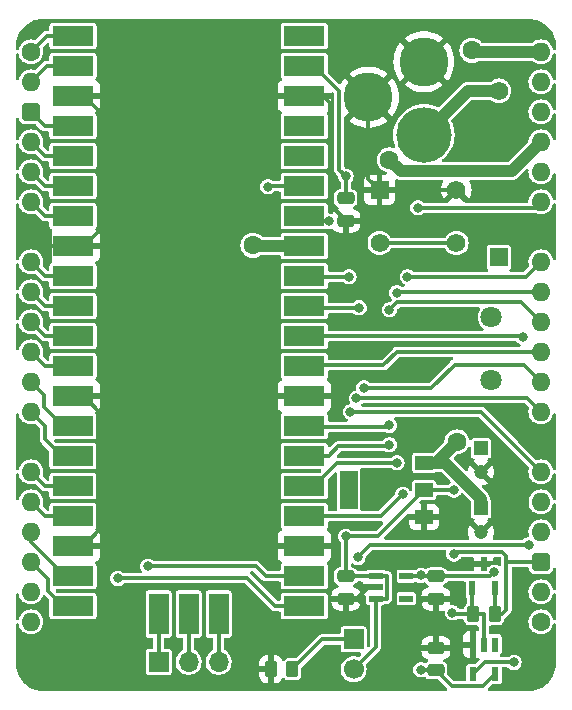
<source format=gtl>
%TF.GenerationSoftware,KiCad,Pcbnew,7.0.5*%
%TF.CreationDate,2024-02-09T13:50:19+02:00*%
%TF.ProjectId,Pico,5069636f-2e6b-4696-9361-645f70636258,V0*%
%TF.SameCoordinates,Original*%
%TF.FileFunction,Copper,L1,Top*%
%TF.FilePolarity,Positive*%
%FSLAX46Y46*%
G04 Gerber Fmt 4.6, Leading zero omitted, Abs format (unit mm)*
G04 Created by KiCad (PCBNEW 7.0.5) date 2024-02-09 13:50:19*
%MOMM*%
%LPD*%
G01*
G04 APERTURE LIST*
G04 Aperture macros list*
%AMRoundRect*
0 Rectangle with rounded corners*
0 $1 Rounding radius*
0 $2 $3 $4 $5 $6 $7 $8 $9 X,Y pos of 4 corners*
0 Add a 4 corners polygon primitive as box body*
4,1,4,$2,$3,$4,$5,$6,$7,$8,$9,$2,$3,0*
0 Add four circle primitives for the rounded corners*
1,1,$1+$1,$2,$3*
1,1,$1+$1,$4,$5*
1,1,$1+$1,$6,$7*
1,1,$1+$1,$8,$9*
0 Add four rect primitives between the rounded corners*
20,1,$1+$1,$2,$3,$4,$5,0*
20,1,$1+$1,$4,$5,$6,$7,0*
20,1,$1+$1,$6,$7,$8,$9,0*
20,1,$1+$1,$8,$9,$2,$3,0*%
G04 Aperture macros list end*
%TA.AperFunction,ComponentPad*%
%ADD10R,1.575000X1.575000*%
%TD*%
%TA.AperFunction,ComponentPad*%
%ADD11C,1.575000*%
%TD*%
%TA.AperFunction,ComponentPad*%
%ADD12C,1.800000*%
%TD*%
%TA.AperFunction,ComponentPad*%
%ADD13C,4.700000*%
%TD*%
%TA.AperFunction,ComponentPad*%
%ADD14C,4.150000*%
%TD*%
%TA.AperFunction,SMDPad,CuDef*%
%ADD15R,0.600000X1.250000*%
%TD*%
%TA.AperFunction,SMDPad,CuDef*%
%ADD16R,1.500000X1.200000*%
%TD*%
%TA.AperFunction,SMDPad,CuDef*%
%ADD17R,1.500000X3.300000*%
%TD*%
%TA.AperFunction,SMDPad,CuDef*%
%ADD18R,1.150000X0.600000*%
%TD*%
%TA.AperFunction,ComponentPad*%
%ADD19O,1.600000X1.600000*%
%TD*%
%TA.AperFunction,ComponentPad*%
%ADD20R,1.600000X1.600000*%
%TD*%
%TA.AperFunction,ComponentPad*%
%ADD21RoundRect,0.400000X0.400000X0.400000X-0.400000X0.400000X-0.400000X-0.400000X0.400000X-0.400000X0*%
%TD*%
%TA.AperFunction,ComponentPad*%
%ADD22C,1.600000*%
%TD*%
%TA.AperFunction,ComponentPad*%
%ADD23RoundRect,0.400000X-0.400000X-0.400000X0.400000X-0.400000X0.400000X0.400000X-0.400000X0.400000X0*%
%TD*%
%TA.AperFunction,SMDPad,CuDef*%
%ADD24RoundRect,0.250000X0.475000X-0.250000X0.475000X0.250000X-0.475000X0.250000X-0.475000X-0.250000X0*%
%TD*%
%TA.AperFunction,SMDPad,CuDef*%
%ADD25R,3.500000X1.700000*%
%TD*%
%TA.AperFunction,SMDPad,CuDef*%
%ADD26R,1.700000X3.500000*%
%TD*%
%TA.AperFunction,SMDPad,CuDef*%
%ADD27RoundRect,0.250000X-0.262500X-0.450000X0.262500X-0.450000X0.262500X0.450000X-0.262500X0.450000X0*%
%TD*%
%TA.AperFunction,ComponentPad*%
%ADD28R,1.700000X1.700000*%
%TD*%
%TA.AperFunction,ComponentPad*%
%ADD29C,1.700000*%
%TD*%
%TA.AperFunction,ComponentPad*%
%ADD30O,1.700000X1.700000*%
%TD*%
%TA.AperFunction,ComponentPad*%
%ADD31C,1.200000*%
%TD*%
%TA.AperFunction,ComponentPad*%
%ADD32R,1.200000X1.200000*%
%TD*%
%TA.AperFunction,SMDPad,CuDef*%
%ADD33RoundRect,0.250000X-0.475000X0.250000X-0.475000X-0.250000X0.475000X-0.250000X0.475000X0.250000X0*%
%TD*%
%TA.AperFunction,ViaPad*%
%ADD34C,1.600000*%
%TD*%
%TA.AperFunction,ViaPad*%
%ADD35C,0.800000*%
%TD*%
%TA.AperFunction,Conductor*%
%ADD36C,0.380000*%
%TD*%
%TA.AperFunction,Conductor*%
%ADD37C,1.000000*%
%TD*%
G04 APERTURE END LIST*
D10*
%TO.P,S2,1,C1*%
%TO.N,/GND*%
X143816000Y-65026999D03*
D11*
%TO.P,S2,2,C2*%
X150316000Y-65026999D03*
%TO.P,S2,3,N1*%
%TO.N,/~{Reset}*%
X143816000Y-69526999D03*
%TO.P,S2,4,N2*%
X150316000Y-69526999D03*
%TD*%
D12*
%TO.P,S1,1,1*%
%TO.N,/12V*%
X153289000Y-81122000D03*
%TO.P,S1,2,2*%
%TO.N,Net-(D1-Pad1)*%
X153289000Y-75822000D03*
%TD*%
D13*
%TO.P,J1,A1,VCC*%
%TO.N,Net-(J1-VCC)*%
X147574000Y-60378800D03*
D14*
%TO.P,J1,B1,GND*%
%TO.N,/GND*%
X142874000Y-57178800D03*
%TO.P,J1,C1,GND*%
X147574000Y-54178800D03*
%TD*%
D15*
%TO.P,IC4,1,n.c.*%
%TO.N,unconnected-(IC4-n.c.-Pad1)*%
X153604001Y-103528001D03*
%TO.P,IC4,2,A*%
%TO.N,/~{Reset}*%
X152654001Y-103528001D03*
%TO.P,IC4,3,GND*%
%TO.N,/GND*%
X151704001Y-103528001D03*
%TO.P,IC4,4,Y*%
%TO.N,/Run*%
X151704001Y-106028001D03*
%TO.P,IC4,5,3V*%
%TO.N,/3.3V*%
X153604001Y-106028001D03*
%TD*%
%TO.P,IC3,3,GND*%
%TO.N,/GND*%
X152625001Y-96675999D03*
%TO.P,IC3,2,5V*%
%TO.N,/5V*%
X153575001Y-98775999D03*
%TO.P,IC3,1,~{RST}*%
%TO.N,/~{Reset}*%
X151675001Y-98775999D03*
%TD*%
D16*
%TO.P,IC2,1,GND*%
%TO.N,/GND*%
X147599000Y-92727001D03*
%TO.P,IC2,2,5.0VOut*%
%TO.N,/5V*%
X147599000Y-90427001D03*
%TO.P,IC2,3,15VIn*%
%TO.N,/12V*%
X147599000Y-88127001D03*
D17*
%TO.P,IC2,4,N.C*%
%TO.N,unconnected-(IC2-N.C-Pad4)*%
X141199000Y-90427001D03*
%TD*%
D18*
%TO.P,IC1,1,VIN*%
%TO.N,/5V*%
X143480000Y-97732001D03*
%TO.P,IC1,2,GND*%
%TO.N,/GND*%
X143480000Y-98682001D03*
%TO.P,IC1,3,EN*%
%TO.N,/5V*%
X143480000Y-99632001D03*
%TO.P,IC1,4,ADJ*%
%TO.N,unconnected-(IC1-ADJ-Pad4)*%
X146080000Y-99632001D03*
%TO.P,IC1,5,VOUT*%
%TO.N,/3.3V*%
X146080000Y-97732001D03*
%TD*%
D11*
%TO.P,D1,2*%
%TO.N,Net-(J1-VCC)*%
X153924000Y-56642000D03*
D10*
%TO.P,D1,1*%
%TO.N,Net-(D1-Pad1)*%
X153924000Y-70742000D03*
%TD*%
D19*
%TO.P,J3,20,Pin_20*%
%TO.N,/12V*%
X157480000Y-53340000D03*
%TO.P,J3,19,Pin_19*%
%TO.N,unconnected-(J3-Pin_19-Pad19)*%
X157480000Y-55880000D03*
%TO.P,J3,18,Pin_18*%
%TO.N,/3.3V*%
X157480000Y-58420000D03*
%TO.P,J3,17,Pin_17*%
%TO.N,/A_GND*%
X157480000Y-60960000D03*
%TO.P,J3,16,Pin_16*%
%TO.N,unconnected-(J3-Pin_16-Pad16)*%
X157480000Y-63500000D03*
%TO.P,J3,15,Pin_15*%
%TO.N,/GPIO18*%
X157480000Y-66040000D03*
D20*
%TO.P,J3,14,Pin_14*%
%TO.N,/GND*%
X157480000Y-68580000D03*
D19*
%TO.P,J3,13,Pin_13*%
%TO.N,/GPIO19*%
X157480000Y-71120000D03*
%TO.P,J3,12,Pin_12*%
%TO.N,/GPIO20*%
X157480000Y-73660000D03*
%TO.P,J3,11,Pin_11*%
%TO.N,/GPIO21*%
X157480000Y-76200000D03*
%TO.P,J3,10,Pin_10*%
%TO.N,/GPIO22*%
X157480000Y-78740000D03*
%TO.P,J3,9,Pin_9*%
%TO.N,/GPIO26*%
X157480000Y-81280000D03*
%TO.P,J3,8,Pin_8*%
%TO.N,/GPIO27*%
X157480000Y-83820000D03*
D20*
%TO.P,J3,7,Pin_7*%
%TO.N,/GND*%
X157480000Y-86360000D03*
D19*
%TO.P,J3,6,Pin_6*%
%TO.N,/GPIO28*%
X157480000Y-88900000D03*
%TO.P,J3,5,Pin_5*%
%TO.N,/Run*%
X157480000Y-91440000D03*
%TO.P,J3,4,Pin_4*%
%TO.N,unconnected-(J3-Pin_4-Pad4)*%
X157480000Y-93980000D03*
D21*
%TO.P,J3,3,Pin_3*%
%TO.N,/5V*%
X157480000Y-96520000D03*
D19*
%TO.P,J3,2,Pin_2*%
%TO.N,/ADC_VREF*%
X157480000Y-99060000D03*
D22*
%TO.P,J3,1,Pin_1*%
%TO.N,unconnected-(J3-Pin_1-Pad1)*%
X157480000Y-101600000D03*
%TD*%
D19*
%TO.P,J2,20,Pin_20*%
%TO.N,/GPIO17*%
X114300000Y-101600000D03*
%TO.P,J2,19,Pin_19*%
%TO.N,/GPIO16*%
X114300000Y-99060000D03*
%TO.P,J2,18,Pin_18*%
%TO.N,/GPIO15*%
X114300000Y-96520000D03*
%TO.P,J2,17,Pin_17*%
%TO.N,/GPIO14*%
X114300000Y-93980000D03*
%TO.P,J2,16,Pin_16*%
%TO.N,/GPIO13*%
X114300000Y-91440000D03*
%TO.P,J2,15,Pin_15*%
%TO.N,/GPIO12*%
X114300000Y-88900000D03*
D20*
%TO.P,J2,14,Pin_14*%
%TO.N,/GND*%
X114300000Y-86360000D03*
D19*
%TO.P,J2,13,Pin_13*%
%TO.N,/GPIO11*%
X114300000Y-83820000D03*
%TO.P,J2,12,Pin_12*%
%TO.N,/GPIO10*%
X114300000Y-81280000D03*
%TO.P,J2,11,Pin_11*%
%TO.N,/GPIO9*%
X114300000Y-78740000D03*
%TO.P,J2,10,Pin_10*%
%TO.N,/GPIO8*%
X114300000Y-76200000D03*
%TO.P,J2,9,Pin_9*%
%TO.N,/GPIO7*%
X114300000Y-73660000D03*
%TO.P,J2,8,Pin_8*%
%TO.N,/GPIO6*%
X114300000Y-71120000D03*
D20*
%TO.P,J2,7,Pin_7*%
%TO.N,/GND*%
X114300000Y-68580000D03*
D19*
%TO.P,J2,6,Pin_6*%
%TO.N,/GPIO5*%
X114300000Y-66040000D03*
%TO.P,J2,5,Pin_5*%
%TO.N,/GPIO4*%
X114300000Y-63500000D03*
%TO.P,J2,4,Pin_4*%
%TO.N,/GPIO3*%
X114300000Y-60960000D03*
D23*
%TO.P,J2,3,Pin_3*%
%TO.N,/GPIO2*%
X114300000Y-58420000D03*
D19*
%TO.P,J2,2,Pin_2*%
%TO.N,/GPIO1*%
X114300000Y-55880000D03*
D22*
%TO.P,J2,1,Pin_1*%
%TO.N,/GPIO0*%
X114300000Y-53340000D03*
%TD*%
D24*
%TO.P,C6,2*%
%TO.N,/GND*%
X148590000Y-103812001D03*
%TO.P,C6,1*%
%TO.N,/3.3V*%
X148590000Y-105712001D03*
%TD*%
D25*
%TO.P,U1,1,GPIO0*%
%TO.N,/GPIO0*%
X117866790Y-52009159D03*
%TO.P,U1,2,GPIO1*%
%TO.N,/GPIO1*%
X117866790Y-54549159D03*
%TO.P,U1,3,GND*%
%TO.N,/GND*%
X117866790Y-57089159D03*
%TO.P,U1,4,GPIO2*%
%TO.N,/GPIO2*%
X117866790Y-59629159D03*
%TO.P,U1,5,GPIO3*%
%TO.N,/GPIO3*%
X117866790Y-62169159D03*
%TO.P,U1,6,GPIO4*%
%TO.N,/GPIO4*%
X117866790Y-64709159D03*
%TO.P,U1,7,GPIO5*%
%TO.N,/GPIO5*%
X117866790Y-67249159D03*
%TO.P,U1,8,GND*%
%TO.N,/GND*%
X117866790Y-69789159D03*
%TO.P,U1,9,GPIO6*%
%TO.N,/GPIO6*%
X117866790Y-72329159D03*
%TO.P,U1,10,GPIO7*%
%TO.N,/GPIO7*%
X117866790Y-74869159D03*
%TO.P,U1,11,GPIO8*%
%TO.N,/GPIO8*%
X117866790Y-77409159D03*
%TO.P,U1,12,GPIO9*%
%TO.N,/GPIO9*%
X117866790Y-79949159D03*
%TO.P,U1,13,GND*%
%TO.N,/GND*%
X117866790Y-82489159D03*
%TO.P,U1,14,GPIO10*%
%TO.N,/GPIO10*%
X117866790Y-85029159D03*
%TO.P,U1,15,GPIO11*%
%TO.N,/GPIO11*%
X117866790Y-87569159D03*
%TO.P,U1,16,GPIO12*%
%TO.N,/GPIO12*%
X117866790Y-90109159D03*
%TO.P,U1,17,GPIO13*%
%TO.N,/GPIO13*%
X117866790Y-92649159D03*
%TO.P,U1,18,GND*%
%TO.N,/GND*%
X117866790Y-95189159D03*
%TO.P,U1,19,GPIO14*%
%TO.N,/GPIO14*%
X117866790Y-97729159D03*
%TO.P,U1,20,GPIO15*%
%TO.N,/GPIO15*%
X117866790Y-100269159D03*
%TO.P,U1,21,GPIO16*%
%TO.N,/GPIO16*%
X137446790Y-100269159D03*
%TO.P,U1,22,GPIO17*%
%TO.N,/GPIO17*%
X137446790Y-97729159D03*
%TO.P,U1,23,GND*%
%TO.N,/GND*%
X137446790Y-95189159D03*
%TO.P,U1,24,GPIO18*%
%TO.N,/GPIO18*%
X137446790Y-92649159D03*
%TO.P,U1,25,GPIO19*%
%TO.N,/GPIO19*%
X137446790Y-90109159D03*
%TO.P,U1,26,GPIO20*%
%TO.N,/GPIO20*%
X137446790Y-87569159D03*
%TO.P,U1,27,GPIO21*%
%TO.N,/GPIO21*%
X137446790Y-85029159D03*
%TO.P,U1,28,GND*%
%TO.N,/GND*%
X137446790Y-82489159D03*
%TO.P,U1,29,GPIO22*%
%TO.N,/GPIO22*%
X137446790Y-79949159D03*
%TO.P,U1,30,RUN*%
%TO.N,/Run*%
X137446790Y-77409159D03*
%TO.P,U1,31,GPIO26_ADC0*%
%TO.N,/GPIO26*%
X137446790Y-74869159D03*
%TO.P,U1,32,GPIO27_ADC1*%
%TO.N,/GPIO27*%
X137446790Y-72329159D03*
%TO.P,U1,33,AGND*%
%TO.N,/A_GND*%
X137446790Y-69789159D03*
%TO.P,U1,34,GPIO28_ADC2*%
%TO.N,/GPIO28*%
X137446790Y-67249159D03*
%TO.P,U1,35,ADC_VREF*%
%TO.N,/ADC_VREF*%
X137446790Y-64709159D03*
%TO.P,U1,36,3V3*%
%TO.N,unconnected-(U1-3V3-Pad36)*%
X137446790Y-62169159D03*
%TO.P,U1,37,3V3_EN*%
%TO.N,unconnected-(U1-3V3_EN-Pad37)*%
X137446790Y-59629159D03*
%TO.P,U1,38,GND*%
%TO.N,/GND*%
X137446790Y-57089159D03*
%TO.P,U1,39,VSYS*%
%TO.N,/5V*%
X137446790Y-54549159D03*
%TO.P,U1,40,VBUS*%
%TO.N,unconnected-(U1-VBUS-Pad40)*%
X137446790Y-52009159D03*
D26*
%TO.P,U1,41,SWCLK*%
%TO.N,Net-(J4-Pin_1)*%
X125116790Y-100939159D03*
%TO.P,U1,42,GND*%
%TO.N,Net-(J4-Pin_2)*%
X127656790Y-100939159D03*
%TO.P,U1,43,SWDIO*%
%TO.N,Net-(J4-Pin_3)*%
X130196790Y-100939159D03*
%TD*%
D27*
%TO.P,R2,2*%
%TO.N,/5V*%
X153566501Y-100958000D03*
%TO.P,R2,1*%
%TO.N,/~{Reset}*%
X151741501Y-100958000D03*
%TD*%
%TO.P,R1,1*%
%TO.N,/GND*%
X134618290Y-105617160D03*
%TO.P,R1,2*%
%TO.N,Net-(LED1-K)*%
X136443290Y-105617160D03*
%TD*%
D28*
%TO.P,LED1,1,K*%
%TO.N,Net-(LED1-K)*%
X141626790Y-103087159D03*
D29*
%TO.P,LED1,2,A*%
%TO.N,/5V*%
X141626790Y-105627159D03*
%TD*%
D28*
%TO.P,J4,1,Pin_1*%
%TO.N,Net-(J4-Pin_1)*%
X125116790Y-104989161D03*
D30*
%TO.P,J4,2,Pin_2*%
%TO.N,Net-(J4-Pin_2)*%
X127656790Y-104989161D03*
%TO.P,J4,3,Pin_3*%
%TO.N,Net-(J4-Pin_3)*%
X130196790Y-104989161D03*
%TD*%
D31*
%TO.P,C5,2*%
%TO.N,/GND*%
X152400000Y-88914399D03*
D32*
%TO.P,C5,1*%
%TO.N,/5V*%
X152400000Y-86914399D03*
%TD*%
D31*
%TO.P,C4,2*%
%TO.N,/GND*%
X152400000Y-93994401D03*
D32*
%TO.P,C4,1*%
%TO.N,/12V*%
X152400000Y-91994401D03*
%TD*%
D33*
%TO.P,C3,2*%
%TO.N,/GND*%
X148590000Y-99648001D03*
%TO.P,C3,1*%
%TO.N,/3.3V*%
X148590000Y-97748001D03*
%TD*%
%TO.P,C2,2*%
%TO.N,/GND*%
X140970000Y-99648000D03*
%TO.P,C2,1*%
%TO.N,/5V*%
X140970000Y-97748000D03*
%TD*%
%TO.P,C1,2*%
%TO.N,/GND*%
X140970001Y-67644000D03*
%TO.P,C1,1*%
%TO.N,/5V*%
X140970001Y-65744000D03*
%TD*%
D34*
%TO.N,/A_GND*%
X144653000Y-62484000D03*
D35*
%TO.N,/GND*%
X128524000Y-57150000D03*
X128524000Y-69850000D03*
D34*
%TO.N,/A_GND*%
X133096000Y-69723000D03*
D35*
%TO.N,/ADC_VREF*%
X156437000Y-95080996D03*
%TO.N,/5V*%
X150114000Y-95870999D03*
%TO.N,/GND*%
X149986994Y-102743000D03*
X156845000Y-105537000D03*
X156464000Y-92710000D03*
X154940000Y-106426000D03*
X156464000Y-90170000D03*
%TO.N,/ADC_VREF*%
X141986000Y-96139000D03*
X134366000Y-64770000D03*
%TO.N,/5V*%
X140970001Y-63881000D03*
X140970000Y-94360996D03*
X150102178Y-90435822D03*
%TO.N,/GPIO28*%
X139573000Y-67691010D03*
X141350998Y-83820000D03*
%TO.N,/GPIO27*%
X141859000Y-82677000D03*
X141224000Y-72390000D03*
%TO.N,/GPIO26*%
X142081301Y-75009733D03*
X142494000Y-81788000D03*
%TO.N,/GPIO21*%
X144653000Y-84963000D03*
X144652990Y-75184000D03*
%TO.N,/GPIO20*%
X145286512Y-73742216D03*
X144653000Y-86614000D03*
%TO.N,/GPIO19*%
X146177000Y-72390000D03*
X145288000Y-88138000D03*
%TO.N,/GPIO18*%
X145796000Y-90805000D03*
X147066000Y-66548000D03*
%TO.N,/3.3V*%
X147320000Y-105664000D03*
X147320000Y-97663000D03*
%TO.N,/~{Reset}*%
X149987000Y-100838000D03*
%TO.N,/Run*%
X155956000Y-77470000D03*
X155194000Y-105029000D03*
%TO.N,/3.3V*%
X153543001Y-97409001D03*
%TO.N,/GND*%
X142620992Y-100710996D03*
X146685000Y-100710996D03*
D34*
%TO.N,/12V*%
X150368000Y-86359996D03*
X151638000Y-53213000D03*
D35*
%TO.N,/GND*%
X134747000Y-95123000D03*
X134620000Y-101092000D03*
%TO.N,/GPIO17*%
X124206000Y-96901000D03*
%TO.N,/GPIO16*%
X121666000Y-97917000D03*
%TO.N,/GND*%
X120777000Y-82550000D03*
%TD*%
D36*
%TO.N,/GPIO18*%
X143951841Y-92649159D02*
X145796000Y-90805000D01*
X136546790Y-92649159D02*
X143951841Y-92649159D01*
%TO.N,/GPIO21*%
X144526000Y-85090000D02*
X144653000Y-84963000D01*
X136607631Y-85090000D02*
X144526000Y-85090000D01*
X145304990Y-74532000D02*
X144652990Y-75184000D01*
X155812000Y-74532000D02*
X145304990Y-74532000D01*
X157480000Y-76200000D02*
X155812000Y-74532000D01*
%TO.N,/GPIO20*%
X145368728Y-73660000D02*
X145286512Y-73742216D01*
X157480000Y-73660000D02*
X145368728Y-73660000D01*
%TO.N,/GND*%
X153670000Y-68580000D02*
X157480000Y-68580000D01*
X151384000Y-70866000D02*
X153670000Y-68580000D01*
X142638500Y-70014736D02*
X143489764Y-70866000D01*
X142638500Y-67800500D02*
X142638500Y-70014736D01*
X143489764Y-70866000D02*
X151384000Y-70866000D01*
X142795000Y-67644000D02*
X142638500Y-67800500D01*
X143816000Y-66623000D02*
X142795000Y-67644000D01*
X142795000Y-67644000D02*
X140970001Y-67644000D01*
X143816000Y-65026999D02*
X143816000Y-66623000D01*
X142874000Y-64084999D02*
X143816000Y-65026999D01*
X142874000Y-57178800D02*
X142874000Y-64084999D01*
D37*
%TO.N,/A_GND*%
X145597800Y-63428800D02*
X144653000Y-62484000D01*
X157480000Y-60960000D02*
X155011200Y-63428800D01*
X155011200Y-63428800D02*
X145597800Y-63428800D01*
D36*
%TO.N,/GND*%
X148590000Y-102615996D02*
X149859990Y-102615996D01*
X149859990Y-102615996D02*
X149986994Y-102743000D01*
X128524000Y-57150000D02*
X118827631Y-57150000D01*
X128524000Y-57150000D02*
X136485949Y-57150000D01*
X118827631Y-69850000D02*
X128524000Y-69850000D01*
X120777000Y-82550000D02*
X136485949Y-82550000D01*
D37*
%TO.N,/A_GND*%
X133162159Y-69789159D02*
X133096000Y-69723000D01*
X136546790Y-69789159D02*
X133162159Y-69789159D01*
D36*
%TO.N,/ADC_VREF*%
X141986000Y-96139000D02*
X143044003Y-95080997D01*
X143044003Y-95080997D02*
X156437000Y-95080996D01*
%TO.N,/5V*%
X154207999Y-95660999D02*
X150324000Y-95660999D01*
X154559000Y-96012000D02*
X154207999Y-95660999D01*
X150324000Y-95660999D02*
X150114000Y-95870999D01*
%TO.N,/GND*%
X155956000Y-106426000D02*
X154940000Y-106426000D01*
X156845000Y-105537000D02*
X155956000Y-106426000D01*
X156290000Y-92536000D02*
X156464000Y-92710000D01*
X156290000Y-90344000D02*
X156290000Y-92536000D01*
X156464000Y-90170000D02*
X156290000Y-90344000D01*
%TO.N,/ADC_VREF*%
X134426841Y-64709159D02*
X134366000Y-64770000D01*
X136546790Y-64709159D02*
X134426841Y-64709159D01*
%TO.N,/5V*%
X143665005Y-94360996D02*
X140970000Y-94360996D01*
X140970000Y-97748000D02*
X140970000Y-94360996D01*
X147599000Y-90427001D02*
X143665005Y-94360996D01*
X140409000Y-63319999D02*
X140970001Y-63881000D01*
X140409000Y-56671369D02*
X140409000Y-63319999D01*
X138286790Y-54549159D02*
X140409000Y-56671369D01*
X140970001Y-64008000D02*
X140970001Y-63881000D01*
X140970001Y-65744000D02*
X140970001Y-64008000D01*
X150093357Y-90427001D02*
X150102178Y-90435822D01*
D37*
%TO.N,/12V*%
X149349000Y-88127001D02*
X147599000Y-88127001D01*
D36*
%TO.N,/5V*%
X147599000Y-90427001D02*
X150093357Y-90427001D01*
D37*
%TO.N,/12V*%
X152400000Y-91994401D02*
X152400000Y-91178001D01*
X152400000Y-91178001D02*
X149349000Y-88127001D01*
D36*
%TO.N,/GPIO28*%
X136988641Y-67691010D02*
X139573000Y-67691010D01*
X152400000Y-83820000D02*
X141350998Y-83820000D01*
X157480000Y-88900000D02*
X152400000Y-83820000D01*
%TO.N,/GPIO27*%
X156337000Y-82677000D02*
X141859000Y-82677000D01*
X157480000Y-83820000D02*
X156337000Y-82677000D01*
X141224000Y-72390000D02*
X136607631Y-72390000D01*
%TO.N,/GPIO26*%
X142034034Y-75057000D02*
X142081301Y-75009733D01*
X136734631Y-75057000D02*
X142034034Y-75057000D01*
X157480000Y-81280000D02*
X156032000Y-79832000D01*
X156032000Y-79832000D02*
X150165000Y-79832000D01*
X150165000Y-79832000D02*
X148209000Y-81788000D01*
X148209000Y-81788000D02*
X142494000Y-81788000D01*
%TO.N,/GPIO22*%
X144145000Y-79883000D02*
X136612949Y-79883000D01*
X145288000Y-78740000D02*
X144145000Y-79883000D01*
X157480000Y-78740000D02*
X145288000Y-78740000D01*
%TO.N,/GPIO20*%
X144526000Y-86741000D02*
X144653000Y-86614000D01*
X140335000Y-86741000D02*
X144526000Y-86741000D01*
X139506841Y-87569159D02*
X140335000Y-86741000D01*
X136546790Y-87569159D02*
X139506841Y-87569159D01*
%TO.N,/GPIO19*%
X140208000Y-88138000D02*
X145288000Y-88138000D01*
X138236841Y-90109159D02*
X140208000Y-88138000D01*
X156210000Y-72390000D02*
X146177000Y-72390000D01*
X157480000Y-71120000D02*
X156210000Y-72390000D01*
%TO.N,/GPIO18*%
X156972000Y-66548000D02*
X147066000Y-66548000D01*
X157480000Y-66040000D02*
X156972000Y-66548000D01*
%TO.N,/3.3V*%
X147320000Y-105664000D02*
X148541999Y-105664000D01*
%TO.N,/GND*%
X147620999Y-99648001D02*
X146685000Y-100584000D01*
X148590000Y-99648001D02*
X147620999Y-99648001D01*
X146685000Y-100584000D02*
X146685000Y-100710996D01*
X148590000Y-103812001D02*
X148590000Y-102615996D01*
X148590000Y-102615996D02*
X146685000Y-100710996D01*
%TO.N,/3.3V*%
X147389001Y-97732001D02*
X148574000Y-97732001D01*
X147320000Y-97663000D02*
X147389001Y-97732001D01*
X147250999Y-97732001D02*
X147320000Y-97663000D01*
D37*
%TO.N,/12V*%
X150368000Y-86360000D02*
X150368000Y-86359996D01*
X148600999Y-88127001D02*
X150368000Y-86360000D01*
X147599000Y-88127001D02*
X148600999Y-88127001D01*
D36*
%TO.N,/~{Reset}*%
X150107000Y-100958000D02*
X149987000Y-100838000D01*
X151741501Y-100958000D02*
X150107000Y-100958000D01*
D37*
%TO.N,Net-(J1-VCC)*%
X147574000Y-60378800D02*
X151310800Y-56642000D01*
X151310800Y-56642000D02*
X153924000Y-56642000D01*
D36*
%TO.N,/GND*%
X143816000Y-65026999D02*
X150316000Y-65026999D01*
%TO.N,/~{Reset}*%
X143816000Y-69526999D02*
X150316000Y-69526999D01*
%TO.N,/Run*%
X155895159Y-77409159D02*
X155956000Y-77470000D01*
X136546790Y-77409159D02*
X155895159Y-77409159D01*
X155178001Y-105013001D02*
X155194000Y-105029000D01*
X152719001Y-105013001D02*
X155178001Y-105013001D01*
X151704001Y-106028001D02*
X152719001Y-105013001D01*
%TO.N,/~{Reset}*%
X152647000Y-100958000D02*
X152654001Y-100965001D01*
X151741501Y-100958000D02*
X152647000Y-100958000D01*
X152654001Y-100965001D02*
X152654001Y-103528001D01*
X151675001Y-98775999D02*
X151675001Y-100891500D01*
%TO.N,/5V*%
X154559000Y-96520000D02*
X157480000Y-96520000D01*
X154559000Y-96012000D02*
X154559000Y-96520000D01*
X154185000Y-100958000D02*
X153566501Y-100958000D01*
X154559000Y-96012000D02*
X154559000Y-100584000D01*
X154559000Y-100584000D02*
X154185000Y-100958000D01*
%TO.N,/3.3V*%
X153204001Y-97748001D02*
X153543001Y-97409001D01*
X148590000Y-97748001D02*
X153204001Y-97748001D01*
%TO.N,/5V*%
X153575001Y-98775999D02*
X153575001Y-100949500D01*
%TO.N,/GND*%
X139586790Y-57671790D02*
X139004159Y-57089159D01*
X139586790Y-66260789D02*
X139586790Y-57671790D01*
X140970001Y-67644000D02*
X139586790Y-66260789D01*
%TO.N,/3.3V*%
X152589001Y-107043001D02*
X153604001Y-106028001D01*
X149921000Y-107043001D02*
X152589001Y-107043001D01*
X148590000Y-105712001D02*
X149921000Y-107043001D01*
%TO.N,/GND*%
X150187999Y-103812001D02*
X148590000Y-103812001D01*
X150471999Y-103528001D02*
X150187999Y-103812001D01*
X151704001Y-103528001D02*
X150471999Y-103528001D01*
X141906000Y-99648000D02*
X142620992Y-100362992D01*
X142620992Y-100362992D02*
X142620992Y-100710996D01*
%TO.N,/3.3V*%
X146080000Y-97732001D02*
X147250999Y-97732001D01*
%TO.N,/GND*%
X141906000Y-99648000D02*
X140970000Y-99648000D01*
X142871999Y-98682001D02*
X141906000Y-99648000D01*
X143480000Y-98682001D02*
X142871999Y-98682001D01*
%TO.N,/5V*%
X144445000Y-99622001D02*
X144435000Y-99632001D01*
X144445000Y-97742001D02*
X144445000Y-99622001D01*
X144435000Y-99632001D02*
X143480000Y-99632001D01*
X144435000Y-97732001D02*
X144445000Y-97742001D01*
X143480000Y-97732001D02*
X144435000Y-97732001D01*
X140970000Y-97748000D02*
X143464001Y-97748000D01*
X141626790Y-105627159D02*
X143480000Y-103773949D01*
X143480000Y-103773949D02*
X143480000Y-99632001D01*
D37*
%TO.N,/12V*%
X151765000Y-53340000D02*
X151638000Y-53213000D01*
X157480000Y-53340000D02*
X151765000Y-53340000D01*
D36*
%TO.N,/GND*%
X134813159Y-95189159D02*
X136546790Y-95189159D01*
X134747000Y-95123000D02*
X134813159Y-95189159D01*
X134680841Y-95189159D02*
X118766790Y-95189159D01*
X134747000Y-95123000D02*
X134680841Y-95189159D01*
X134618290Y-101093710D02*
X134620000Y-101092000D01*
X134618290Y-105617160D02*
X134618290Y-101093710D01*
%TO.N,Net-(LED1-K)*%
X138973291Y-103087159D02*
X141626790Y-103087159D01*
X136443290Y-105617160D02*
X138973291Y-103087159D01*
%TO.N,Net-(J4-Pin_3)*%
X130196790Y-100039159D02*
X130196790Y-104989161D01*
%TO.N,Net-(J4-Pin_2)*%
X127656790Y-100039159D02*
X127656790Y-104989161D01*
%TO.N,Net-(J4-Pin_1)*%
X125116790Y-100039159D02*
X125116790Y-104989161D01*
%TO.N,/GPIO17*%
X134178159Y-97729159D02*
X136546790Y-97729159D01*
X124206000Y-96901000D02*
X133350000Y-96901000D01*
X133350000Y-96901000D02*
X134178159Y-97729159D01*
%TO.N,/GPIO16*%
X132622378Y-97917000D02*
X121666000Y-97917000D01*
X136546790Y-100269159D02*
X134974537Y-100269159D01*
X134974537Y-100269159D02*
X132622378Y-97917000D01*
%TO.N,/GPIO15*%
X115726790Y-98969159D02*
X115726790Y-97946790D01*
X117026790Y-100269159D02*
X115726790Y-98969159D01*
X115726790Y-97946790D02*
X114300000Y-96520000D01*
%TO.N,/GPIO14*%
X117192074Y-97729159D02*
X114300000Y-94837085D01*
X114300000Y-94837085D02*
X114300000Y-93980000D01*
%TO.N,/GND*%
X120006790Y-93949159D02*
X120006790Y-83729159D01*
X118766790Y-95189159D02*
X120006790Y-93949159D01*
X120006790Y-83729159D02*
X118766790Y-82489159D01*
%TO.N,/GPIO13*%
X115509159Y-92649159D02*
X114300000Y-91440000D01*
X118766790Y-92649159D02*
X115509159Y-92649159D01*
%TO.N,/GPIO12*%
X115509159Y-90109159D02*
X114300000Y-88900000D01*
X118766790Y-90109159D02*
X115509159Y-90109159D01*
%TO.N,/GND*%
X120777000Y-82550000D02*
X118827631Y-82550000D01*
%TO.N,/GPIO11*%
X115490000Y-85010000D02*
X114300000Y-83820000D01*
X115490000Y-86153000D02*
X115490000Y-85010000D01*
X116906159Y-87569159D02*
X115490000Y-86153000D01*
%TO.N,/GPIO10*%
X115443000Y-83445369D02*
X115443000Y-82423000D01*
X115443000Y-82423000D02*
X114300000Y-81280000D01*
X117026790Y-85029159D02*
X115443000Y-83445369D01*
%TO.N,/GPIO9*%
X115509159Y-79949159D02*
X114300000Y-78740000D01*
X118766790Y-79949159D02*
X115509159Y-79949159D01*
%TO.N,/GPIO8*%
X118766790Y-77409159D02*
X115509159Y-77409159D01*
X115509159Y-77409159D02*
X114300000Y-76200000D01*
%TO.N,/GPIO7*%
X115509159Y-74869159D02*
X114300000Y-73660000D01*
X118766790Y-74869159D02*
X115509159Y-74869159D01*
%TO.N,/GPIO6*%
X115509159Y-72329159D02*
X114300000Y-71120000D01*
X118766790Y-72329159D02*
X115509159Y-72329159D01*
%TO.N,/GND*%
X120142000Y-68413949D02*
X120142000Y-58464369D01*
X118766790Y-69789159D02*
X120142000Y-68413949D01*
X120142000Y-58464369D02*
X118766790Y-57089159D01*
X115509159Y-69789159D02*
X118766790Y-69789159D01*
X114300000Y-68580000D02*
X115509159Y-69789159D01*
%TO.N,/GPIO5*%
X115509159Y-67249159D02*
X114300000Y-66040000D01*
X118766790Y-67249159D02*
X115509159Y-67249159D01*
%TO.N,/GPIO4*%
X115509159Y-64709159D02*
X114300000Y-63500000D01*
X118766790Y-64709159D02*
X115509159Y-64709159D01*
%TO.N,/GPIO3*%
X115509159Y-62169159D02*
X114300000Y-60960000D01*
X118766790Y-62169159D02*
X115509159Y-62169159D01*
%TO.N,/GPIO2*%
X115509159Y-59629159D02*
X114300000Y-58420000D01*
X118766790Y-59629159D02*
X115509159Y-59629159D01*
%TO.N,/GPIO1*%
X118766790Y-54549159D02*
X115630841Y-54549159D01*
X115630841Y-54549159D02*
X114300000Y-55880000D01*
%TO.N,/GPIO0*%
X115630841Y-52009159D02*
X114300000Y-53340000D01*
X118766790Y-52009159D02*
X115630841Y-52009159D01*
%TD*%
%TA.AperFunction,Conductor*%
%TO.N,/GND*%
G36*
X155575000Y-52589500D02*
G01*
X152543927Y-52589500D01*
X152476888Y-52569815D01*
X152448073Y-52544164D01*
X152384410Y-52466589D01*
X152266677Y-52369969D01*
X152224450Y-52335315D01*
X152041954Y-52237768D01*
X151843934Y-52177700D01*
X151843932Y-52177699D01*
X151843934Y-52177699D01*
X151638000Y-52157417D01*
X151432067Y-52177699D01*
X151234043Y-52237769D01*
X151123898Y-52296643D01*
X151051550Y-52335315D01*
X151051548Y-52335316D01*
X151051547Y-52335317D01*
X150891589Y-52466589D01*
X150760317Y-52626547D01*
X150760315Y-52626550D01*
X150721643Y-52698898D01*
X150662769Y-52809043D01*
X150602699Y-53007067D01*
X150582417Y-53212999D01*
X150602699Y-53418932D01*
X150632734Y-53517943D01*
X150662768Y-53616954D01*
X150760315Y-53799450D01*
X150760317Y-53799452D01*
X150891589Y-53959410D01*
X150959616Y-54015237D01*
X151051550Y-54090685D01*
X151234046Y-54188232D01*
X151432066Y-54248300D01*
X151432065Y-54248300D01*
X151450529Y-54250118D01*
X151638000Y-54268583D01*
X151843934Y-54248300D01*
X152041954Y-54188232D01*
X152197403Y-54105141D01*
X152255857Y-54090500D01*
X155575000Y-54090500D01*
X155575000Y-61803632D01*
X154736651Y-62641981D01*
X154675328Y-62675466D01*
X154648970Y-62678300D01*
X149214914Y-62678300D01*
X149147875Y-62658615D01*
X149102120Y-62605811D01*
X149092176Y-62536653D01*
X149121201Y-62473097D01*
X149138441Y-62456689D01*
X149227103Y-62387225D01*
X149301602Y-62328860D01*
X149524060Y-62106402D01*
X149718081Y-61858752D01*
X149880837Y-61589521D01*
X150009954Y-61302635D01*
X150103549Y-61002278D01*
X150160258Y-60692829D01*
X150179253Y-60378800D01*
X150160258Y-60064771D01*
X150103549Y-59755322D01*
X150065311Y-59632611D01*
X150009960Y-59454983D01*
X150009956Y-59454972D01*
X150009954Y-59454965D01*
X149905177Y-59222161D01*
X149895615Y-59152953D01*
X149924988Y-59089558D01*
X149930558Y-59083608D01*
X151585348Y-57428819D01*
X151646671Y-57395334D01*
X151673029Y-57392500D01*
X153157910Y-57392500D01*
X153224949Y-57412185D01*
X153236575Y-57420647D01*
X153344528Y-57509241D01*
X153344531Y-57509242D01*
X153344533Y-57509244D01*
X153524848Y-57605625D01*
X153524850Y-57605625D01*
X153524853Y-57605627D01*
X153720517Y-57664981D01*
X153924000Y-57685022D01*
X154127483Y-57664981D01*
X154323147Y-57605627D01*
X154503472Y-57509241D01*
X154661528Y-57379528D01*
X154791241Y-57221472D01*
X154887627Y-57041147D01*
X154946981Y-56845483D01*
X154967022Y-56642000D01*
X154946981Y-56438517D01*
X154887627Y-56242853D01*
X154887625Y-56242850D01*
X154887625Y-56242848D01*
X154791244Y-56062533D01*
X154791242Y-56062531D01*
X154791241Y-56062528D01*
X154712649Y-55966763D01*
X154661528Y-55904471D01*
X154503473Y-55774760D01*
X154503466Y-55774755D01*
X154323151Y-55678374D01*
X154127481Y-55619018D01*
X153924000Y-55598978D01*
X153720518Y-55619018D01*
X153524848Y-55678374D01*
X153344533Y-55774755D01*
X153344526Y-55774760D01*
X153236575Y-55863353D01*
X153172265Y-55890666D01*
X153157910Y-55891500D01*
X151374505Y-55891500D01*
X151356535Y-55890191D01*
X151332772Y-55886710D01*
X151287690Y-55890655D01*
X151280733Y-55891264D01*
X151275332Y-55891500D01*
X151267081Y-55891500D01*
X151235394Y-55895203D01*
X151233602Y-55895386D01*
X151158001Y-55902001D01*
X151150934Y-55903461D01*
X151150922Y-55903404D01*
X151143553Y-55905038D01*
X151143567Y-55905095D01*
X151136543Y-55906759D01*
X151065198Y-55932725D01*
X151063497Y-55933316D01*
X150991460Y-55957187D01*
X150984923Y-55960236D01*
X150984898Y-55960184D01*
X150978110Y-55963470D01*
X150978136Y-55963521D01*
X150971684Y-55966761D01*
X150908283Y-56008460D01*
X150906763Y-56009429D01*
X150842147Y-56049285D01*
X150836482Y-56053765D01*
X150836446Y-56053719D01*
X150830598Y-56058484D01*
X150830635Y-56058528D01*
X150825109Y-56063164D01*
X150773029Y-56118364D01*
X150771774Y-56119657D01*
X148869205Y-58022225D01*
X148807882Y-58055710D01*
X148738190Y-58050726D01*
X148730633Y-58047620D01*
X148728213Y-58046531D01*
X148497835Y-57942846D01*
X148497830Y-57942844D01*
X148497827Y-57942843D01*
X148497816Y-57942839D01*
X148197486Y-57849253D01*
X148197482Y-57849252D01*
X148197478Y-57849251D01*
X147888029Y-57792542D01*
X147888028Y-57792541D01*
X147888023Y-57792541D01*
X147574000Y-57773547D01*
X147259976Y-57792541D01*
X147259970Y-57792542D01*
X147259971Y-57792542D01*
X146950522Y-57849251D01*
X146950519Y-57849251D01*
X146950513Y-57849253D01*
X146650183Y-57942839D01*
X146650172Y-57942843D01*
X146363283Y-58071961D01*
X146363281Y-58071962D01*
X146094039Y-58234724D01*
X145846394Y-58428742D01*
X145623942Y-58651194D01*
X145429924Y-58898839D01*
X145267162Y-59168081D01*
X145267161Y-59168083D01*
X145193513Y-59331720D01*
X145182029Y-59357240D01*
X145138043Y-59454972D01*
X145138039Y-59454983D01*
X145044453Y-59755313D01*
X144987741Y-60064776D01*
X144968747Y-60378799D01*
X144987741Y-60692823D01*
X144987741Y-60692828D01*
X144987742Y-60692829D01*
X145044451Y-61002278D01*
X145044452Y-61002282D01*
X145044453Y-61002286D01*
X145138039Y-61302616D01*
X145138045Y-61302633D01*
X145146366Y-61321122D01*
X145155928Y-61390335D01*
X145126552Y-61453729D01*
X145067566Y-61491178D01*
X144997697Y-61490792D01*
X144997439Y-61490714D01*
X144858934Y-61448700D01*
X144858932Y-61448699D01*
X144858934Y-61448699D01*
X144671463Y-61430235D01*
X144653000Y-61428417D01*
X144652999Y-61428417D01*
X144447067Y-61448699D01*
X144249043Y-61508769D01*
X144138898Y-61567643D01*
X144066550Y-61606315D01*
X144066548Y-61606316D01*
X144066547Y-61606317D01*
X143906589Y-61737589D01*
X143775317Y-61897547D01*
X143677769Y-62080043D01*
X143617699Y-62278067D01*
X143597417Y-62484000D01*
X143617699Y-62689932D01*
X143617700Y-62689934D01*
X143677768Y-62887954D01*
X143775315Y-63070450D01*
X143809848Y-63112529D01*
X143906589Y-63230410D01*
X143952763Y-63268303D01*
X144066550Y-63361685D01*
X144249046Y-63459232D01*
X144373020Y-63496838D01*
X144431458Y-63535136D01*
X144459914Y-63598948D01*
X144449354Y-63668015D01*
X144403130Y-63720408D01*
X144337024Y-63739499D01*
X144066000Y-63739499D01*
X144066000Y-64591497D01*
X143958315Y-64542319D01*
X143851763Y-64526999D01*
X143780237Y-64526999D01*
X143673685Y-64542319D01*
X143566000Y-64591497D01*
X143566000Y-63739499D01*
X142980655Y-63739499D01*
X142921127Y-63745900D01*
X142921120Y-63745902D01*
X142786413Y-63796144D01*
X142786406Y-63796148D01*
X142671312Y-63882308D01*
X142671309Y-63882311D01*
X142585149Y-63997405D01*
X142585145Y-63997412D01*
X142534903Y-64132119D01*
X142534901Y-64132126D01*
X142528500Y-64191654D01*
X142528500Y-64776999D01*
X143382314Y-64776999D01*
X143356507Y-64817155D01*
X143316000Y-64955110D01*
X143316000Y-65098888D01*
X143356507Y-65236843D01*
X143382314Y-65276999D01*
X142528500Y-65276999D01*
X142528500Y-65862343D01*
X142534901Y-65921871D01*
X142534903Y-65921878D01*
X142585145Y-66056585D01*
X142585149Y-66056592D01*
X142671309Y-66171686D01*
X142671312Y-66171689D01*
X142786406Y-66257849D01*
X142786413Y-66257853D01*
X142921120Y-66308095D01*
X142921127Y-66308097D01*
X142980655Y-66314498D01*
X142980672Y-66314499D01*
X143566000Y-66314499D01*
X143566000Y-65462500D01*
X143673685Y-65511679D01*
X143780237Y-65526999D01*
X143851763Y-65526999D01*
X143958315Y-65511679D01*
X144066000Y-65462500D01*
X144066000Y-66314499D01*
X144651328Y-66314499D01*
X144651344Y-66314498D01*
X144710872Y-66308097D01*
X144710879Y-66308095D01*
X144845586Y-66257853D01*
X144845593Y-66257849D01*
X144960687Y-66171689D01*
X144960690Y-66171686D01*
X145046850Y-66056592D01*
X145046854Y-66056585D01*
X145097096Y-65921878D01*
X145097098Y-65921871D01*
X145103499Y-65862343D01*
X145103500Y-65862326D01*
X145103500Y-65276999D01*
X144249686Y-65276999D01*
X144275493Y-65236843D01*
X144316000Y-65098888D01*
X144316000Y-64955110D01*
X144275493Y-64817155D01*
X144249686Y-64776999D01*
X145103500Y-64776999D01*
X145103500Y-64221417D01*
X145123185Y-64154378D01*
X145175989Y-64108623D01*
X145245147Y-64098679D01*
X145283148Y-64110606D01*
X145339367Y-64138840D01*
X145339372Y-64138841D01*
X145346157Y-64141311D01*
X145346136Y-64141367D01*
X145353257Y-64143843D01*
X145353276Y-64143786D01*
X145360119Y-64146053D01*
X145360127Y-64146057D01*
X145434548Y-64161423D01*
X145436171Y-64161783D01*
X145510079Y-64179300D01*
X145510080Y-64179300D01*
X145510084Y-64179301D01*
X145517253Y-64180139D01*
X145517246Y-64180198D01*
X145524744Y-64180964D01*
X145524750Y-64180905D01*
X145531939Y-64181534D01*
X145531943Y-64181533D01*
X145531944Y-64181534D01*
X145560029Y-64180716D01*
X145607832Y-64179326D01*
X145609635Y-64179300D01*
X149099616Y-64179300D01*
X149166655Y-64198985D01*
X149212410Y-64251789D01*
X149222354Y-64320947D01*
X149201191Y-64374424D01*
X149196732Y-64380790D01*
X149101525Y-64584964D01*
X149101521Y-64584973D01*
X149043218Y-64802567D01*
X149043216Y-64802577D01*
X149023582Y-65026998D01*
X149023582Y-65026999D01*
X149043216Y-65251420D01*
X149043218Y-65251430D01*
X149101521Y-65469024D01*
X149101525Y-65469033D01*
X149196732Y-65673206D01*
X149196733Y-65673208D01*
X149245949Y-65743496D01*
X149832922Y-65156522D01*
X149856507Y-65236843D01*
X149934239Y-65357797D01*
X150042900Y-65451951D01*
X150173685Y-65511679D01*
X150183465Y-65513085D01*
X149625370Y-66071181D01*
X149564047Y-66104666D01*
X149537689Y-66107500D01*
X147596771Y-66107500D01*
X147529732Y-66087815D01*
X147514544Y-66076316D01*
X147475669Y-66041876D01*
X147438240Y-66008717D01*
X147438238Y-66008716D01*
X147438237Y-66008715D01*
X147298365Y-65935303D01*
X147144986Y-65897500D01*
X147144985Y-65897500D01*
X146987015Y-65897500D01*
X146987014Y-65897500D01*
X146833634Y-65935303D01*
X146693762Y-66008715D01*
X146575516Y-66113471D01*
X146485781Y-66243475D01*
X146485780Y-66243476D01*
X146429762Y-66391181D01*
X146410722Y-66547999D01*
X146410722Y-66548000D01*
X146429762Y-66704818D01*
X146474763Y-66823474D01*
X146485780Y-66852523D01*
X146575517Y-66982530D01*
X146693760Y-67087283D01*
X146693762Y-67087284D01*
X146833634Y-67160696D01*
X146987014Y-67198500D01*
X146987015Y-67198500D01*
X147144985Y-67198500D01*
X147298365Y-67160696D01*
X147315454Y-67151727D01*
X147438240Y-67087283D01*
X147514544Y-67019683D01*
X147577778Y-66989963D01*
X147596771Y-66988500D01*
X155575000Y-66988500D01*
X155575000Y-71949500D01*
X154942587Y-71949500D01*
X154875548Y-71929815D01*
X154829793Y-71877011D01*
X154819849Y-71807853D01*
X154848874Y-71744297D01*
X154873698Y-71722397D01*
X154892101Y-71710101D01*
X154947466Y-71627240D01*
X154962000Y-71554174D01*
X154962000Y-69929826D01*
X154962000Y-69929823D01*
X154961999Y-69929821D01*
X154947467Y-69856764D01*
X154947466Y-69856760D01*
X154947465Y-69856759D01*
X154892101Y-69773899D01*
X154815924Y-69723000D01*
X154809239Y-69718533D01*
X154809235Y-69718532D01*
X154736177Y-69704000D01*
X154736174Y-69704000D01*
X153111826Y-69704000D01*
X153111823Y-69704000D01*
X153038764Y-69718532D01*
X153038760Y-69718533D01*
X152955899Y-69773899D01*
X152900533Y-69856760D01*
X152900532Y-69856764D01*
X152886000Y-69929821D01*
X152886000Y-71554178D01*
X152900532Y-71627235D01*
X152900533Y-71627239D01*
X152900534Y-71627240D01*
X152955899Y-71710101D01*
X152974302Y-71722397D01*
X153019108Y-71776009D01*
X153027817Y-71845333D01*
X152997663Y-71908361D01*
X152938220Y-71945081D01*
X152905413Y-71949500D01*
X146707771Y-71949500D01*
X146640732Y-71929815D01*
X146625544Y-71918316D01*
X146578920Y-71877011D01*
X146549240Y-71850717D01*
X146549238Y-71850716D01*
X146549237Y-71850715D01*
X146409365Y-71777303D01*
X146255986Y-71739500D01*
X146255985Y-71739500D01*
X146098015Y-71739500D01*
X146098014Y-71739500D01*
X145944634Y-71777303D01*
X145804762Y-71850715D01*
X145686516Y-71955471D01*
X145596781Y-72085475D01*
X145596780Y-72085476D01*
X145540762Y-72233181D01*
X145521722Y-72389999D01*
X145521722Y-72390000D01*
X145540762Y-72546818D01*
X145582062Y-72655716D01*
X145596780Y-72694523D01*
X145686517Y-72824530D01*
X145804760Y-72929283D01*
X145804762Y-72929284D01*
X145912259Y-72985704D01*
X145962472Y-73034289D01*
X145978446Y-73102308D01*
X145955111Y-73168165D01*
X145899874Y-73210952D01*
X145854633Y-73219500D01*
X145720880Y-73219500D01*
X145663253Y-73205296D01*
X145658753Y-73202934D01*
X145658752Y-73202933D01*
X145518877Y-73129520D01*
X145518876Y-73129519D01*
X145518875Y-73129519D01*
X145365498Y-73091716D01*
X145365497Y-73091716D01*
X145207527Y-73091716D01*
X145207526Y-73091716D01*
X145054146Y-73129519D01*
X144914274Y-73202931D01*
X144796028Y-73307687D01*
X144706293Y-73437691D01*
X144706292Y-73437692D01*
X144650274Y-73585397D01*
X144631234Y-73742215D01*
X144631234Y-73742216D01*
X144650274Y-73899034D01*
X144699212Y-74028070D01*
X144706292Y-74046739D01*
X144796029Y-74176746D01*
X144825353Y-74202725D01*
X144862479Y-74261913D01*
X144861712Y-74331779D01*
X144830808Y-74383219D01*
X144716846Y-74497182D01*
X144655526Y-74530666D01*
X144629167Y-74533500D01*
X144574004Y-74533500D01*
X144420624Y-74571303D01*
X144280752Y-74644715D01*
X144162506Y-74749471D01*
X144072771Y-74879475D01*
X144072770Y-74879476D01*
X144016752Y-75027181D01*
X143997712Y-75183999D01*
X143997712Y-75184000D01*
X144016752Y-75340818D01*
X144055984Y-75444263D01*
X144072770Y-75488523D01*
X144162507Y-75618530D01*
X144280750Y-75723283D01*
X144280752Y-75723284D01*
X144420624Y-75796696D01*
X144574004Y-75834500D01*
X144574005Y-75834500D01*
X144731975Y-75834500D01*
X144885355Y-75796696D01*
X144885355Y-75796695D01*
X145025230Y-75723283D01*
X145143473Y-75618530D01*
X145233210Y-75488523D01*
X145289227Y-75340818D01*
X145307577Y-75189690D01*
X145335197Y-75125515D01*
X145342979Y-75116970D01*
X145451132Y-75008818D01*
X145512456Y-74975334D01*
X145538813Y-74972500D01*
X152239788Y-74972500D01*
X152306827Y-74992185D01*
X152352582Y-75044989D01*
X152362526Y-75114147D01*
X152338742Y-75171227D01*
X152306633Y-75213746D01*
X152211596Y-75404605D01*
X152211596Y-75404607D01*
X152153244Y-75609689D01*
X152133571Y-75821999D01*
X152133571Y-75822000D01*
X152153244Y-76034310D01*
X152211596Y-76239392D01*
X152211596Y-76239394D01*
X152306632Y-76430253D01*
X152385602Y-76534825D01*
X152435128Y-76600407D01*
X152592698Y-76744052D01*
X152592700Y-76744053D01*
X152592701Y-76744054D01*
X152594887Y-76745705D01*
X152595671Y-76746762D01*
X152596935Y-76747914D01*
X152596709Y-76748161D01*
X152636523Y-76801814D01*
X152641214Y-76871526D01*
X152607472Y-76932708D01*
X152546008Y-76965935D01*
X152520160Y-76968659D01*
X139571290Y-76968659D01*
X139504251Y-76948974D01*
X139458496Y-76896170D01*
X139447290Y-76844659D01*
X139447290Y-76534482D01*
X139447289Y-76534480D01*
X139432757Y-76461423D01*
X139432756Y-76461419D01*
X139432755Y-76461419D01*
X139377391Y-76378558D01*
X139294530Y-76323193D01*
X139294529Y-76323192D01*
X139294525Y-76323191D01*
X139221467Y-76308659D01*
X139221464Y-76308659D01*
X135672116Y-76308659D01*
X135672113Y-76308659D01*
X135599054Y-76323191D01*
X135599050Y-76323192D01*
X135516189Y-76378558D01*
X135460823Y-76461419D01*
X135460822Y-76461423D01*
X135446290Y-76534480D01*
X135446290Y-78283837D01*
X135460822Y-78356894D01*
X135460823Y-78356898D01*
X135474687Y-78377647D01*
X135516189Y-78439760D01*
X135599049Y-78495124D01*
X135599050Y-78495125D01*
X135599054Y-78495126D01*
X135672111Y-78509658D01*
X135672114Y-78509659D01*
X135672116Y-78509659D01*
X139221466Y-78509659D01*
X139221467Y-78509658D01*
X139294530Y-78495125D01*
X139377391Y-78439760D01*
X139432756Y-78356899D01*
X139447290Y-78283833D01*
X139447290Y-77973658D01*
X139466975Y-77906620D01*
X139519779Y-77860865D01*
X139571290Y-77849659D01*
X155362562Y-77849659D01*
X155429601Y-77869344D01*
X155460346Y-77899090D01*
X155460543Y-77898916D01*
X155462807Y-77901471D01*
X155464610Y-77903216D01*
X155465517Y-77904530D01*
X155575000Y-78001522D01*
X155575000Y-78299500D01*
X145316227Y-78299500D01*
X145309288Y-78299110D01*
X145295025Y-78297503D01*
X145271342Y-78294834D01*
X145215347Y-78305430D01*
X145213062Y-78305818D01*
X145156692Y-78314315D01*
X145148758Y-78316762D01*
X145140867Y-78319523D01*
X145090495Y-78346145D01*
X145088427Y-78347189D01*
X145037051Y-78371931D01*
X145030206Y-78376597D01*
X145023466Y-78381572D01*
X144983185Y-78421853D01*
X144981517Y-78423459D01*
X144939710Y-78462251D01*
X144933919Y-78469514D01*
X144933249Y-78468980D01*
X144923968Y-78481069D01*
X143998858Y-79406181D01*
X143937535Y-79439666D01*
X143911177Y-79442500D01*
X139571290Y-79442500D01*
X139504251Y-79422815D01*
X139458496Y-79370011D01*
X139447290Y-79318500D01*
X139447290Y-79074482D01*
X139447289Y-79074480D01*
X139432757Y-79001423D01*
X139432756Y-79001419D01*
X139432755Y-79001418D01*
X139377391Y-78918558D01*
X139294530Y-78863193D01*
X139294529Y-78863192D01*
X139294525Y-78863191D01*
X139221467Y-78848659D01*
X139221464Y-78848659D01*
X135672116Y-78848659D01*
X135672113Y-78848659D01*
X135599054Y-78863191D01*
X135599050Y-78863192D01*
X135516189Y-78918558D01*
X135460823Y-79001419D01*
X135460822Y-79001423D01*
X135446290Y-79074480D01*
X135446290Y-80823837D01*
X135460822Y-80896894D01*
X135460823Y-80896898D01*
X135479278Y-80924519D01*
X135516189Y-80979760D01*
X135516190Y-80979760D01*
X135516191Y-80979762D01*
X135520405Y-80983976D01*
X135553890Y-81045299D01*
X135548906Y-81114991D01*
X135507034Y-81170924D01*
X135476062Y-81187837D01*
X135454706Y-81195802D01*
X135454696Y-81195808D01*
X135339602Y-81281968D01*
X135339599Y-81281971D01*
X135253439Y-81397065D01*
X135253435Y-81397072D01*
X135203193Y-81531779D01*
X135203191Y-81531786D01*
X135196790Y-81591314D01*
X135196790Y-82239159D01*
X139696790Y-82239159D01*
X139696790Y-81591331D01*
X139696789Y-81591314D01*
X139690388Y-81531786D01*
X139690386Y-81531779D01*
X139640144Y-81397072D01*
X139640140Y-81397065D01*
X139553980Y-81281971D01*
X139553977Y-81281968D01*
X139438883Y-81195808D01*
X139438875Y-81195804D01*
X139417519Y-81187838D01*
X139361586Y-81145965D01*
X139337171Y-81080500D01*
X139352024Y-81012228D01*
X139373177Y-80983972D01*
X139377384Y-80979764D01*
X139377391Y-80979760D01*
X139432756Y-80896899D01*
X139447290Y-80823833D01*
X139447290Y-80447500D01*
X139466975Y-80380461D01*
X139519779Y-80334706D01*
X139571290Y-80323500D01*
X144116772Y-80323500D01*
X144123712Y-80323889D01*
X144153651Y-80327263D01*
X144161656Y-80328165D01*
X144161656Y-80328164D01*
X144161657Y-80328165D01*
X144217704Y-80317559D01*
X144219971Y-80317175D01*
X144276306Y-80308685D01*
X144284277Y-80306226D01*
X144292127Y-80303479D01*
X144292127Y-80303478D01*
X144292131Y-80303478D01*
X144342529Y-80276840D01*
X144344575Y-80275808D01*
X144345559Y-80275334D01*
X144395946Y-80251070D01*
X144395948Y-80251067D01*
X144402804Y-80246393D01*
X144409532Y-80241429D01*
X144409531Y-80241429D01*
X144449837Y-80201122D01*
X144451460Y-80199558D01*
X144493287Y-80160750D01*
X144493289Y-80160746D01*
X144499082Y-80153482D01*
X144499758Y-80154021D01*
X144509031Y-80141928D01*
X145434141Y-79216819D01*
X145495465Y-79183334D01*
X145521823Y-79180500D01*
X149954993Y-79180500D01*
X150022032Y-79200185D01*
X150067787Y-79252989D01*
X150077731Y-79322147D01*
X150048706Y-79385703D01*
X150012930Y-79414132D01*
X149967492Y-79438145D01*
X149965425Y-79439188D01*
X149914054Y-79463929D01*
X149907197Y-79468603D01*
X149900464Y-79473573D01*
X149860185Y-79513852D01*
X149858517Y-79515459D01*
X149816710Y-79554251D01*
X149810919Y-79561514D01*
X149810249Y-79560980D01*
X149800968Y-79573069D01*
X148062858Y-81311181D01*
X148001535Y-81344666D01*
X147975177Y-81347500D01*
X143024771Y-81347500D01*
X142957732Y-81327815D01*
X142942544Y-81316316D01*
X142903776Y-81281971D01*
X142866240Y-81248717D01*
X142866238Y-81248716D01*
X142866237Y-81248715D01*
X142726365Y-81175303D01*
X142572986Y-81137500D01*
X142572985Y-81137500D01*
X142415015Y-81137500D01*
X142415014Y-81137500D01*
X142261634Y-81175303D01*
X142121762Y-81248715D01*
X142003516Y-81353471D01*
X141913781Y-81483475D01*
X141913780Y-81483476D01*
X141857762Y-81631181D01*
X141838722Y-81787999D01*
X141838722Y-81788000D01*
X141851892Y-81896467D01*
X141840431Y-81965390D01*
X141793528Y-82017176D01*
X141758471Y-82031810D01*
X141626633Y-82064304D01*
X141486762Y-82137715D01*
X141465786Y-82156298D01*
X141372255Y-82239159D01*
X141368516Y-82242471D01*
X141278781Y-82372475D01*
X141278780Y-82372476D01*
X141222762Y-82520181D01*
X141203722Y-82676999D01*
X141203722Y-82677000D01*
X141222762Y-82833818D01*
X141278780Y-82981523D01*
X141278782Y-82981528D01*
X141286632Y-82992900D01*
X141308514Y-83059255D01*
X141291047Y-83126906D01*
X141239779Y-83174375D01*
X141214256Y-83183735D01*
X141118631Y-83207304D01*
X140978760Y-83280715D01*
X140860514Y-83385471D01*
X140770779Y-83515475D01*
X140770778Y-83515476D01*
X140714760Y-83663181D01*
X140695720Y-83819999D01*
X140695720Y-83820000D01*
X140714760Y-83976818D01*
X140754431Y-84081419D01*
X140770778Y-84124523D01*
X140860515Y-84254530D01*
X140978758Y-84359283D01*
X140978760Y-84359284D01*
X141086257Y-84415704D01*
X141136470Y-84464289D01*
X141152444Y-84532308D01*
X141129109Y-84598165D01*
X141073872Y-84640952D01*
X141028631Y-84649500D01*
X139571290Y-84649500D01*
X139504251Y-84629815D01*
X139458496Y-84577011D01*
X139447290Y-84525500D01*
X139447290Y-84154482D01*
X139447289Y-84154480D01*
X139432757Y-84081423D01*
X139432756Y-84081419D01*
X139377391Y-83998558D01*
X139377389Y-83998556D01*
X139377388Y-83998555D01*
X139373174Y-83994341D01*
X139339689Y-83933018D01*
X139344673Y-83863326D01*
X139386545Y-83807393D01*
X139417522Y-83790478D01*
X139438876Y-83782513D01*
X139438883Y-83782509D01*
X139553977Y-83696349D01*
X139553980Y-83696346D01*
X139640140Y-83581252D01*
X139640144Y-83581245D01*
X139690386Y-83446538D01*
X139690388Y-83446531D01*
X139696789Y-83387003D01*
X139696790Y-83386986D01*
X139696790Y-82739159D01*
X135196790Y-82739159D01*
X135196790Y-83387003D01*
X135203191Y-83446531D01*
X135203193Y-83446538D01*
X135253435Y-83581245D01*
X135253439Y-83581252D01*
X135339599Y-83696346D01*
X135339602Y-83696349D01*
X135454696Y-83782509D01*
X135454702Y-83782512D01*
X135476058Y-83790478D01*
X135531991Y-83832350D01*
X135556408Y-83897815D01*
X135541556Y-83966087D01*
X135520409Y-83994338D01*
X135516190Y-83998556D01*
X135460823Y-84081419D01*
X135460822Y-84081423D01*
X135446290Y-84154480D01*
X135446290Y-85903837D01*
X135460822Y-85976894D01*
X135460823Y-85976898D01*
X135460824Y-85976899D01*
X135516189Y-86059760D01*
X135593881Y-86111671D01*
X135599050Y-86115125D01*
X135599054Y-86115126D01*
X135672111Y-86129658D01*
X135672114Y-86129659D01*
X135672116Y-86129659D01*
X139221466Y-86129659D01*
X139221467Y-86129658D01*
X139294530Y-86115125D01*
X139377391Y-86059760D01*
X139432756Y-85976899D01*
X139447290Y-85903833D01*
X139447290Y-85654499D01*
X139466975Y-85587461D01*
X139519779Y-85541706D01*
X139571290Y-85530500D01*
X144303959Y-85530500D01*
X144361585Y-85544704D01*
X144420635Y-85575696D01*
X144574015Y-85613500D01*
X144731985Y-85613500D01*
X144885365Y-85575696D01*
X144885367Y-85575695D01*
X145025240Y-85502283D01*
X145143483Y-85397530D01*
X145233220Y-85267523D01*
X145289237Y-85119818D01*
X145308278Y-84963000D01*
X145289237Y-84806182D01*
X145233220Y-84658477D01*
X145143483Y-84528470D01*
X145085740Y-84477315D01*
X145048614Y-84418126D01*
X145049382Y-84348261D01*
X145087799Y-84289901D01*
X145151670Y-84261576D01*
X145167968Y-84260500D01*
X152166177Y-84260500D01*
X152233216Y-84280185D01*
X152253858Y-84296819D01*
X155575000Y-87617961D01*
X155575000Y-94640496D01*
X153507376Y-94640496D01*
X153440337Y-94620811D01*
X153394582Y-94568007D01*
X153384638Y-94498849D01*
X153396376Y-94461224D01*
X153430113Y-94393470D01*
X153430116Y-94393464D01*
X153485902Y-94197393D01*
X153485903Y-94197390D01*
X153504713Y-93994401D01*
X153504713Y-93994400D01*
X153485903Y-93791411D01*
X153485902Y-93791408D01*
X153430116Y-93595337D01*
X153430113Y-93595331D01*
X153339244Y-93412842D01*
X153337466Y-93410487D01*
X153337465Y-93410486D01*
X152695346Y-94052605D01*
X152703895Y-94022561D01*
X152693546Y-93910880D01*
X152643552Y-93810479D01*
X152560666Y-93734917D01*
X152456080Y-93694401D01*
X152372198Y-93694401D01*
X152289750Y-93709813D01*
X152194390Y-93768858D01*
X152126799Y-93858363D01*
X152096105Y-93966241D01*
X152104052Y-94052006D01*
X151462533Y-93410486D01*
X151460754Y-93412844D01*
X151369886Y-93595331D01*
X151369883Y-93595337D01*
X151314097Y-93791408D01*
X151314096Y-93791411D01*
X151295287Y-93994400D01*
X151295287Y-93994401D01*
X151314096Y-94197390D01*
X151314097Y-94197393D01*
X151369883Y-94393464D01*
X151369886Y-94393470D01*
X151403624Y-94461224D01*
X151415885Y-94530009D01*
X151389012Y-94594504D01*
X151331537Y-94634232D01*
X151292624Y-94640496D01*
X144307827Y-94640496D01*
X144240788Y-94620811D01*
X144195033Y-94568007D01*
X144185089Y-94498849D01*
X144214114Y-94435293D01*
X144220146Y-94428815D01*
X145671960Y-92977001D01*
X146349000Y-92977001D01*
X146349000Y-93374845D01*
X146355401Y-93434373D01*
X146355403Y-93434380D01*
X146405645Y-93569087D01*
X146405649Y-93569094D01*
X146491809Y-93684188D01*
X146491812Y-93684191D01*
X146606906Y-93770351D01*
X146606913Y-93770355D01*
X146741620Y-93820597D01*
X146741627Y-93820599D01*
X146801155Y-93827000D01*
X146801172Y-93827001D01*
X147349000Y-93827001D01*
X147349000Y-92977001D01*
X147849000Y-92977001D01*
X147849000Y-93827001D01*
X148396828Y-93827001D01*
X148396844Y-93827000D01*
X148456372Y-93820599D01*
X148456379Y-93820597D01*
X148591086Y-93770355D01*
X148591093Y-93770351D01*
X148706187Y-93684191D01*
X148706190Y-93684188D01*
X148792350Y-93569094D01*
X148792354Y-93569087D01*
X148842596Y-93434380D01*
X148842598Y-93434373D01*
X148848999Y-93374845D01*
X148849000Y-93374828D01*
X148849000Y-92977001D01*
X147849000Y-92977001D01*
X147349000Y-92977001D01*
X146349000Y-92977001D01*
X145671960Y-92977001D01*
X145682482Y-92966479D01*
X146172800Y-92476161D01*
X146234122Y-92442677D01*
X146303814Y-92447661D01*
X146348161Y-92476162D01*
X146349000Y-92477001D01*
X147349000Y-92477001D01*
X147349000Y-91627001D01*
X147849000Y-91627001D01*
X147849000Y-92477001D01*
X148849000Y-92477001D01*
X148849000Y-92079173D01*
X148848999Y-92079156D01*
X148842598Y-92019628D01*
X148842596Y-92019621D01*
X148792354Y-91884914D01*
X148792350Y-91884907D01*
X148706190Y-91769813D01*
X148706187Y-91769810D01*
X148591093Y-91683650D01*
X148591086Y-91683646D01*
X148456379Y-91633404D01*
X148456372Y-91633402D01*
X148396844Y-91627001D01*
X147849000Y-91627001D01*
X147349000Y-91627001D01*
X147321323Y-91627001D01*
X147254284Y-91607316D01*
X147208529Y-91554512D01*
X147198585Y-91485354D01*
X147227610Y-91421798D01*
X147233642Y-91415320D01*
X147335142Y-91313820D01*
X147396465Y-91280335D01*
X147422823Y-91277501D01*
X148373676Y-91277501D01*
X148373677Y-91277500D01*
X148446740Y-91262967D01*
X148529601Y-91207602D01*
X148584966Y-91124741D01*
X148599500Y-91051675D01*
X148599500Y-90991501D01*
X148619185Y-90924462D01*
X148671989Y-90878707D01*
X148723500Y-90867501D01*
X149561450Y-90867501D01*
X149628489Y-90887186D01*
X149643674Y-90898683D01*
X149729938Y-90975105D01*
X149729940Y-90975106D01*
X149869812Y-91048518D01*
X150023192Y-91086322D01*
X150023193Y-91086322D01*
X150181163Y-91086322D01*
X150334543Y-91048518D01*
X150334543Y-91048517D01*
X150474418Y-90975105D01*
X150592661Y-90870352D01*
X150682398Y-90740345D01*
X150682397Y-90740345D01*
X150686659Y-90734172D01*
X150689262Y-90735969D01*
X150727776Y-90696074D01*
X150795777Y-90680021D01*
X150861661Y-90703281D01*
X150876793Y-90716161D01*
X151513181Y-91352549D01*
X151546666Y-91413872D01*
X151549500Y-91440230D01*
X151549500Y-92619079D01*
X151564032Y-92692136D01*
X151564033Y-92692140D01*
X151564034Y-92692141D01*
X151619399Y-92775002D01*
X151702259Y-92830366D01*
X151702260Y-92830367D01*
X151702263Y-92830368D01*
X151763112Y-92842472D01*
X151825022Y-92874857D01*
X151859597Y-92935573D01*
X151855857Y-93005342D01*
X151819882Y-93055228D01*
X151819310Y-93060159D01*
X152400000Y-93640848D01*
X152400001Y-93640848D01*
X152980688Y-93060159D01*
X152979688Y-93051540D01*
X152949166Y-93017489D01*
X152938061Y-92948508D01*
X152966013Y-92884473D01*
X153024148Y-92845716D01*
X153036887Y-92842472D01*
X153097735Y-92830368D01*
X153097735Y-92830367D01*
X153097740Y-92830367D01*
X153180601Y-92775002D01*
X153235966Y-92692141D01*
X153250500Y-92619075D01*
X153250500Y-91369727D01*
X153250500Y-91369724D01*
X153250499Y-91369722D01*
X153235967Y-91296665D01*
X153235966Y-91296661D01*
X153180601Y-91213800D01*
X153180599Y-91213799D01*
X153173815Y-91203645D01*
X153176790Y-91201657D01*
X153153328Y-91158669D01*
X153151095Y-91137877D01*
X153150710Y-91137900D01*
X153150500Y-91134305D01*
X153150500Y-91134292D01*
X153146795Y-91102603D01*
X153146618Y-91100877D01*
X153139999Y-91025204D01*
X153139999Y-91025202D01*
X153138539Y-91018130D01*
X153138597Y-91018117D01*
X153136965Y-91010758D01*
X153136906Y-91010773D01*
X153135241Y-91003752D01*
X153135241Y-91003746D01*
X153109267Y-90932383D01*
X153108691Y-90930724D01*
X153106616Y-90924462D01*
X153084814Y-90858667D01*
X153084810Y-90858660D01*
X153081760Y-90852119D01*
X153081815Y-90852092D01*
X153078533Y-90845314D01*
X153078480Y-90845341D01*
X153075236Y-90838882D01*
X153033529Y-90775471D01*
X153032560Y-90773950D01*
X153008025Y-90734172D01*
X152992712Y-90709346D01*
X152992711Y-90709345D01*
X152992710Y-90709343D01*
X152988234Y-90703683D01*
X152988281Y-90703645D01*
X152983519Y-90697800D01*
X152983474Y-90697839D01*
X152978831Y-90692306D01*
X152923616Y-90640213D01*
X152922356Y-90638990D01*
X152615263Y-90331897D01*
X152496263Y-90212896D01*
X152462778Y-90151573D01*
X152467762Y-90081881D01*
X152509634Y-90025948D01*
X152561160Y-90003326D01*
X152702321Y-89976939D01*
X152892414Y-89903296D01*
X152980688Y-89848639D01*
X152400000Y-89267952D01*
X152346447Y-89214399D01*
X152427802Y-89214399D01*
X152510250Y-89198987D01*
X152605610Y-89139942D01*
X152673201Y-89050437D01*
X152703895Y-88942559D01*
X152701285Y-88914398D01*
X152753553Y-88914398D01*
X153337465Y-89498311D01*
X153339247Y-89495951D01*
X153339249Y-89495949D01*
X153430113Y-89313468D01*
X153430116Y-89313462D01*
X153485902Y-89117391D01*
X153485903Y-89117388D01*
X153504713Y-88914399D01*
X153504713Y-88914398D01*
X153485903Y-88711409D01*
X153485902Y-88711406D01*
X153430116Y-88515335D01*
X153430113Y-88515329D01*
X153339244Y-88332840D01*
X153337466Y-88330485D01*
X153337465Y-88330484D01*
X152753553Y-88914397D01*
X152753553Y-88914398D01*
X152701285Y-88914398D01*
X152693546Y-88830878D01*
X152643552Y-88730477D01*
X152560666Y-88654915D01*
X152456080Y-88614399D01*
X152372198Y-88614399D01*
X152289750Y-88629811D01*
X152194390Y-88688856D01*
X152126799Y-88778361D01*
X152096105Y-88886239D01*
X152104052Y-88972004D01*
X151462533Y-88330484D01*
X151460754Y-88332842D01*
X151369886Y-88515329D01*
X151369883Y-88515335D01*
X151314097Y-88711406D01*
X151314097Y-88711409D01*
X151311389Y-88740631D01*
X151285602Y-88805568D01*
X151228802Y-88846255D01*
X151159021Y-88849775D01*
X151100237Y-88816870D01*
X150613851Y-88330484D01*
X150124045Y-87840678D01*
X150090562Y-87779358D01*
X150095546Y-87709667D01*
X150124045Y-87665321D01*
X150343049Y-87446317D01*
X150404370Y-87412834D01*
X150418567Y-87410598D01*
X150573934Y-87395296D01*
X150771954Y-87335228D01*
X150954450Y-87237681D01*
X151114410Y-87106406D01*
X151245685Y-86946446D01*
X151316142Y-86814630D01*
X151365105Y-86764787D01*
X151433243Y-86749327D01*
X151498922Y-86773159D01*
X151541291Y-86828717D01*
X151549500Y-86873085D01*
X151549500Y-87539077D01*
X151564032Y-87612134D01*
X151564033Y-87612138D01*
X151582405Y-87639634D01*
X151619399Y-87695000D01*
X151693771Y-87744693D01*
X151702260Y-87750365D01*
X151702263Y-87750366D01*
X151763112Y-87762470D01*
X151825022Y-87794855D01*
X151859597Y-87855571D01*
X151855857Y-87925340D01*
X151819882Y-87975226D01*
X151819310Y-87980157D01*
X152400000Y-88560846D01*
X152400001Y-88560846D01*
X152980688Y-87980157D01*
X152979688Y-87971538D01*
X152949166Y-87937487D01*
X152938061Y-87868506D01*
X152966013Y-87804471D01*
X153024148Y-87765714D01*
X153036887Y-87762470D01*
X153097735Y-87750366D01*
X153097735Y-87750365D01*
X153097740Y-87750365D01*
X153180601Y-87695000D01*
X153235966Y-87612139D01*
X153250500Y-87539073D01*
X153250500Y-86289725D01*
X153250500Y-86289722D01*
X153250499Y-86289720D01*
X153235967Y-86216663D01*
X153235966Y-86216659D01*
X153211118Y-86179471D01*
X153180601Y-86133798D01*
X153097740Y-86078433D01*
X153097739Y-86078432D01*
X153097735Y-86078431D01*
X153024677Y-86063899D01*
X153024674Y-86063899D01*
X151775326Y-86063899D01*
X151775323Y-86063899D01*
X151702264Y-86078431D01*
X151702260Y-86078432D01*
X151619398Y-86133798D01*
X151612202Y-86144569D01*
X151558588Y-86189373D01*
X151489263Y-86198079D01*
X151426236Y-86167923D01*
X151390441Y-86111673D01*
X151343232Y-85956042D01*
X151245685Y-85773546D01*
X151193702Y-85710205D01*
X151114410Y-85613585D01*
X150954452Y-85482313D01*
X150954453Y-85482313D01*
X150954450Y-85482311D01*
X150771954Y-85384764D01*
X150573934Y-85324696D01*
X150573932Y-85324695D01*
X150573934Y-85324695D01*
X150368000Y-85304413D01*
X150162067Y-85324695D01*
X149964043Y-85384765D01*
X149853897Y-85443639D01*
X149781550Y-85482311D01*
X149781548Y-85482312D01*
X149781547Y-85482313D01*
X149621589Y-85613585D01*
X149490317Y-85773543D01*
X149490315Y-85773546D01*
X149466460Y-85818175D01*
X149392769Y-85956039D01*
X149332699Y-86154063D01*
X149317396Y-86309431D01*
X149291234Y-86374218D01*
X149281674Y-86384957D01*
X148426449Y-87240182D01*
X148365126Y-87273667D01*
X148338768Y-87276501D01*
X146824323Y-87276501D01*
X146751264Y-87291033D01*
X146751260Y-87291034D01*
X146668399Y-87346400D01*
X146613033Y-87429261D01*
X146613032Y-87429265D01*
X146598500Y-87502322D01*
X146598500Y-88751679D01*
X146613032Y-88824736D01*
X146613033Y-88824740D01*
X146627409Y-88846255D01*
X146668399Y-88907602D01*
X146751259Y-88962966D01*
X146751260Y-88962967D01*
X146751264Y-88962968D01*
X146824321Y-88977500D01*
X146824324Y-88977501D01*
X146824326Y-88977501D01*
X148373676Y-88977501D01*
X148373677Y-88977500D01*
X148446740Y-88962967D01*
X148529601Y-88907602D01*
X148529601Y-88907601D01*
X148539321Y-88901107D01*
X148597404Y-88880682D01*
X148611133Y-88879480D01*
X148631067Y-88877736D01*
X148636469Y-88877501D01*
X148986770Y-88877501D01*
X149053809Y-88897186D01*
X149074451Y-88913820D01*
X149825376Y-89664745D01*
X149858861Y-89726068D01*
X149853877Y-89795760D01*
X149812005Y-89851693D01*
X149795322Y-89862222D01*
X149729939Y-89896538D01*
X149663591Y-89955317D01*
X149600357Y-89985038D01*
X149581364Y-89986501D01*
X148723500Y-89986501D01*
X148656461Y-89966816D01*
X148610706Y-89914012D01*
X148599500Y-89862501D01*
X148599500Y-89802324D01*
X148599499Y-89802322D01*
X148584967Y-89729265D01*
X148584966Y-89729261D01*
X148582833Y-89726068D01*
X148529601Y-89646400D01*
X148446740Y-89591035D01*
X148446739Y-89591034D01*
X148446735Y-89591033D01*
X148373677Y-89576501D01*
X148373674Y-89576501D01*
X146824326Y-89576501D01*
X146824323Y-89576501D01*
X146751264Y-89591033D01*
X146751260Y-89591034D01*
X146668399Y-89646400D01*
X146613033Y-89729261D01*
X146613032Y-89729265D01*
X146598500Y-89802322D01*
X146598500Y-90424575D01*
X146578815Y-90491614D01*
X146526011Y-90537369D01*
X146456853Y-90547313D01*
X146393297Y-90518288D01*
X146372450Y-90495015D01*
X146323829Y-90424575D01*
X146286483Y-90370470D01*
X146168240Y-90265717D01*
X146168238Y-90265716D01*
X146168237Y-90265715D01*
X146028365Y-90192303D01*
X145874986Y-90154500D01*
X145874985Y-90154500D01*
X145717015Y-90154500D01*
X145717014Y-90154500D01*
X145563634Y-90192303D01*
X145423762Y-90265715D01*
X145305516Y-90370471D01*
X145215781Y-90500475D01*
X145215780Y-90500476D01*
X145159763Y-90648180D01*
X145141413Y-90799305D01*
X145113791Y-90863483D01*
X145105998Y-90872039D01*
X143805699Y-92172340D01*
X143744376Y-92205825D01*
X143718018Y-92208659D01*
X142323500Y-92208659D01*
X142256461Y-92188974D01*
X142210706Y-92136170D01*
X142199500Y-92084659D01*
X142199500Y-88752325D01*
X142194401Y-88726693D01*
X142200628Y-88657101D01*
X142243490Y-88601923D01*
X142309380Y-88578678D01*
X142316018Y-88578500D01*
X144757229Y-88578500D01*
X144824268Y-88598185D01*
X144839454Y-88609682D01*
X144915760Y-88677283D01*
X144915762Y-88677284D01*
X145055634Y-88750696D01*
X145209014Y-88788500D01*
X145209015Y-88788500D01*
X145366985Y-88788500D01*
X145520365Y-88750696D01*
X145539542Y-88740631D01*
X145660240Y-88677283D01*
X145778483Y-88572530D01*
X145868220Y-88442523D01*
X145924237Y-88294818D01*
X145943278Y-88138000D01*
X145924237Y-87981182D01*
X145923848Y-87980157D01*
X145888321Y-87886479D01*
X145868220Y-87833477D01*
X145778483Y-87703470D01*
X145660240Y-87598717D01*
X145660238Y-87598716D01*
X145660237Y-87598715D01*
X145520365Y-87525303D01*
X145366986Y-87487500D01*
X145366985Y-87487500D01*
X145209015Y-87487500D01*
X145209014Y-87487500D01*
X145055634Y-87525303D01*
X144915762Y-87598715D01*
X144839456Y-87666316D01*
X144776222Y-87696037D01*
X144757229Y-87697500D01*
X140300823Y-87697500D01*
X140233784Y-87677815D01*
X140188029Y-87625011D01*
X140178085Y-87555853D01*
X140207110Y-87492297D01*
X140213142Y-87485819D01*
X140481142Y-87217819D01*
X140542465Y-87184334D01*
X140568823Y-87181500D01*
X144303959Y-87181500D01*
X144361585Y-87195704D01*
X144420635Y-87226696D01*
X144574015Y-87264500D01*
X144731985Y-87264500D01*
X144885365Y-87226696D01*
X144902278Y-87217819D01*
X145025240Y-87153283D01*
X145143483Y-87048530D01*
X145233220Y-86918523D01*
X145289237Y-86770818D01*
X145308278Y-86614000D01*
X145289237Y-86457182D01*
X145276217Y-86422852D01*
X145261846Y-86384957D01*
X145233220Y-86309477D01*
X145143483Y-86179470D01*
X145025240Y-86074717D01*
X145025238Y-86074716D01*
X145025237Y-86074715D01*
X144885365Y-86001303D01*
X144731986Y-85963500D01*
X144731985Y-85963500D01*
X144574015Y-85963500D01*
X144574014Y-85963500D01*
X144420634Y-86001303D01*
X144280762Y-86074715D01*
X144162516Y-86179471D01*
X144115946Y-86246940D01*
X144061663Y-86290930D01*
X144013896Y-86300500D01*
X140363228Y-86300500D01*
X140356289Y-86300110D01*
X140343073Y-86298621D01*
X140318344Y-86295834D01*
X140262317Y-86306434D01*
X140260034Y-86306822D01*
X140203692Y-86315315D01*
X140195714Y-86317776D01*
X140187868Y-86320522D01*
X140137493Y-86347145D01*
X140135426Y-86348188D01*
X140084053Y-86372929D01*
X140077197Y-86377603D01*
X140070464Y-86382573D01*
X140030185Y-86422852D01*
X140028517Y-86424459D01*
X139986710Y-86463251D01*
X139980919Y-86470514D01*
X139980249Y-86469980D01*
X139970968Y-86482069D01*
X139658971Y-86794067D01*
X139597648Y-86827552D01*
X139527957Y-86822568D01*
X139472023Y-86780697D01*
X139447606Y-86715232D01*
X139447290Y-86706386D01*
X139447290Y-86694482D01*
X139447289Y-86694480D01*
X139432757Y-86621423D01*
X139432756Y-86621419D01*
X139427798Y-86613999D01*
X139377391Y-86538558D01*
X139294530Y-86483193D01*
X139294529Y-86483192D01*
X139294525Y-86483191D01*
X139221467Y-86468659D01*
X139221464Y-86468659D01*
X135672116Y-86468659D01*
X135672113Y-86468659D01*
X135599054Y-86483191D01*
X135599050Y-86483192D01*
X135516189Y-86538558D01*
X135460823Y-86621419D01*
X135460822Y-86621423D01*
X135446290Y-86694480D01*
X135446290Y-88443837D01*
X135460822Y-88516894D01*
X135460823Y-88516898D01*
X135460824Y-88516899D01*
X135516189Y-88599760D01*
X135569631Y-88635468D01*
X135599050Y-88655125D01*
X135599054Y-88655126D01*
X135672111Y-88669658D01*
X135672114Y-88669659D01*
X135672116Y-88669659D01*
X138754018Y-88669659D01*
X138821057Y-88689344D01*
X138866812Y-88742148D01*
X138876756Y-88811306D01*
X138847731Y-88874862D01*
X138841699Y-88881340D01*
X138750699Y-88972340D01*
X138689376Y-89005825D01*
X138663018Y-89008659D01*
X135672113Y-89008659D01*
X135599054Y-89023191D01*
X135599050Y-89023192D01*
X135516189Y-89078558D01*
X135460823Y-89161419D01*
X135460822Y-89161423D01*
X135446290Y-89234480D01*
X135446290Y-90983837D01*
X135460822Y-91056894D01*
X135460823Y-91056898D01*
X135460824Y-91056899D01*
X135516189Y-91139760D01*
X135599050Y-91195125D01*
X135599054Y-91195126D01*
X135672111Y-91209658D01*
X135672114Y-91209659D01*
X135672116Y-91209659D01*
X139221466Y-91209659D01*
X139221467Y-91209658D01*
X139294530Y-91195125D01*
X139377391Y-91139760D01*
X139432756Y-91056899D01*
X139447290Y-90983833D01*
X139447290Y-89573031D01*
X139466975Y-89505993D01*
X139483604Y-89485356D01*
X139986819Y-88982141D01*
X140048142Y-88948657D01*
X140117834Y-88953641D01*
X140173767Y-88995513D01*
X140198184Y-89060977D01*
X140198500Y-89069823D01*
X140198500Y-92084659D01*
X140178815Y-92151698D01*
X140126011Y-92197453D01*
X140074500Y-92208659D01*
X139571290Y-92208659D01*
X139504251Y-92188974D01*
X139458496Y-92136170D01*
X139447290Y-92084659D01*
X139447290Y-91774482D01*
X139447289Y-91774480D01*
X139432757Y-91701423D01*
X139432756Y-91701419D01*
X139420883Y-91683650D01*
X139377391Y-91618558D01*
X139294530Y-91563193D01*
X139294529Y-91563192D01*
X139294525Y-91563191D01*
X139221467Y-91548659D01*
X139221464Y-91548659D01*
X135672116Y-91548659D01*
X135672113Y-91548659D01*
X135599054Y-91563191D01*
X135599050Y-91563192D01*
X135516189Y-91618558D01*
X135460823Y-91701419D01*
X135460822Y-91701423D01*
X135446290Y-91774480D01*
X135446290Y-93523837D01*
X135460822Y-93596894D01*
X135460823Y-93596898D01*
X135460824Y-93596899D01*
X135516189Y-93679760D01*
X135516190Y-93679760D01*
X135516191Y-93679762D01*
X135520405Y-93683976D01*
X135553890Y-93745299D01*
X135548906Y-93814991D01*
X135507034Y-93870924D01*
X135476062Y-93887837D01*
X135454706Y-93895802D01*
X135454696Y-93895808D01*
X135339602Y-93981968D01*
X135339599Y-93981971D01*
X135253439Y-94097065D01*
X135253435Y-94097072D01*
X135203193Y-94231779D01*
X135203191Y-94231786D01*
X135196790Y-94291314D01*
X135196790Y-94939159D01*
X139696790Y-94939159D01*
X139696790Y-94291331D01*
X139696789Y-94291314D01*
X139690388Y-94231786D01*
X139690386Y-94231779D01*
X139640144Y-94097072D01*
X139640140Y-94097065D01*
X139553980Y-93981971D01*
X139553977Y-93981968D01*
X139438883Y-93895808D01*
X139438875Y-93895804D01*
X139417519Y-93887838D01*
X139361586Y-93845965D01*
X139337171Y-93780500D01*
X139352024Y-93712228D01*
X139373177Y-93683972D01*
X139377384Y-93679764D01*
X139377391Y-93679760D01*
X139432756Y-93596899D01*
X139447290Y-93523833D01*
X139447290Y-93213659D01*
X139466975Y-93146620D01*
X139519779Y-93100865D01*
X139571290Y-93089659D01*
X143923613Y-93089659D01*
X143930553Y-93090048D01*
X143960492Y-93093422D01*
X143968497Y-93094324D01*
X143968497Y-93094323D01*
X143968498Y-93094324D01*
X143993117Y-93089665D01*
X144062645Y-93096539D01*
X144117422Y-93139914D01*
X144140053Y-93206017D01*
X144123353Y-93273861D01*
X144103855Y-93299183D01*
X143518863Y-93884177D01*
X143457540Y-93917662D01*
X143431182Y-93920496D01*
X141500771Y-93920496D01*
X141433732Y-93900811D01*
X141418544Y-93889312D01*
X141397788Y-93870924D01*
X141342240Y-93821713D01*
X141342238Y-93821712D01*
X141342237Y-93821711D01*
X141202365Y-93748299D01*
X141048986Y-93710496D01*
X141048985Y-93710496D01*
X140891015Y-93710496D01*
X140891014Y-93710496D01*
X140737634Y-93748299D01*
X140597762Y-93821711D01*
X140479516Y-93926467D01*
X140389781Y-94056471D01*
X140389780Y-94056472D01*
X140333762Y-94204177D01*
X140314722Y-94360995D01*
X140314722Y-94360996D01*
X140333762Y-94517814D01*
X140376866Y-94631468D01*
X140389780Y-94665519D01*
X140479517Y-94795526D01*
X140487723Y-94802796D01*
X140524852Y-94861983D01*
X140529500Y-94895614D01*
X140529500Y-96877261D01*
X140509815Y-96944300D01*
X140457011Y-96990055D01*
X140418754Y-97000551D01*
X140387516Y-97003909D01*
X140252671Y-97054202D01*
X140252664Y-97054206D01*
X140137455Y-97140452D01*
X140137452Y-97140455D01*
X140051206Y-97255664D01*
X140051202Y-97255671D01*
X140000910Y-97390513D01*
X140000909Y-97390517D01*
X139994500Y-97450127D01*
X139994500Y-97450134D01*
X139994500Y-97450135D01*
X139994500Y-98045870D01*
X139994501Y-98045876D01*
X140000908Y-98105483D01*
X140051202Y-98240328D01*
X140051206Y-98240335D01*
X140137452Y-98355544D01*
X140137455Y-98355547D01*
X140252664Y-98441793D01*
X140252673Y-98441798D01*
X140272468Y-98449181D01*
X140328402Y-98491051D01*
X140352820Y-98556515D01*
X140337969Y-98624788D01*
X140288565Y-98674194D01*
X140268141Y-98683069D01*
X140175878Y-98713642D01*
X140175875Y-98713643D01*
X140026654Y-98805684D01*
X139902684Y-98929654D01*
X139810643Y-99078875D01*
X139810641Y-99078880D01*
X139755494Y-99245302D01*
X139755493Y-99245309D01*
X139745000Y-99348013D01*
X139745000Y-99398000D01*
X142194999Y-99398000D01*
X142194999Y-99348028D01*
X142194998Y-99348013D01*
X142184505Y-99245302D01*
X142129358Y-99078880D01*
X142129356Y-99078875D01*
X142037315Y-98929654D01*
X141913345Y-98805684D01*
X141764124Y-98713643D01*
X141764119Y-98713641D01*
X141671859Y-98683069D01*
X141614414Y-98643296D01*
X141587591Y-98578780D01*
X141599906Y-98510004D01*
X141647449Y-98458804D01*
X141667533Y-98449180D01*
X141687326Y-98441798D01*
X141687331Y-98441796D01*
X141802546Y-98355546D01*
X141888796Y-98240331D01*
X141888796Y-98240329D01*
X141890399Y-98238189D01*
X141946333Y-98196318D01*
X141989666Y-98188500D01*
X142282615Y-98188500D01*
X142349654Y-98208185D01*
X142395409Y-98260989D01*
X142405905Y-98325755D01*
X142405000Y-98334172D01*
X142405000Y-98432001D01*
X143606000Y-98432001D01*
X143673039Y-98451686D01*
X143718794Y-98504490D01*
X143730000Y-98556001D01*
X143730000Y-98808001D01*
X143710315Y-98875040D01*
X143657511Y-98920795D01*
X143606000Y-98932001D01*
X142405000Y-98932001D01*
X142405000Y-99029845D01*
X142411401Y-99089373D01*
X142411403Y-99089380D01*
X142461645Y-99224087D01*
X142461647Y-99224089D01*
X142547809Y-99339187D01*
X142547810Y-99339188D01*
X142604811Y-99381859D01*
X142646682Y-99437793D01*
X142654500Y-99481126D01*
X142654500Y-99956679D01*
X142669032Y-100029736D01*
X142669033Y-100029740D01*
X142669034Y-100029741D01*
X142724399Y-100112602D01*
X142781054Y-100150457D01*
X142807260Y-100167967D01*
X142807264Y-100167968D01*
X142880321Y-100182500D01*
X142880324Y-100182501D01*
X142880326Y-100182501D01*
X142915500Y-100182501D01*
X142982539Y-100202186D01*
X143028294Y-100254990D01*
X143039500Y-100306501D01*
X143039500Y-103540125D01*
X143019815Y-103607164D01*
X143003181Y-103627806D01*
X142938971Y-103692016D01*
X142877648Y-103725501D01*
X142807956Y-103720517D01*
X142752023Y-103678645D01*
X142727606Y-103613181D01*
X142727290Y-103604335D01*
X142727290Y-102212482D01*
X142727289Y-102212480D01*
X142712757Y-102139423D01*
X142712756Y-102139419D01*
X142657391Y-102056558D01*
X142574530Y-102001193D01*
X142574529Y-102001192D01*
X142574525Y-102001191D01*
X142501467Y-101986659D01*
X142501464Y-101986659D01*
X140752116Y-101986659D01*
X140752113Y-101986659D01*
X140679054Y-102001191D01*
X140679050Y-102001192D01*
X140596189Y-102056558D01*
X140540823Y-102139419D01*
X140540822Y-102139423D01*
X140526290Y-102212480D01*
X140526290Y-102522659D01*
X140506605Y-102589698D01*
X140453801Y-102635453D01*
X140402290Y-102646659D01*
X139001519Y-102646659D01*
X138994580Y-102646269D01*
X138981364Y-102644780D01*
X138956635Y-102641993D01*
X138900608Y-102652593D01*
X138898325Y-102652981D01*
X138841983Y-102661474D01*
X138834005Y-102663935D01*
X138826159Y-102666681D01*
X138775784Y-102693304D01*
X138773717Y-102694347D01*
X138722344Y-102719088D01*
X138715488Y-102723762D01*
X138708755Y-102728732D01*
X138668476Y-102769011D01*
X138666808Y-102770618D01*
X138625001Y-102809410D01*
X138619210Y-102816673D01*
X138618540Y-102816139D01*
X138609259Y-102828228D01*
X136807146Y-104630341D01*
X136745823Y-104663826D01*
X136719465Y-104666660D01*
X136132919Y-104666660D01*
X136132913Y-104666661D01*
X136073306Y-104673068D01*
X135938461Y-104723362D01*
X135938454Y-104723366D01*
X135823245Y-104809612D01*
X135777288Y-104871002D01*
X135721353Y-104912873D01*
X135651662Y-104917856D01*
X135590339Y-104884370D01*
X135569125Y-104854069D01*
X135568939Y-104854185D01*
X135566960Y-104850976D01*
X135565635Y-104849084D01*
X135565146Y-104848037D01*
X135473105Y-104698814D01*
X135349135Y-104574844D01*
X135199914Y-104482803D01*
X135199909Y-104482801D01*
X135033487Y-104427654D01*
X135033480Y-104427653D01*
X134930776Y-104417160D01*
X134868290Y-104417160D01*
X134868290Y-106817159D01*
X134930762Y-106817159D01*
X134930776Y-106817158D01*
X135033487Y-106806665D01*
X135199909Y-106751518D01*
X135199914Y-106751516D01*
X135349135Y-106659475D01*
X135473105Y-106535505D01*
X135565144Y-106386286D01*
X135565632Y-106385241D01*
X135566158Y-106384642D01*
X135568939Y-106380135D01*
X135569708Y-106380609D01*
X135611797Y-106332795D01*
X135678988Y-106313633D01*
X135745872Y-106333839D01*
X135777288Y-106363317D01*
X135809089Y-106405798D01*
X135823245Y-106424707D01*
X135938454Y-106510953D01*
X135938461Y-106510957D01*
X135983408Y-106527721D01*
X136073307Y-106561251D01*
X136132917Y-106567660D01*
X136753662Y-106567659D01*
X136813273Y-106561251D01*
X136948121Y-106510956D01*
X137063336Y-106424706D01*
X137149586Y-106309491D01*
X137199881Y-106174643D01*
X137206290Y-106115033D01*
X137206289Y-105528481D01*
X137225973Y-105461443D01*
X137242603Y-105440806D01*
X139119432Y-103563978D01*
X139180756Y-103530493D01*
X139207114Y-103527659D01*
X140402290Y-103527659D01*
X140469329Y-103547344D01*
X140515084Y-103600148D01*
X140526290Y-103651659D01*
X140526290Y-103961837D01*
X140540822Y-104034894D01*
X140540823Y-104034898D01*
X140540824Y-104034899D01*
X140596189Y-104117760D01*
X140679049Y-104173124D01*
X140679050Y-104173125D01*
X140679054Y-104173126D01*
X140752111Y-104187658D01*
X140752114Y-104187659D01*
X140752116Y-104187659D01*
X142143966Y-104187659D01*
X142211005Y-104207344D01*
X142256760Y-104260148D01*
X142266704Y-104329306D01*
X142237679Y-104392862D01*
X142231647Y-104399340D01*
X142085562Y-104545425D01*
X142024239Y-104578910D01*
X141954547Y-104573926D01*
X141953087Y-104573371D01*
X141950841Y-104572501D01*
X141929246Y-104564135D01*
X141728766Y-104526659D01*
X141524814Y-104526659D01*
X141324334Y-104564135D01*
X141324331Y-104564135D01*
X141324331Y-104564136D01*
X141134154Y-104637810D01*
X141134147Y-104637814D01*
X140960750Y-104745176D01*
X140960748Y-104745178D01*
X140810027Y-104882577D01*
X140687117Y-105045337D01*
X140596212Y-105227898D01*
X140596207Y-105227911D01*
X140540392Y-105424076D01*
X140521575Y-105627158D01*
X140521575Y-105627159D01*
X140540392Y-105830241D01*
X140596207Y-106026406D01*
X140596212Y-106026419D01*
X140687117Y-106208980D01*
X140810027Y-106371740D01*
X140960748Y-106509139D01*
X140960750Y-106509141D01*
X140993612Y-106529488D01*
X141134153Y-106616507D01*
X141324334Y-106690183D01*
X141524814Y-106727659D01*
X141524816Y-106727659D01*
X141728764Y-106727659D01*
X141728766Y-106727659D01*
X141929246Y-106690183D01*
X142119427Y-106616507D01*
X142292831Y-106509140D01*
X142443554Y-106371738D01*
X142566463Y-106208980D01*
X142657372Y-106026409D01*
X142713187Y-105830242D01*
X142732005Y-105627159D01*
X142713187Y-105424076D01*
X142675459Y-105291477D01*
X142676045Y-105221613D01*
X142707042Y-105169866D01*
X143771528Y-104105380D01*
X143776696Y-104100761D01*
X143806557Y-104076950D01*
X143838694Y-104029811D01*
X143839982Y-104027995D01*
X143873852Y-103982106D01*
X143873853Y-103982104D01*
X143877743Y-103974743D01*
X143881359Y-103967236D01*
X143883025Y-103961837D01*
X143898157Y-103912773D01*
X143898881Y-103910577D01*
X143917711Y-103856769D01*
X143919249Y-103848634D01*
X143920500Y-103840341D01*
X143920500Y-103783363D01*
X143920542Y-103781082D01*
X143920657Y-103778001D01*
X150904001Y-103778001D01*
X150904001Y-104200845D01*
X150910402Y-104260373D01*
X150910404Y-104260380D01*
X150960646Y-104395087D01*
X150960650Y-104395094D01*
X151046810Y-104510188D01*
X151046813Y-104510191D01*
X151161907Y-104596351D01*
X151161914Y-104596355D01*
X151296621Y-104646597D01*
X151296628Y-104646599D01*
X151356156Y-104653000D01*
X151356173Y-104653001D01*
X151454001Y-104653001D01*
X151454001Y-103778001D01*
X150904001Y-103778001D01*
X143920657Y-103778001D01*
X143922675Y-103724072D01*
X143922674Y-103724071D01*
X143921635Y-103714842D01*
X143922488Y-103714745D01*
X143920500Y-103699630D01*
X143920500Y-103562001D01*
X147365000Y-103562001D01*
X148340000Y-103562001D01*
X148340000Y-102812001D01*
X148840000Y-102812001D01*
X148840000Y-103562001D01*
X149814999Y-103562001D01*
X149814999Y-103512029D01*
X149814998Y-103512014D01*
X149804505Y-103409303D01*
X149760996Y-103278001D01*
X150904001Y-103278001D01*
X151454001Y-103278001D01*
X151454001Y-102403001D01*
X151356156Y-102403001D01*
X151296628Y-102409402D01*
X151296621Y-102409404D01*
X151161914Y-102459646D01*
X151161907Y-102459650D01*
X151046813Y-102545810D01*
X151046810Y-102545813D01*
X150960650Y-102660907D01*
X150960646Y-102660914D01*
X150910404Y-102795621D01*
X150910402Y-102795628D01*
X150904001Y-102855156D01*
X150904001Y-103278001D01*
X149760996Y-103278001D01*
X149749358Y-103242881D01*
X149749356Y-103242876D01*
X149657315Y-103093655D01*
X149533345Y-102969685D01*
X149384124Y-102877644D01*
X149384119Y-102877642D01*
X149217697Y-102822495D01*
X149217690Y-102822494D01*
X149114986Y-102812001D01*
X148840000Y-102812001D01*
X148340000Y-102812001D01*
X148065029Y-102812001D01*
X148065012Y-102812002D01*
X147962302Y-102822495D01*
X147795880Y-102877642D01*
X147795875Y-102877644D01*
X147646654Y-102969685D01*
X147522684Y-103093655D01*
X147430643Y-103242876D01*
X147430641Y-103242881D01*
X147375494Y-103409303D01*
X147375493Y-103409310D01*
X147365000Y-103512014D01*
X147365000Y-103562001D01*
X143920500Y-103562001D01*
X143920500Y-100306501D01*
X143940185Y-100239462D01*
X143992989Y-100193707D01*
X144044500Y-100182501D01*
X144079676Y-100182501D01*
X144079677Y-100182500D01*
X144152740Y-100167967D01*
X144235601Y-100112602D01*
X144235603Y-100112598D01*
X144239387Y-100108816D01*
X144300712Y-100075334D01*
X144327065Y-100072501D01*
X144406772Y-100072501D01*
X144413712Y-100072890D01*
X144443651Y-100076264D01*
X144451656Y-100077166D01*
X144451656Y-100077165D01*
X144451657Y-100077166D01*
X144507704Y-100066560D01*
X144509971Y-100066176D01*
X144523070Y-100064202D01*
X144566306Y-100057686D01*
X144574277Y-100055227D01*
X144582127Y-100052480D01*
X144582127Y-100052479D01*
X144582131Y-100052479D01*
X144632529Y-100025841D01*
X144634575Y-100024809D01*
X144685946Y-100000071D01*
X144685948Y-100000068D01*
X144692804Y-99995394D01*
X144699528Y-99990431D01*
X144699532Y-99990430D01*
X144733281Y-99956679D01*
X145254500Y-99956679D01*
X145269032Y-100029736D01*
X145269033Y-100029740D01*
X145269034Y-100029741D01*
X145324399Y-100112602D01*
X145381054Y-100150457D01*
X145407260Y-100167967D01*
X145407264Y-100167968D01*
X145480321Y-100182500D01*
X145480324Y-100182501D01*
X145480326Y-100182501D01*
X146679676Y-100182501D01*
X146679677Y-100182500D01*
X146752740Y-100167967D01*
X146835601Y-100112602D01*
X146890966Y-100029741D01*
X146905500Y-99956675D01*
X146905500Y-99898001D01*
X147365001Y-99898001D01*
X147365001Y-99947987D01*
X147375494Y-100050698D01*
X147430641Y-100217120D01*
X147430643Y-100217125D01*
X147522684Y-100366346D01*
X147646654Y-100490316D01*
X147795875Y-100582357D01*
X147795880Y-100582359D01*
X147962302Y-100637506D01*
X147962309Y-100637507D01*
X148065019Y-100648000D01*
X148339999Y-100648000D01*
X148340000Y-100647999D01*
X148340000Y-99898001D01*
X147365001Y-99898001D01*
X146905500Y-99898001D01*
X146905500Y-99307327D01*
X146905500Y-99307324D01*
X146905499Y-99307322D01*
X146890967Y-99234265D01*
X146890966Y-99234261D01*
X146881507Y-99220105D01*
X146835601Y-99151400D01*
X146752740Y-99096035D01*
X146752739Y-99096034D01*
X146752735Y-99096033D01*
X146679677Y-99081501D01*
X146679674Y-99081501D01*
X145480326Y-99081501D01*
X145480323Y-99081501D01*
X145407264Y-99096033D01*
X145407260Y-99096034D01*
X145324399Y-99151400D01*
X145269033Y-99234261D01*
X145269032Y-99234265D01*
X145254500Y-99307322D01*
X145254500Y-99956679D01*
X144733281Y-99956679D01*
X144736536Y-99953424D01*
X144741686Y-99948822D01*
X144771557Y-99925002D01*
X144771788Y-99924662D01*
X144778023Y-99917438D01*
X144777493Y-99917015D01*
X144783280Y-99909756D01*
X144783287Y-99909751D01*
X144789497Y-99898993D01*
X144791957Y-99895080D01*
X144803677Y-99877889D01*
X144805002Y-99876021D01*
X144838852Y-99830158D01*
X144838853Y-99830154D01*
X144842743Y-99822795D01*
X144846356Y-99815290D01*
X144846360Y-99815286D01*
X144863161Y-99760812D01*
X144863885Y-99758615D01*
X144882710Y-99704820D01*
X144882710Y-99704813D01*
X144884255Y-99696651D01*
X144885500Y-99688395D01*
X144885500Y-99631404D01*
X144885542Y-99629122D01*
X144887675Y-99572124D01*
X144887674Y-99572123D01*
X144886635Y-99562895D01*
X144887488Y-99562798D01*
X144885500Y-99547683D01*
X144885500Y-97770229D01*
X144885890Y-97763281D01*
X144886240Y-97760182D01*
X144890165Y-97725344D01*
X144879564Y-97669322D01*
X144879177Y-97667043D01*
X144872913Y-97625482D01*
X144870685Y-97610695D01*
X144868238Y-97602764D01*
X144865477Y-97594873D01*
X144865477Y-97594870D01*
X144838848Y-97544486D01*
X144837824Y-97542458D01*
X144813070Y-97491055D01*
X144813068Y-97491050D01*
X144808408Y-97484216D01*
X144803430Y-97477471D01*
X144803429Y-97477469D01*
X144766434Y-97440474D01*
X144761806Y-97435295D01*
X144746472Y-97416067D01*
X144738001Y-97405444D01*
X144738000Y-97405443D01*
X144737999Y-97405442D01*
X144737651Y-97405205D01*
X144730424Y-97398990D01*
X144730013Y-97399506D01*
X144722746Y-97393711D01*
X144712003Y-97387507D01*
X144708085Y-97385046D01*
X144690899Y-97373330D01*
X144689003Y-97371985D01*
X144643156Y-97338148D01*
X144635794Y-97334257D01*
X144628284Y-97330640D01*
X144573818Y-97313840D01*
X144571615Y-97313115D01*
X144517819Y-97294290D01*
X144509640Y-97292742D01*
X144501399Y-97291501D01*
X144501395Y-97291501D01*
X144444404Y-97291501D01*
X144442122Y-97291458D01*
X144418061Y-97290558D01*
X144385122Y-97289325D01*
X144375890Y-97290366D01*
X144375793Y-97289511D01*
X144360680Y-97291501D01*
X144327065Y-97291501D01*
X144260026Y-97271816D01*
X144239387Y-97255186D01*
X144235602Y-97251401D01*
X144234313Y-97250540D01*
X144166940Y-97205523D01*
X144152739Y-97196034D01*
X144152735Y-97196033D01*
X144079677Y-97181501D01*
X144079674Y-97181501D01*
X142880326Y-97181501D01*
X142880323Y-97181501D01*
X142807264Y-97196033D01*
X142807260Y-97196034D01*
X142745043Y-97237606D01*
X142724399Y-97251400D01*
X142724398Y-97251401D01*
X142724397Y-97251401D01*
X142723736Y-97252392D01*
X142721735Y-97254063D01*
X142715760Y-97260039D01*
X142715225Y-97259504D01*
X142670123Y-97297196D01*
X142620634Y-97307500D01*
X141989666Y-97307500D01*
X141922627Y-97287815D01*
X141890399Y-97257811D01*
X141888796Y-97255670D01*
X141888796Y-97255669D01*
X141802546Y-97140454D01*
X141767700Y-97114368D01*
X141687335Y-97054206D01*
X141687328Y-97054202D01*
X141552482Y-97003908D01*
X141552484Y-97003908D01*
X141521244Y-97000550D01*
X141456693Y-96973812D01*
X141416845Y-96916419D01*
X141410500Y-96877261D01*
X141410500Y-96773726D01*
X141430185Y-96706687D01*
X141482989Y-96660932D01*
X141552147Y-96650988D01*
X141606389Y-96675759D01*
X141607588Y-96674023D01*
X141613761Y-96678284D01*
X141753634Y-96751696D01*
X141907014Y-96789500D01*
X141907015Y-96789500D01*
X142064985Y-96789500D01*
X142218365Y-96751696D01*
X142218364Y-96751695D01*
X142358240Y-96678283D01*
X142476483Y-96573530D01*
X142566220Y-96443523D01*
X142622237Y-96295818D01*
X142640587Y-96144690D01*
X142668207Y-96080515D01*
X142675990Y-96071969D01*
X143190144Y-95557815D01*
X143251468Y-95524330D01*
X143277826Y-95521496D01*
X149371193Y-95521496D01*
X149438232Y-95541181D01*
X149483987Y-95593985D01*
X149493931Y-95663143D01*
X149487136Y-95689466D01*
X149477762Y-95714182D01*
X149458722Y-95870998D01*
X149458722Y-95870999D01*
X149477762Y-96027817D01*
X149513172Y-96121184D01*
X149533780Y-96175522D01*
X149623517Y-96305529D01*
X149741760Y-96410282D01*
X149741762Y-96410283D01*
X149881634Y-96483695D01*
X150035014Y-96521499D01*
X150035015Y-96521499D01*
X150192985Y-96521499D01*
X150346365Y-96483695D01*
X150388194Y-96461741D01*
X150486240Y-96410282D01*
X150604483Y-96305529D01*
X150694220Y-96175522D01*
X150694223Y-96175511D01*
X150697704Y-96168883D01*
X150700430Y-96170314D01*
X150734128Y-96125819D01*
X150799728Y-96101768D01*
X150807884Y-96101499D01*
X151701001Y-96101499D01*
X151768040Y-96121184D01*
X151813795Y-96173988D01*
X151825001Y-96225499D01*
X151825001Y-96425999D01*
X153425001Y-96425999D01*
X153425001Y-96225499D01*
X153444686Y-96158460D01*
X153497490Y-96112705D01*
X153549001Y-96101499D01*
X153974176Y-96101499D01*
X154041215Y-96121184D01*
X154061857Y-96137818D01*
X154082181Y-96158142D01*
X154115666Y-96219465D01*
X154118500Y-96245823D01*
X154118500Y-96456397D01*
X154115391Y-96483988D01*
X154114770Y-96486710D01*
X154118327Y-96534186D01*
X154118500Y-96538802D01*
X154118500Y-96774273D01*
X154098815Y-96841312D01*
X154046011Y-96887067D01*
X153976853Y-96897011D01*
X153922612Y-96872240D01*
X153921413Y-96873978D01*
X153915239Y-96869716D01*
X153775366Y-96796304D01*
X153621987Y-96758501D01*
X153621986Y-96758501D01*
X153464016Y-96758501D01*
X153464015Y-96758501D01*
X153310635Y-96796304D01*
X153170763Y-96869715D01*
X153142431Y-96894816D01*
X153079197Y-96924536D01*
X153060205Y-96925999D01*
X151825001Y-96925999D01*
X151825001Y-97183501D01*
X151805316Y-97250540D01*
X151752512Y-97296295D01*
X151701001Y-97307501D01*
X149609666Y-97307501D01*
X149542627Y-97287816D01*
X149510399Y-97257812D01*
X149508796Y-97255671D01*
X149508796Y-97255670D01*
X149422546Y-97140455D01*
X149374487Y-97104478D01*
X149307335Y-97054207D01*
X149307328Y-97054203D01*
X149172482Y-97003909D01*
X149172483Y-97003909D01*
X149112883Y-96997502D01*
X149112881Y-96997501D01*
X149112873Y-96997501D01*
X149112864Y-96997501D01*
X148067129Y-96997501D01*
X148067123Y-96997502D01*
X148007516Y-97003909D01*
X147872671Y-97054203D01*
X147872668Y-97054205D01*
X147806366Y-97103839D01*
X147740901Y-97128256D01*
X147674429Y-97114368D01*
X147552365Y-97050303D01*
X147398986Y-97012500D01*
X147398985Y-97012500D01*
X147241015Y-97012500D01*
X147241014Y-97012500D01*
X147087634Y-97050303D01*
X146947761Y-97123715D01*
X146947759Y-97123717D01*
X146888042Y-97176620D01*
X146824809Y-97206340D01*
X146758367Y-97198365D01*
X146752740Y-97196034D01*
X146679676Y-97181501D01*
X146679674Y-97181501D01*
X145480326Y-97181501D01*
X145480323Y-97181501D01*
X145407264Y-97196033D01*
X145407260Y-97196034D01*
X145324399Y-97251400D01*
X145269033Y-97334261D01*
X145269032Y-97334265D01*
X145254500Y-97407322D01*
X145254500Y-98056679D01*
X145269032Y-98129736D01*
X145269033Y-98129740D01*
X145281255Y-98148031D01*
X145324399Y-98212602D01*
X145389835Y-98256324D01*
X145407260Y-98267967D01*
X145407264Y-98267968D01*
X145480321Y-98282500D01*
X145480324Y-98282501D01*
X145480326Y-98282501D01*
X146679676Y-98282501D01*
X146679677Y-98282500D01*
X146752740Y-98267967D01*
X146832325Y-98214790D01*
X146898998Y-98193914D01*
X146958838Y-98208098D01*
X147087634Y-98275696D01*
X147241014Y-98313500D01*
X147241015Y-98313500D01*
X147398985Y-98313500D01*
X147552365Y-98275696D01*
X147563118Y-98270051D01*
X147631626Y-98256324D01*
X147696680Y-98281814D01*
X147720014Y-98305534D01*
X147735152Y-98325755D01*
X147757453Y-98355546D01*
X147757455Y-98355548D01*
X147872664Y-98441794D01*
X147872673Y-98441799D01*
X147892468Y-98449182D01*
X147948402Y-98491052D01*
X147972820Y-98556516D01*
X147957969Y-98624789D01*
X147908565Y-98674195D01*
X147888141Y-98683070D01*
X147795878Y-98713643D01*
X147795875Y-98713644D01*
X147646654Y-98805685D01*
X147522684Y-98929655D01*
X147430643Y-99078876D01*
X147430641Y-99078881D01*
X147375494Y-99245303D01*
X147375493Y-99245310D01*
X147365000Y-99348014D01*
X147365000Y-99398001D01*
X149814999Y-99398001D01*
X149814999Y-99348029D01*
X149814998Y-99348014D01*
X149804505Y-99245303D01*
X149749358Y-99078881D01*
X149749356Y-99078876D01*
X149657315Y-98929655D01*
X149533345Y-98805685D01*
X149384124Y-98713644D01*
X149384119Y-98713642D01*
X149291859Y-98683070D01*
X149234414Y-98643297D01*
X149207591Y-98578781D01*
X149219906Y-98510005D01*
X149267449Y-98458805D01*
X149287533Y-98449181D01*
X149307326Y-98441799D01*
X149307331Y-98441797D01*
X149422546Y-98355547D01*
X149508796Y-98240332D01*
X149508796Y-98240330D01*
X149510399Y-98238190D01*
X149566333Y-98196319D01*
X149609666Y-98188501D01*
X151000501Y-98188501D01*
X151067540Y-98208186D01*
X151113295Y-98260990D01*
X151124501Y-98312501D01*
X151124501Y-99425677D01*
X151139033Y-99498734D01*
X151139034Y-99498738D01*
X151139035Y-99498739D01*
X151194400Y-99581600D01*
X151194401Y-99581600D01*
X151194402Y-99581602D01*
X151198182Y-99585382D01*
X151231667Y-99646705D01*
X151234501Y-99673063D01*
X151234501Y-100003758D01*
X151214816Y-100070797D01*
X151184813Y-100103023D01*
X151153914Y-100126154D01*
X151121457Y-100150452D01*
X151121452Y-100150457D01*
X151035207Y-100265664D01*
X151035203Y-100265671D01*
X150984909Y-100400516D01*
X150984239Y-100406756D01*
X150957501Y-100471307D01*
X150900108Y-100511155D01*
X150860950Y-100517500D01*
X150621272Y-100517500D01*
X150554233Y-100497815D01*
X150519222Y-100463940D01*
X150477483Y-100403470D01*
X150368026Y-100306501D01*
X150359240Y-100298717D01*
X150359238Y-100298716D01*
X150359237Y-100298715D01*
X150219365Y-100225303D01*
X150065986Y-100187500D01*
X150065985Y-100187500D01*
X149927844Y-100187500D01*
X149860805Y-100167815D01*
X149815050Y-100115011D01*
X149804486Y-100050898D01*
X149814999Y-99947989D01*
X149815000Y-99947974D01*
X149815000Y-99898001D01*
X148840000Y-99898001D01*
X148840000Y-100648000D01*
X149114972Y-100648000D01*
X149114984Y-100647999D01*
X149203396Y-100638967D01*
X149272089Y-100651736D01*
X149322974Y-100699617D01*
X149339895Y-100767406D01*
X149339095Y-100777270D01*
X149331722Y-100837998D01*
X149331722Y-100838000D01*
X149350762Y-100994818D01*
X149406779Y-101142523D01*
X149406780Y-101142523D01*
X149496517Y-101272530D01*
X149614760Y-101377283D01*
X149614762Y-101377284D01*
X149754634Y-101450696D01*
X149908014Y-101488500D01*
X149908015Y-101488500D01*
X150065985Y-101488500D01*
X150219365Y-101450696D01*
X150291751Y-101412704D01*
X150349378Y-101398500D01*
X150860950Y-101398500D01*
X150927989Y-101418185D01*
X150973744Y-101470989D01*
X150984240Y-101509251D01*
X150984909Y-101515482D01*
X151035203Y-101650328D01*
X151035207Y-101650335D01*
X151121453Y-101765544D01*
X151121456Y-101765547D01*
X151236665Y-101851793D01*
X151236672Y-101851797D01*
X151281619Y-101868561D01*
X151371518Y-101902091D01*
X151431128Y-101908500D01*
X152051873Y-101908499D01*
X152051876Y-101908498D01*
X152051886Y-101908498D01*
X152068306Y-101906732D01*
X152076244Y-101905879D01*
X152145003Y-101918283D01*
X152196142Y-101965893D01*
X152213501Y-102029168D01*
X152213501Y-102282336D01*
X152193816Y-102349375D01*
X152141012Y-102395130D01*
X152076246Y-102405626D01*
X152051829Y-102403001D01*
X151954001Y-102403001D01*
X151954001Y-104653001D01*
X152051829Y-104653001D01*
X152051845Y-104653000D01*
X152111373Y-104646599D01*
X152111378Y-104646598D01*
X152137189Y-104636971D01*
X152206881Y-104631985D01*
X152268205Y-104665469D01*
X152301691Y-104726792D01*
X152296708Y-104796483D01*
X152268206Y-104840833D01*
X151992857Y-105116183D01*
X151931537Y-105149667D01*
X151905178Y-105152501D01*
X151379324Y-105152501D01*
X151306265Y-105167033D01*
X151306261Y-105167034D01*
X151223400Y-105222400D01*
X151168034Y-105305261D01*
X151168033Y-105305265D01*
X151153501Y-105378322D01*
X151153501Y-106478501D01*
X151133816Y-106545540D01*
X151081012Y-106591295D01*
X151029501Y-106602501D01*
X150154823Y-106602501D01*
X150087784Y-106582816D01*
X150067142Y-106566182D01*
X149601818Y-106100858D01*
X149568333Y-106039535D01*
X149565499Y-106013177D01*
X149565499Y-106009883D01*
X149565500Y-106009874D01*
X149565499Y-105414129D01*
X149559091Y-105354518D01*
X149551260Y-105333523D01*
X149508797Y-105219672D01*
X149508793Y-105219665D01*
X149422547Y-105104456D01*
X149422544Y-105104453D01*
X149307335Y-105018207D01*
X149307329Y-105018204D01*
X149287529Y-105010819D01*
X149231596Y-104968947D01*
X149207179Y-104903483D01*
X149222031Y-104835210D01*
X149271437Y-104785805D01*
X149291860Y-104776931D01*
X149384117Y-104746360D01*
X149384124Y-104746357D01*
X149533345Y-104654316D01*
X149657315Y-104530346D01*
X149749356Y-104381125D01*
X149749358Y-104381120D01*
X149804505Y-104214698D01*
X149804506Y-104214691D01*
X149814999Y-104111987D01*
X149815000Y-104111974D01*
X149815000Y-104062001D01*
X147365001Y-104062001D01*
X147365001Y-104111987D01*
X147375494Y-104214698D01*
X147430641Y-104381120D01*
X147430643Y-104381125D01*
X147522684Y-104530346D01*
X147646654Y-104654316D01*
X147795875Y-104746357D01*
X147795880Y-104746359D01*
X147888140Y-104776931D01*
X147945585Y-104816703D01*
X147972408Y-104881219D01*
X147960093Y-104949995D01*
X147912550Y-105001195D01*
X147892471Y-105010818D01*
X147872674Y-105018202D01*
X147872669Y-105018205D01*
X147777311Y-105089590D01*
X147711847Y-105114007D01*
X147645374Y-105100119D01*
X147552365Y-105051303D01*
X147398986Y-105013500D01*
X147398985Y-105013500D01*
X147241015Y-105013500D01*
X147241014Y-105013500D01*
X147087634Y-105051303D01*
X146947762Y-105124715D01*
X146899993Y-105167034D01*
X146831292Y-105227898D01*
X146829516Y-105229471D01*
X146739781Y-105359475D01*
X146739780Y-105359476D01*
X146683762Y-105507181D01*
X146664722Y-105663999D01*
X146664722Y-105664000D01*
X146683762Y-105820818D01*
X146715377Y-105904178D01*
X146739780Y-105968523D01*
X146829517Y-106098530D01*
X146947760Y-106203283D01*
X146947762Y-106203284D01*
X147087634Y-106276696D01*
X147241014Y-106314500D01*
X147241015Y-106314500D01*
X147398985Y-106314500D01*
X147552365Y-106276696D01*
X147583007Y-106260613D01*
X147651512Y-106246887D01*
X147716566Y-106272378D01*
X147739899Y-106296097D01*
X147757454Y-106319547D01*
X147757457Y-106319549D01*
X147872664Y-106405794D01*
X147872671Y-106405798D01*
X147917618Y-106422562D01*
X148007517Y-106456092D01*
X148067127Y-106462501D01*
X148666176Y-106462500D01*
X148733215Y-106482184D01*
X148753857Y-106498819D01*
X149488857Y-107233819D01*
X149522342Y-107295142D01*
X149517358Y-107364834D01*
X149475486Y-107420767D01*
X149410022Y-107445184D01*
X149401176Y-107445500D01*
X116078000Y-107445500D01*
X116078000Y-105863839D01*
X124016290Y-105863839D01*
X124030822Y-105936896D01*
X124030823Y-105936900D01*
X124030824Y-105936901D01*
X124086189Y-106019762D01*
X124145263Y-106059233D01*
X124169050Y-106075127D01*
X124169054Y-106075128D01*
X124242111Y-106089660D01*
X124242114Y-106089661D01*
X124242116Y-106089661D01*
X125991466Y-106089661D01*
X125991467Y-106089660D01*
X126064530Y-106075127D01*
X126147391Y-106019762D01*
X126202756Y-105936901D01*
X126217290Y-105863835D01*
X126217290Y-104989161D01*
X126551575Y-104989161D01*
X126570392Y-105192243D01*
X126626207Y-105388408D01*
X126626212Y-105388421D01*
X126717117Y-105570982D01*
X126840027Y-105733742D01*
X126990748Y-105871141D01*
X126990750Y-105871143D01*
X127044104Y-105904178D01*
X127164153Y-105978509D01*
X127354334Y-106052185D01*
X127554814Y-106089661D01*
X127554816Y-106089661D01*
X127758764Y-106089661D01*
X127758766Y-106089661D01*
X127959246Y-106052185D01*
X128149427Y-105978509D01*
X128322831Y-105871142D01*
X128473554Y-105733740D01*
X128596463Y-105570982D01*
X128687372Y-105388411D01*
X128743187Y-105192244D01*
X128762005Y-104989161D01*
X129091575Y-104989161D01*
X129110392Y-105192243D01*
X129166207Y-105388408D01*
X129166212Y-105388421D01*
X129257117Y-105570982D01*
X129380027Y-105733742D01*
X129530748Y-105871141D01*
X129530750Y-105871143D01*
X129584104Y-105904178D01*
X129704153Y-105978509D01*
X129894334Y-106052185D01*
X130094814Y-106089661D01*
X130094816Y-106089661D01*
X130298764Y-106089661D01*
X130298766Y-106089661D01*
X130499246Y-106052185D01*
X130689427Y-105978509D01*
X130862831Y-105871142D01*
X130867199Y-105867160D01*
X133605791Y-105867160D01*
X133605791Y-106117146D01*
X133616284Y-106219857D01*
X133671431Y-106386279D01*
X133671433Y-106386284D01*
X133763474Y-106535505D01*
X133887444Y-106659475D01*
X134036665Y-106751516D01*
X134036670Y-106751518D01*
X134203092Y-106806665D01*
X134203099Y-106806666D01*
X134305809Y-106817159D01*
X134368289Y-106817158D01*
X134368290Y-106817158D01*
X134368290Y-105867160D01*
X133605791Y-105867160D01*
X130867199Y-105867160D01*
X131013554Y-105733740D01*
X131136463Y-105570982D01*
X131227372Y-105388411D01*
X131233419Y-105367160D01*
X133605790Y-105367160D01*
X134368290Y-105367160D01*
X134368290Y-104417160D01*
X134368289Y-104417159D01*
X134305818Y-104417160D01*
X134305801Y-104417161D01*
X134203092Y-104427654D01*
X134036670Y-104482801D01*
X134036665Y-104482803D01*
X133887444Y-104574844D01*
X133763474Y-104698814D01*
X133671433Y-104848035D01*
X133671431Y-104848040D01*
X133616284Y-105014462D01*
X133616283Y-105014469D01*
X133605790Y-105117173D01*
X133605790Y-105367160D01*
X131233419Y-105367160D01*
X131283187Y-105192244D01*
X131302005Y-104989161D01*
X131288928Y-104848040D01*
X131283187Y-104786078D01*
X131265660Y-104724477D01*
X131227372Y-104589911D01*
X131221894Y-104578910D01*
X131174038Y-104482801D01*
X131136463Y-104407340D01*
X131018205Y-104250741D01*
X131013552Y-104244579D01*
X130862832Y-104107181D01*
X130862831Y-104107180D01*
X130696012Y-104003890D01*
X130649377Y-103951862D01*
X130637290Y-103898463D01*
X130637290Y-103063659D01*
X130656975Y-102996620D01*
X130709779Y-102950865D01*
X130761290Y-102939659D01*
X131071466Y-102939659D01*
X131071467Y-102939658D01*
X131144530Y-102925125D01*
X131227391Y-102869760D01*
X131282756Y-102786899D01*
X131297290Y-102713833D01*
X131297290Y-99164485D01*
X131297290Y-99164482D01*
X131297289Y-99164480D01*
X131282757Y-99091423D01*
X131282756Y-99091419D01*
X131276129Y-99081501D01*
X131227391Y-99008558D01*
X131144530Y-98953193D01*
X131144529Y-98953192D01*
X131144525Y-98953191D01*
X131071467Y-98938659D01*
X131071464Y-98938659D01*
X129322116Y-98938659D01*
X129322113Y-98938659D01*
X129249054Y-98953191D01*
X129249050Y-98953192D01*
X129166189Y-99008558D01*
X129110823Y-99091419D01*
X129110822Y-99091423D01*
X129096290Y-99164480D01*
X129096290Y-102713837D01*
X129110822Y-102786894D01*
X129110823Y-102786898D01*
X129125864Y-102809409D01*
X129166189Y-102869760D01*
X129249049Y-102925124D01*
X129249050Y-102925125D01*
X129249054Y-102925126D01*
X129322111Y-102939658D01*
X129322114Y-102939659D01*
X129322116Y-102939659D01*
X129632290Y-102939659D01*
X129699329Y-102959344D01*
X129745084Y-103012148D01*
X129756290Y-103063659D01*
X129756289Y-103898463D01*
X129736604Y-103965503D01*
X129697567Y-104003890D01*
X129530747Y-104107181D01*
X129380027Y-104244579D01*
X129257117Y-104407339D01*
X129166212Y-104589900D01*
X129166207Y-104589913D01*
X129110392Y-104786078D01*
X129091575Y-104989160D01*
X129091575Y-104989161D01*
X128762005Y-104989161D01*
X128748928Y-104848040D01*
X128743187Y-104786078D01*
X128725660Y-104724477D01*
X128687372Y-104589911D01*
X128681894Y-104578910D01*
X128634038Y-104482801D01*
X128596463Y-104407340D01*
X128478205Y-104250741D01*
X128473552Y-104244579D01*
X128322832Y-104107181D01*
X128322831Y-104107180D01*
X128156012Y-104003890D01*
X128109377Y-103951862D01*
X128097290Y-103898463D01*
X128097290Y-103063659D01*
X128116975Y-102996620D01*
X128169779Y-102950865D01*
X128221290Y-102939659D01*
X128531466Y-102939659D01*
X128531467Y-102939658D01*
X128604530Y-102925125D01*
X128687391Y-102869760D01*
X128742756Y-102786899D01*
X128757290Y-102713833D01*
X128757290Y-99164485D01*
X128757289Y-99164485D01*
X128757290Y-99164482D01*
X128757289Y-99164480D01*
X128742757Y-99091423D01*
X128742756Y-99091419D01*
X128736129Y-99081501D01*
X128687391Y-99008558D01*
X128604530Y-98953193D01*
X128604529Y-98953192D01*
X128604525Y-98953191D01*
X128531467Y-98938659D01*
X128531464Y-98938659D01*
X126782116Y-98938659D01*
X126782113Y-98938659D01*
X126709054Y-98953191D01*
X126709050Y-98953192D01*
X126626189Y-99008558D01*
X126570823Y-99091419D01*
X126570822Y-99091423D01*
X126556290Y-99164480D01*
X126556290Y-102713837D01*
X126570822Y-102786894D01*
X126570823Y-102786898D01*
X126585864Y-102809409D01*
X126626189Y-102869760D01*
X126709049Y-102925124D01*
X126709050Y-102925125D01*
X126709054Y-102925126D01*
X126782111Y-102939658D01*
X126782114Y-102939659D01*
X126782116Y-102939659D01*
X127092290Y-102939659D01*
X127159329Y-102959344D01*
X127205084Y-103012148D01*
X127216290Y-103063659D01*
X127216290Y-103898463D01*
X127196605Y-103965502D01*
X127157568Y-104003890D01*
X126990747Y-104107181D01*
X126840027Y-104244579D01*
X126717117Y-104407339D01*
X126626212Y-104589900D01*
X126626207Y-104589913D01*
X126570392Y-104786078D01*
X126551575Y-104989160D01*
X126551575Y-104989161D01*
X126217290Y-104989161D01*
X126217290Y-104114487D01*
X126217290Y-104114486D01*
X126217290Y-104114484D01*
X126217289Y-104114482D01*
X126202757Y-104041425D01*
X126202756Y-104041421D01*
X126198398Y-104034899D01*
X126147391Y-103958560D01*
X126078878Y-103912782D01*
X126064529Y-103903194D01*
X126064525Y-103903193D01*
X125991467Y-103888661D01*
X125991464Y-103888661D01*
X125681290Y-103888661D01*
X125614251Y-103868976D01*
X125568496Y-103816172D01*
X125557290Y-103764661D01*
X125557290Y-103063659D01*
X125576975Y-102996620D01*
X125629779Y-102950865D01*
X125681290Y-102939659D01*
X125991466Y-102939659D01*
X125991467Y-102939658D01*
X126064530Y-102925125D01*
X126147391Y-102869760D01*
X126202756Y-102786899D01*
X126217290Y-102713833D01*
X126217290Y-99164485D01*
X126217290Y-99164484D01*
X126217290Y-99164482D01*
X126217289Y-99164480D01*
X126202757Y-99091423D01*
X126202756Y-99091419D01*
X126196129Y-99081501D01*
X126147391Y-99008558D01*
X126064530Y-98953193D01*
X126064529Y-98953192D01*
X126064525Y-98953191D01*
X125991467Y-98938659D01*
X125991464Y-98938659D01*
X124242116Y-98938659D01*
X124242113Y-98938659D01*
X124169054Y-98953191D01*
X124169050Y-98953192D01*
X124086189Y-99008558D01*
X124030823Y-99091419D01*
X124030822Y-99091423D01*
X124016290Y-99164480D01*
X124016290Y-102713837D01*
X124030822Y-102786894D01*
X124030823Y-102786898D01*
X124045864Y-102809409D01*
X124086189Y-102869760D01*
X124169049Y-102925124D01*
X124169050Y-102925125D01*
X124169054Y-102925126D01*
X124242111Y-102939658D01*
X124242114Y-102939659D01*
X124242116Y-102939659D01*
X124552290Y-102939659D01*
X124619329Y-102959344D01*
X124665084Y-103012148D01*
X124676290Y-103063659D01*
X124676290Y-103764661D01*
X124656605Y-103831700D01*
X124603801Y-103877455D01*
X124552290Y-103888661D01*
X124242113Y-103888661D01*
X124169054Y-103903193D01*
X124169050Y-103903194D01*
X124086189Y-103958560D01*
X124030823Y-104041421D01*
X124030822Y-104041425D01*
X124016290Y-104114482D01*
X124016290Y-105863839D01*
X116078000Y-105863839D01*
X116078000Y-101366851D01*
X116092111Y-101369658D01*
X116092114Y-101369659D01*
X116092116Y-101369659D01*
X119641466Y-101369659D01*
X119641467Y-101369658D01*
X119714530Y-101355125D01*
X119797391Y-101299760D01*
X119852756Y-101216899D01*
X119867290Y-101143833D01*
X119867290Y-99394485D01*
X119867290Y-99394484D01*
X119867290Y-99394482D01*
X119867289Y-99394480D01*
X119852757Y-99321423D01*
X119852756Y-99321419D01*
X119843337Y-99307322D01*
X119797391Y-99238558D01*
X119714530Y-99183193D01*
X119714529Y-99183192D01*
X119714525Y-99183191D01*
X119641467Y-99168659D01*
X119641464Y-99168659D01*
X116600613Y-99168659D01*
X116533574Y-99148974D01*
X116512932Y-99132340D01*
X116421932Y-99041340D01*
X116388447Y-98980017D01*
X116393431Y-98910325D01*
X116435303Y-98854392D01*
X116500767Y-98829975D01*
X116509613Y-98829659D01*
X119641466Y-98829659D01*
X119641467Y-98829658D01*
X119714530Y-98815125D01*
X119797391Y-98759760D01*
X119852756Y-98676899D01*
X119867290Y-98603833D01*
X119867290Y-97917000D01*
X121010721Y-97917000D01*
X121029762Y-98073818D01*
X121080722Y-98208186D01*
X121085780Y-98221523D01*
X121175517Y-98351530D01*
X121293760Y-98456283D01*
X121293762Y-98456284D01*
X121433634Y-98529696D01*
X121587014Y-98567500D01*
X121587015Y-98567500D01*
X121744985Y-98567500D01*
X121898365Y-98529696D01*
X121898364Y-98529695D01*
X122038240Y-98456283D01*
X122114544Y-98388683D01*
X122177778Y-98358963D01*
X122196771Y-98357500D01*
X132388555Y-98357500D01*
X132455594Y-98377185D01*
X132476236Y-98393819D01*
X134643092Y-100560675D01*
X134647728Y-100565863D01*
X134660883Y-100582358D01*
X134671536Y-100595716D01*
X134718658Y-100627843D01*
X134720507Y-100629155D01*
X134733802Y-100638967D01*
X134766378Y-100663010D01*
X134773753Y-100666907D01*
X134781250Y-100670518D01*
X134781252Y-100670519D01*
X134835743Y-100687326D01*
X134837905Y-100688038D01*
X134891718Y-100706869D01*
X134891723Y-100706869D01*
X134899893Y-100708415D01*
X134908141Y-100709658D01*
X134908142Y-100709659D01*
X134965133Y-100709659D01*
X134967414Y-100709701D01*
X135024414Y-100711834D01*
X135033647Y-100710794D01*
X135033743Y-100711648D01*
X135048857Y-100709659D01*
X135322290Y-100709659D01*
X135389329Y-100729344D01*
X135435084Y-100782148D01*
X135446290Y-100833659D01*
X135446290Y-101143837D01*
X135460822Y-101216894D01*
X135460823Y-101216898D01*
X135473419Y-101235749D01*
X135516189Y-101299760D01*
X135581685Y-101343522D01*
X135599050Y-101355125D01*
X135599054Y-101355126D01*
X135672111Y-101369658D01*
X135672114Y-101369659D01*
X135672116Y-101369659D01*
X139221466Y-101369659D01*
X139221467Y-101369658D01*
X139294530Y-101355125D01*
X139377391Y-101299760D01*
X139432756Y-101216899D01*
X139447290Y-101143833D01*
X139447290Y-99898000D01*
X139745001Y-99898000D01*
X139745001Y-99947986D01*
X139755494Y-100050697D01*
X139810641Y-100217119D01*
X139810643Y-100217124D01*
X139902684Y-100366345D01*
X140026654Y-100490315D01*
X140175875Y-100582356D01*
X140175880Y-100582358D01*
X140342302Y-100637505D01*
X140342309Y-100637506D01*
X140445019Y-100647999D01*
X140719999Y-100647999D01*
X140720000Y-100647998D01*
X140720000Y-99898000D01*
X141220000Y-99898000D01*
X141220000Y-100647999D01*
X141494972Y-100647999D01*
X141494986Y-100647998D01*
X141597697Y-100637505D01*
X141764119Y-100582358D01*
X141764124Y-100582356D01*
X141913345Y-100490315D01*
X142037315Y-100366345D01*
X142129356Y-100217124D01*
X142129358Y-100217119D01*
X142184505Y-100050697D01*
X142184506Y-100050690D01*
X142194999Y-99947986D01*
X142195000Y-99947973D01*
X142195000Y-99898000D01*
X141220000Y-99898000D01*
X140720000Y-99898000D01*
X139745001Y-99898000D01*
X139447290Y-99898000D01*
X139447290Y-99394485D01*
X139447290Y-99394484D01*
X139447290Y-99394482D01*
X139447289Y-99394480D01*
X139432757Y-99321423D01*
X139432756Y-99321419D01*
X139423337Y-99307322D01*
X139377391Y-99238558D01*
X139294530Y-99183193D01*
X139294529Y-99183192D01*
X139294525Y-99183191D01*
X139221467Y-99168659D01*
X139221464Y-99168659D01*
X135672116Y-99168659D01*
X135672113Y-99168659D01*
X135599054Y-99183191D01*
X135599050Y-99183192D01*
X135516189Y-99238558D01*
X135460823Y-99321419D01*
X135460822Y-99321423D01*
X135446290Y-99394480D01*
X135446290Y-99704659D01*
X135426605Y-99771698D01*
X135373801Y-99817453D01*
X135322290Y-99828659D01*
X135208360Y-99828659D01*
X135141321Y-99808974D01*
X135120679Y-99792340D01*
X132953821Y-97625482D01*
X132949184Y-97620294D01*
X132942950Y-97612477D01*
X132925379Y-97590443D01*
X132925378Y-97590442D01*
X132925377Y-97590441D01*
X132925376Y-97590440D01*
X132892394Y-97567953D01*
X132848092Y-97513924D01*
X132840034Y-97444521D01*
X132870777Y-97381778D01*
X132930561Y-97345617D01*
X132962246Y-97341500D01*
X133116177Y-97341500D01*
X133183216Y-97361185D01*
X133203858Y-97377819D01*
X133846714Y-98020675D01*
X133851350Y-98025863D01*
X133867306Y-98045870D01*
X133875158Y-98055716D01*
X133922280Y-98087843D01*
X133924129Y-98089155D01*
X133926804Y-98091129D01*
X133970000Y-98123010D01*
X133977375Y-98126907D01*
X133984872Y-98130518D01*
X133984874Y-98130519D01*
X134039354Y-98147323D01*
X134041496Y-98148028D01*
X134095340Y-98166870D01*
X134095342Y-98166870D01*
X134103499Y-98168413D01*
X134111761Y-98169659D01*
X134111764Y-98169659D01*
X134168744Y-98169659D01*
X134171026Y-98169701D01*
X134228036Y-98171834D01*
X134228036Y-98171833D01*
X134228037Y-98171834D01*
X134237271Y-98170794D01*
X134237367Y-98171648D01*
X134252480Y-98169659D01*
X135322290Y-98169659D01*
X135389329Y-98189344D01*
X135435084Y-98242148D01*
X135446290Y-98293659D01*
X135446290Y-98603837D01*
X135460822Y-98676894D01*
X135460823Y-98676898D01*
X135464947Y-98683070D01*
X135516189Y-98759760D01*
X135584922Y-98805685D01*
X135599050Y-98815125D01*
X135599054Y-98815126D01*
X135672111Y-98829658D01*
X135672114Y-98829659D01*
X135672116Y-98829659D01*
X139221466Y-98829659D01*
X139221467Y-98829658D01*
X139294530Y-98815125D01*
X139377391Y-98759760D01*
X139432756Y-98676899D01*
X139447290Y-98603833D01*
X139447290Y-96854485D01*
X139447290Y-96854482D01*
X139447289Y-96854480D01*
X139432757Y-96781423D01*
X139432756Y-96781419D01*
X139407875Y-96744182D01*
X139377391Y-96698558D01*
X139377389Y-96698556D01*
X139377388Y-96698555D01*
X139373174Y-96694341D01*
X139339689Y-96633018D01*
X139344673Y-96563326D01*
X139386545Y-96507393D01*
X139417522Y-96490478D01*
X139438876Y-96482513D01*
X139438883Y-96482509D01*
X139553977Y-96396349D01*
X139553980Y-96396346D01*
X139640140Y-96281252D01*
X139640144Y-96281245D01*
X139690386Y-96146538D01*
X139690388Y-96146531D01*
X139696789Y-96087003D01*
X139696790Y-96086986D01*
X139696790Y-95439159D01*
X135196790Y-95439159D01*
X135196790Y-96087003D01*
X135203191Y-96146531D01*
X135203193Y-96146538D01*
X135253435Y-96281245D01*
X135253439Y-96281252D01*
X135339599Y-96396346D01*
X135339602Y-96396349D01*
X135454696Y-96482509D01*
X135454702Y-96482512D01*
X135476058Y-96490478D01*
X135531991Y-96532350D01*
X135556408Y-96597815D01*
X135541556Y-96666087D01*
X135520409Y-96694338D01*
X135516190Y-96698556D01*
X135460823Y-96781419D01*
X135460822Y-96781423D01*
X135446290Y-96854480D01*
X135446290Y-97164659D01*
X135426605Y-97231698D01*
X135373801Y-97277453D01*
X135322290Y-97288659D01*
X134411982Y-97288659D01*
X134344943Y-97268974D01*
X134324301Y-97252340D01*
X133681443Y-96609482D01*
X133676806Y-96604294D01*
X133670572Y-96596477D01*
X133653001Y-96574443D01*
X133653000Y-96574442D01*
X133652999Y-96574441D01*
X133605893Y-96542324D01*
X133604003Y-96540983D01*
X133575605Y-96520025D01*
X133558157Y-96507148D01*
X133558155Y-96507147D01*
X133550794Y-96503256D01*
X133543284Y-96499639D01*
X133488818Y-96482839D01*
X133486615Y-96482114D01*
X133432819Y-96463289D01*
X133424640Y-96461741D01*
X133416399Y-96460500D01*
X133416395Y-96460500D01*
X133359404Y-96460500D01*
X133357122Y-96460457D01*
X133333061Y-96459557D01*
X133300122Y-96458324D01*
X133290890Y-96459365D01*
X133290793Y-96458510D01*
X133275680Y-96460500D01*
X124736771Y-96460500D01*
X124669732Y-96440815D01*
X124654544Y-96429316D01*
X124626760Y-96404702D01*
X124578240Y-96361717D01*
X124578238Y-96361716D01*
X124578237Y-96361715D01*
X124438365Y-96288303D01*
X124284986Y-96250500D01*
X124284985Y-96250500D01*
X124127015Y-96250500D01*
X124127014Y-96250500D01*
X123973634Y-96288303D01*
X123833762Y-96361715D01*
X123715516Y-96466471D01*
X123625781Y-96596475D01*
X123625780Y-96596476D01*
X123569762Y-96744181D01*
X123550721Y-96900999D01*
X123550721Y-96901000D01*
X123569762Y-97057818D01*
X123625780Y-97205523D01*
X123625781Y-97205524D01*
X123678609Y-97282060D01*
X123700492Y-97348415D01*
X123683026Y-97416067D01*
X123631758Y-97463536D01*
X123576559Y-97476500D01*
X122196771Y-97476500D01*
X122129732Y-97456815D01*
X122114544Y-97445316D01*
X122106305Y-97438017D01*
X122038240Y-97377717D01*
X122038238Y-97377716D01*
X122038237Y-97377715D01*
X121898365Y-97304303D01*
X121744986Y-97266500D01*
X121744985Y-97266500D01*
X121587015Y-97266500D01*
X121587014Y-97266500D01*
X121433634Y-97304303D01*
X121293762Y-97377715D01*
X121175516Y-97482471D01*
X121085781Y-97612475D01*
X121085780Y-97612476D01*
X121029762Y-97760181D01*
X121010721Y-97916999D01*
X121010721Y-97917000D01*
X119867290Y-97917000D01*
X119867290Y-96854485D01*
X119867290Y-96854484D01*
X119867290Y-96854482D01*
X119867289Y-96854480D01*
X119852757Y-96781423D01*
X119852756Y-96781419D01*
X119827875Y-96744182D01*
X119797391Y-96698558D01*
X119797389Y-96698556D01*
X119797388Y-96698555D01*
X119793174Y-96694341D01*
X119759689Y-96633018D01*
X119764673Y-96563326D01*
X119806545Y-96507393D01*
X119837522Y-96490478D01*
X119858876Y-96482513D01*
X119858883Y-96482509D01*
X119973977Y-96396349D01*
X119973980Y-96396346D01*
X120060140Y-96281252D01*
X120060144Y-96281245D01*
X120110386Y-96146538D01*
X120110388Y-96146531D01*
X120116789Y-96087003D01*
X120116790Y-96086986D01*
X120116790Y-95439159D01*
X117740790Y-95439159D01*
X117673751Y-95419474D01*
X117627996Y-95366670D01*
X117616790Y-95315159D01*
X117616790Y-95063159D01*
X117636475Y-94996120D01*
X117689279Y-94950365D01*
X117740790Y-94939159D01*
X120116789Y-94939159D01*
X120116790Y-94291331D01*
X120116789Y-94291314D01*
X120110388Y-94231786D01*
X120110386Y-94231779D01*
X120060144Y-94097072D01*
X120060140Y-94097065D01*
X119973980Y-93981971D01*
X119973977Y-93981968D01*
X119858883Y-93895808D01*
X119858875Y-93895804D01*
X119837519Y-93887838D01*
X119781586Y-93845965D01*
X119757171Y-93780500D01*
X119772024Y-93712228D01*
X119793177Y-93683972D01*
X119797384Y-93679764D01*
X119797391Y-93679760D01*
X119852756Y-93596899D01*
X119867290Y-93523833D01*
X119867290Y-91774485D01*
X119867290Y-91774484D01*
X119867290Y-91774482D01*
X119867289Y-91774480D01*
X119852757Y-91701423D01*
X119852756Y-91701419D01*
X119840883Y-91683650D01*
X119797391Y-91618558D01*
X119714530Y-91563193D01*
X119714529Y-91563192D01*
X119714525Y-91563191D01*
X119641467Y-91548659D01*
X119641464Y-91548659D01*
X116092116Y-91548659D01*
X116092113Y-91548659D01*
X116078000Y-91551466D01*
X116078000Y-91206851D01*
X116081770Y-91207601D01*
X116092111Y-91209658D01*
X116092114Y-91209659D01*
X116092116Y-91209659D01*
X119641466Y-91209659D01*
X119641467Y-91209658D01*
X119714530Y-91195125D01*
X119797391Y-91139760D01*
X119852756Y-91056899D01*
X119867290Y-90983833D01*
X119867290Y-89234485D01*
X119867290Y-89234484D01*
X119867290Y-89234482D01*
X119867289Y-89234480D01*
X119852757Y-89161423D01*
X119852756Y-89161419D01*
X119838406Y-89139942D01*
X119797391Y-89078558D01*
X119714530Y-89023193D01*
X119714529Y-89023192D01*
X119714525Y-89023191D01*
X119641467Y-89008659D01*
X119641464Y-89008659D01*
X116092116Y-89008659D01*
X116092113Y-89008659D01*
X116078000Y-89011466D01*
X116078000Y-88666851D01*
X116092111Y-88669658D01*
X116092114Y-88669659D01*
X116092116Y-88669659D01*
X119641466Y-88669659D01*
X119641467Y-88669658D01*
X119714530Y-88655125D01*
X119797391Y-88599760D01*
X119852756Y-88516899D01*
X119867290Y-88443833D01*
X119867290Y-86694485D01*
X119867290Y-86694484D01*
X119867290Y-86694482D01*
X119867289Y-86694480D01*
X119852757Y-86621423D01*
X119852756Y-86621419D01*
X119847798Y-86613999D01*
X119797391Y-86538558D01*
X119714530Y-86483193D01*
X119714529Y-86483192D01*
X119714525Y-86483191D01*
X119641467Y-86468659D01*
X119641464Y-86468659D01*
X116479982Y-86468659D01*
X116412943Y-86448974D01*
X116392301Y-86432340D01*
X116301301Y-86341340D01*
X116267816Y-86280017D01*
X116272800Y-86210325D01*
X116314672Y-86154392D01*
X116380136Y-86129975D01*
X116388982Y-86129659D01*
X119641466Y-86129659D01*
X119641467Y-86129658D01*
X119714530Y-86115125D01*
X119797391Y-86059760D01*
X119852756Y-85976899D01*
X119867290Y-85903833D01*
X119867290Y-84154485D01*
X119867290Y-84154484D01*
X119867290Y-84154482D01*
X119867289Y-84154480D01*
X119852757Y-84081423D01*
X119852756Y-84081419D01*
X119797391Y-83998558D01*
X119797389Y-83998556D01*
X119797388Y-83998555D01*
X119793174Y-83994341D01*
X119759689Y-83933018D01*
X119764673Y-83863326D01*
X119806545Y-83807393D01*
X119837522Y-83790478D01*
X119858876Y-83782513D01*
X119858883Y-83782509D01*
X119973977Y-83696349D01*
X119973980Y-83696346D01*
X120060140Y-83581252D01*
X120060144Y-83581245D01*
X120110386Y-83446538D01*
X120110388Y-83446531D01*
X120116789Y-83387003D01*
X120116790Y-83386986D01*
X120116790Y-82739159D01*
X117740790Y-82739159D01*
X117673751Y-82719474D01*
X117627996Y-82666670D01*
X117616790Y-82615159D01*
X117616790Y-82363159D01*
X117636475Y-82296120D01*
X117689279Y-82250365D01*
X117740790Y-82239159D01*
X120116789Y-82239159D01*
X120116790Y-81591331D01*
X120116789Y-81591314D01*
X120110388Y-81531786D01*
X120110386Y-81531779D01*
X120060144Y-81397072D01*
X120060140Y-81397065D01*
X119973980Y-81281971D01*
X119973977Y-81281968D01*
X119858883Y-81195808D01*
X119858875Y-81195804D01*
X119837519Y-81187838D01*
X119781586Y-81145965D01*
X119757171Y-81080500D01*
X119772024Y-81012228D01*
X119793177Y-80983972D01*
X119797384Y-80979764D01*
X119797391Y-80979760D01*
X119852756Y-80896899D01*
X119867290Y-80823833D01*
X119867290Y-79074485D01*
X119867290Y-79074484D01*
X119867290Y-79074482D01*
X119867289Y-79074480D01*
X119852757Y-79001423D01*
X119852756Y-79001419D01*
X119852755Y-79001419D01*
X119797391Y-78918558D01*
X119714530Y-78863193D01*
X119714529Y-78863192D01*
X119714525Y-78863191D01*
X119641467Y-78848659D01*
X119641464Y-78848659D01*
X116092116Y-78848659D01*
X116092113Y-78848659D01*
X116078000Y-78851466D01*
X116078000Y-78506851D01*
X116092111Y-78509658D01*
X116092114Y-78509659D01*
X116092116Y-78509659D01*
X119641466Y-78509659D01*
X119641467Y-78509658D01*
X119714530Y-78495125D01*
X119797391Y-78439760D01*
X119852756Y-78356899D01*
X119867290Y-78283833D01*
X119867290Y-76534485D01*
X119867290Y-76534484D01*
X119867290Y-76534482D01*
X119867289Y-76534480D01*
X119852757Y-76461423D01*
X119852756Y-76461419D01*
X119852755Y-76461419D01*
X119797391Y-76378558D01*
X119714530Y-76323193D01*
X119714529Y-76323192D01*
X119714525Y-76323191D01*
X119641467Y-76308659D01*
X119641464Y-76308659D01*
X116092116Y-76308659D01*
X116092113Y-76308659D01*
X116078000Y-76311466D01*
X116078000Y-75966851D01*
X116092111Y-75969658D01*
X116092114Y-75969659D01*
X116092116Y-75969659D01*
X119641466Y-75969659D01*
X119641467Y-75969658D01*
X119714530Y-75955125D01*
X119797391Y-75899760D01*
X119852756Y-75816899D01*
X119867289Y-75743837D01*
X135446290Y-75743837D01*
X135460822Y-75816894D01*
X135460823Y-75816898D01*
X135464232Y-75822000D01*
X135516189Y-75899760D01*
X135569631Y-75935468D01*
X135599050Y-75955125D01*
X135599054Y-75955126D01*
X135672111Y-75969658D01*
X135672114Y-75969659D01*
X135672116Y-75969659D01*
X139221466Y-75969659D01*
X139221467Y-75969658D01*
X139294530Y-75955125D01*
X139377391Y-75899760D01*
X139432756Y-75816899D01*
X139447290Y-75743833D01*
X139447290Y-75621500D01*
X139466975Y-75554461D01*
X139519779Y-75508706D01*
X139571290Y-75497500D01*
X141603884Y-75497500D01*
X141670923Y-75517185D01*
X141686110Y-75528684D01*
X141709060Y-75549015D01*
X141709062Y-75549017D01*
X141848935Y-75622429D01*
X142002315Y-75660233D01*
X142002316Y-75660233D01*
X142160286Y-75660233D01*
X142313666Y-75622429D01*
X142337940Y-75609689D01*
X142453541Y-75549016D01*
X142571784Y-75444263D01*
X142661521Y-75314256D01*
X142717538Y-75166551D01*
X142736579Y-75009733D01*
X142717538Y-74852915D01*
X142711073Y-74835869D01*
X142678307Y-74749471D01*
X142661521Y-74705210D01*
X142571784Y-74575203D01*
X142453541Y-74470450D01*
X142453539Y-74470449D01*
X142453538Y-74470448D01*
X142313666Y-74397036D01*
X142160287Y-74359233D01*
X142160286Y-74359233D01*
X142002316Y-74359233D01*
X142002315Y-74359233D01*
X141848935Y-74397036D01*
X141709063Y-74470448D01*
X141709060Y-74470450D01*
X141709061Y-74470450D01*
X141590818Y-74575203D01*
X141590817Y-74575204D01*
X141585204Y-74580177D01*
X141584256Y-74579108D01*
X141532047Y-74611855D01*
X141498424Y-74616500D01*
X139571290Y-74616500D01*
X139504251Y-74596815D01*
X139458496Y-74544011D01*
X139447290Y-74492500D01*
X139447290Y-73994482D01*
X139447289Y-73994480D01*
X139432757Y-73921423D01*
X139432756Y-73921419D01*
X139417799Y-73899034D01*
X139377391Y-73838558D01*
X139294530Y-73783193D01*
X139294529Y-73783192D01*
X139294525Y-73783191D01*
X139221467Y-73768659D01*
X139221464Y-73768659D01*
X135672116Y-73768659D01*
X135672113Y-73768659D01*
X135599054Y-73783191D01*
X135599050Y-73783192D01*
X135516189Y-73838558D01*
X135460823Y-73921419D01*
X135460822Y-73921423D01*
X135446290Y-73994480D01*
X135446290Y-75743837D01*
X119867289Y-75743837D01*
X119867290Y-75743833D01*
X119867290Y-73994485D01*
X119867290Y-73994484D01*
X119867290Y-73994482D01*
X119867289Y-73994480D01*
X119852757Y-73921423D01*
X119852756Y-73921419D01*
X119837799Y-73899034D01*
X119797391Y-73838558D01*
X119714530Y-73783193D01*
X119714529Y-73783192D01*
X119714525Y-73783191D01*
X119641467Y-73768659D01*
X119641464Y-73768659D01*
X116092116Y-73768659D01*
X116092113Y-73768659D01*
X116078000Y-73771466D01*
X116078000Y-73426851D01*
X116092111Y-73429658D01*
X116092114Y-73429659D01*
X116092116Y-73429659D01*
X119641466Y-73429659D01*
X119641467Y-73429658D01*
X119714530Y-73415125D01*
X119797391Y-73359760D01*
X119852756Y-73276899D01*
X119867289Y-73203837D01*
X135446290Y-73203837D01*
X135460822Y-73276894D01*
X135460823Y-73276898D01*
X135460824Y-73276899D01*
X135516189Y-73359760D01*
X135599049Y-73415124D01*
X135599050Y-73415125D01*
X135599054Y-73415126D01*
X135672111Y-73429658D01*
X135672114Y-73429659D01*
X135672116Y-73429659D01*
X139221466Y-73429659D01*
X139221467Y-73429658D01*
X139294530Y-73415125D01*
X139377391Y-73359760D01*
X139432756Y-73276899D01*
X139447290Y-73203833D01*
X139447290Y-72954499D01*
X139466975Y-72887461D01*
X139519779Y-72841706D01*
X139571290Y-72830500D01*
X140693229Y-72830500D01*
X140760268Y-72850185D01*
X140775454Y-72861682D01*
X140851760Y-72929283D01*
X140851762Y-72929284D01*
X140991634Y-73002696D01*
X141145014Y-73040500D01*
X141145015Y-73040500D01*
X141302985Y-73040500D01*
X141456365Y-73002696D01*
X141488740Y-72985704D01*
X141596240Y-72929283D01*
X141714483Y-72824530D01*
X141804220Y-72694523D01*
X141860237Y-72546818D01*
X141879278Y-72390000D01*
X141860237Y-72233182D01*
X141804220Y-72085477D01*
X141714483Y-71955470D01*
X141596240Y-71850717D01*
X141596238Y-71850716D01*
X141596237Y-71850715D01*
X141456365Y-71777303D01*
X141302986Y-71739500D01*
X141302985Y-71739500D01*
X141145015Y-71739500D01*
X141145014Y-71739500D01*
X140991634Y-71777303D01*
X140851762Y-71850715D01*
X140775456Y-71918316D01*
X140712222Y-71948037D01*
X140693229Y-71949500D01*
X139571290Y-71949500D01*
X139504251Y-71929815D01*
X139458496Y-71877011D01*
X139447290Y-71825500D01*
X139447290Y-71454482D01*
X139447289Y-71454480D01*
X139432757Y-71381423D01*
X139432756Y-71381419D01*
X139432755Y-71381419D01*
X139377391Y-71298558D01*
X139294530Y-71243193D01*
X139294529Y-71243192D01*
X139294525Y-71243191D01*
X139221467Y-71228659D01*
X139221464Y-71228659D01*
X135672116Y-71228659D01*
X135672113Y-71228659D01*
X135599054Y-71243191D01*
X135599050Y-71243192D01*
X135516189Y-71298558D01*
X135460823Y-71381419D01*
X135460822Y-71381423D01*
X135446290Y-71454480D01*
X135446290Y-73203837D01*
X119867289Y-73203837D01*
X119867290Y-73203833D01*
X119867290Y-71454485D01*
X119867290Y-71454484D01*
X119867290Y-71454482D01*
X119867289Y-71454480D01*
X119852757Y-71381423D01*
X119852756Y-71381419D01*
X119797391Y-71298558D01*
X119797389Y-71298556D01*
X119797388Y-71298555D01*
X119793174Y-71294341D01*
X119759689Y-71233018D01*
X119764673Y-71163326D01*
X119806545Y-71107393D01*
X119837522Y-71090478D01*
X119858876Y-71082513D01*
X119858883Y-71082509D01*
X119973977Y-70996349D01*
X119973980Y-70996346D01*
X120060140Y-70881252D01*
X120060144Y-70881245D01*
X120110386Y-70746538D01*
X120110388Y-70746531D01*
X120116789Y-70687003D01*
X120116790Y-70686986D01*
X120116790Y-70039159D01*
X117740790Y-70039159D01*
X117673751Y-70019474D01*
X117627996Y-69966670D01*
X117616790Y-69915159D01*
X117616790Y-69722999D01*
X132040417Y-69722999D01*
X132060699Y-69928932D01*
X132072147Y-69966670D01*
X132120768Y-70126954D01*
X132218315Y-70309450D01*
X132218317Y-70309452D01*
X132349589Y-70469410D01*
X132435189Y-70539659D01*
X132509550Y-70600685D01*
X132692046Y-70698232D01*
X132890066Y-70758300D01*
X132890065Y-70758300D01*
X132908529Y-70760118D01*
X133096000Y-70778583D01*
X133301934Y-70758300D01*
X133499954Y-70698232D01*
X133682450Y-70600685D01*
X133716741Y-70572542D01*
X133722515Y-70567805D01*
X133786825Y-70540493D01*
X133801179Y-70539659D01*
X135322290Y-70539659D01*
X135389329Y-70559344D01*
X135435084Y-70612148D01*
X135445023Y-70657838D01*
X135445693Y-70657773D01*
X135446258Y-70663513D01*
X135446290Y-70663659D01*
X135446290Y-70663837D01*
X135460822Y-70736894D01*
X135460823Y-70736898D01*
X135460824Y-70736899D01*
X135516189Y-70819760D01*
X135599049Y-70875124D01*
X135599050Y-70875125D01*
X135599054Y-70875126D01*
X135672111Y-70889658D01*
X135672114Y-70889659D01*
X135672116Y-70889659D01*
X139221466Y-70889659D01*
X139221467Y-70889658D01*
X139294530Y-70875125D01*
X139377391Y-70819760D01*
X139432756Y-70736899D01*
X139447290Y-70663833D01*
X139447290Y-69526999D01*
X142772978Y-69526999D01*
X142793018Y-69730480D01*
X142852374Y-69926150D01*
X142948755Y-70106465D01*
X142948760Y-70106472D01*
X143078471Y-70264527D01*
X143133213Y-70309452D01*
X143236528Y-70394240D01*
X143236531Y-70394241D01*
X143236533Y-70394243D01*
X143416848Y-70490624D01*
X143416850Y-70490624D01*
X143416853Y-70490626D01*
X143612517Y-70549980D01*
X143816000Y-70570021D01*
X144019483Y-70549980D01*
X144215147Y-70490626D01*
X144395472Y-70394240D01*
X144553528Y-70264527D01*
X144683241Y-70106471D01*
X144719220Y-70039159D01*
X144722488Y-70033046D01*
X144771450Y-69983202D01*
X144831846Y-69967499D01*
X149300154Y-69967499D01*
X149367193Y-69987184D01*
X149409512Y-70033046D01*
X149448755Y-70106465D01*
X149448760Y-70106472D01*
X149578471Y-70264527D01*
X149633213Y-70309452D01*
X149736528Y-70394240D01*
X149736531Y-70394241D01*
X149736533Y-70394243D01*
X149916848Y-70490624D01*
X149916850Y-70490624D01*
X149916853Y-70490626D01*
X150112517Y-70549980D01*
X150316000Y-70570021D01*
X150519483Y-70549980D01*
X150715147Y-70490626D01*
X150895472Y-70394240D01*
X151053528Y-70264527D01*
X151183241Y-70106471D01*
X151279627Y-69926146D01*
X151338981Y-69730482D01*
X151359022Y-69526999D01*
X151338981Y-69323516D01*
X151279627Y-69127852D01*
X151279625Y-69127849D01*
X151279625Y-69127847D01*
X151183244Y-68947532D01*
X151183242Y-68947530D01*
X151183241Y-68947527D01*
X151088255Y-68831786D01*
X151053528Y-68789470D01*
X150919506Y-68679482D01*
X150895472Y-68659758D01*
X150895470Y-68659757D01*
X150895466Y-68659754D01*
X150715151Y-68563373D01*
X150519481Y-68504017D01*
X150316000Y-68483977D01*
X150112518Y-68504017D01*
X149916848Y-68563373D01*
X149736533Y-68659754D01*
X149736526Y-68659759D01*
X149578471Y-68789470D01*
X149448760Y-68947525D01*
X149448755Y-68947532D01*
X149409512Y-69020952D01*
X149360550Y-69070796D01*
X149300154Y-69086499D01*
X144831846Y-69086499D01*
X144764807Y-69066814D01*
X144722488Y-69020952D01*
X144683244Y-68947532D01*
X144683242Y-68947530D01*
X144683241Y-68947527D01*
X144588255Y-68831786D01*
X144553528Y-68789470D01*
X144419506Y-68679482D01*
X144395472Y-68659758D01*
X144395470Y-68659757D01*
X144395466Y-68659754D01*
X144215151Y-68563373D01*
X144019481Y-68504017D01*
X143816000Y-68483977D01*
X143612518Y-68504017D01*
X143416848Y-68563373D01*
X143236533Y-68659754D01*
X143236526Y-68659759D01*
X143078471Y-68789470D01*
X142948760Y-68947525D01*
X142948755Y-68947532D01*
X142852374Y-69127847D01*
X142793018Y-69323517D01*
X142772978Y-69526999D01*
X139447290Y-69526999D01*
X139447290Y-68914485D01*
X139447290Y-68914484D01*
X139447290Y-68914482D01*
X139447289Y-68914480D01*
X139432757Y-68841423D01*
X139432756Y-68841419D01*
X139432755Y-68841418D01*
X139377391Y-68758558D01*
X139294530Y-68703193D01*
X139294529Y-68703192D01*
X139294525Y-68703191D01*
X139221467Y-68688659D01*
X139221464Y-68688659D01*
X135672116Y-68688659D01*
X135672113Y-68688659D01*
X135599054Y-68703191D01*
X135599050Y-68703192D01*
X135516189Y-68758558D01*
X135460823Y-68841419D01*
X135460822Y-68841423D01*
X135446290Y-68914480D01*
X135446290Y-68914659D01*
X135446263Y-68914748D01*
X135445693Y-68920545D01*
X135444593Y-68920436D01*
X135426605Y-68981698D01*
X135373801Y-69027453D01*
X135322290Y-69038659D01*
X133951996Y-69038659D01*
X133884957Y-69018974D01*
X133856143Y-68993324D01*
X133842408Y-68976588D01*
X133682452Y-68845317D01*
X133682453Y-68845317D01*
X133682450Y-68845315D01*
X133499954Y-68747768D01*
X133301934Y-68687700D01*
X133301932Y-68687699D01*
X133301934Y-68687699D01*
X133096000Y-68667417D01*
X132890067Y-68687699D01*
X132692043Y-68747769D01*
X132614026Y-68789471D01*
X132509550Y-68845315D01*
X132509548Y-68845316D01*
X132509547Y-68845317D01*
X132349589Y-68976589D01*
X132218317Y-69136547D01*
X132120769Y-69319043D01*
X132060699Y-69517067D01*
X132040417Y-69722999D01*
X117616790Y-69722999D01*
X117616790Y-69663159D01*
X117636475Y-69596120D01*
X117689279Y-69550365D01*
X117740790Y-69539159D01*
X120116789Y-69539159D01*
X120116790Y-68891331D01*
X120116789Y-68891314D01*
X120110388Y-68831786D01*
X120110386Y-68831779D01*
X120060144Y-68697072D01*
X120060140Y-68697065D01*
X119973980Y-68581971D01*
X119973977Y-68581968D01*
X119858883Y-68495808D01*
X119858875Y-68495804D01*
X119837519Y-68487838D01*
X119781586Y-68445965D01*
X119757171Y-68380500D01*
X119772024Y-68312228D01*
X119793177Y-68283972D01*
X119797384Y-68279764D01*
X119797391Y-68279760D01*
X119852756Y-68196899D01*
X119867290Y-68123833D01*
X119867290Y-66374485D01*
X119867290Y-66374484D01*
X119867290Y-66374482D01*
X119867289Y-66374480D01*
X119852757Y-66301423D01*
X119852756Y-66301419D01*
X119852755Y-66301419D01*
X119797391Y-66218558D01*
X119742024Y-66181564D01*
X119714529Y-66163192D01*
X119714525Y-66163191D01*
X119641467Y-66148659D01*
X119641464Y-66148659D01*
X116092116Y-66148659D01*
X116092113Y-66148659D01*
X116078000Y-66151466D01*
X116078000Y-65806851D01*
X116092111Y-65809658D01*
X116092114Y-65809659D01*
X116092116Y-65809659D01*
X119641466Y-65809659D01*
X119641467Y-65809658D01*
X119714530Y-65795125D01*
X119797391Y-65739760D01*
X119852756Y-65656899D01*
X119867290Y-65583833D01*
X119867290Y-64770000D01*
X133710721Y-64770000D01*
X133729762Y-64926818D01*
X133771062Y-65035716D01*
X133785780Y-65074523D01*
X133875517Y-65204530D01*
X133993760Y-65309283D01*
X133993762Y-65309284D01*
X134133634Y-65382696D01*
X134287014Y-65420500D01*
X134287015Y-65420500D01*
X134444985Y-65420500D01*
X134598365Y-65382696D01*
X134645805Y-65357797D01*
X134738240Y-65309283D01*
X134856483Y-65204530D01*
X134857389Y-65203216D01*
X134858302Y-65202476D01*
X134861457Y-65198916D01*
X134862049Y-65199440D01*
X134911673Y-65159228D01*
X134959438Y-65149659D01*
X135322290Y-65149659D01*
X135389329Y-65169344D01*
X135435084Y-65222148D01*
X135446290Y-65273659D01*
X135446290Y-65583837D01*
X135460822Y-65656894D01*
X135460823Y-65656898D01*
X135460824Y-65656899D01*
X135516189Y-65739760D01*
X135599049Y-65795124D01*
X135599050Y-65795125D01*
X135599054Y-65795126D01*
X135672111Y-65809658D01*
X135672114Y-65809659D01*
X135672116Y-65809659D01*
X139221466Y-65809659D01*
X139221467Y-65809658D01*
X139294530Y-65795125D01*
X139377391Y-65739760D01*
X139432756Y-65656899D01*
X139447290Y-65583833D01*
X139447290Y-63834485D01*
X139447290Y-63834484D01*
X139447290Y-63834482D01*
X139447289Y-63834480D01*
X139432757Y-63761423D01*
X139432756Y-63761419D01*
X139407875Y-63724182D01*
X139377391Y-63678558D01*
X139322025Y-63641564D01*
X139294529Y-63623192D01*
X139294525Y-63623191D01*
X139221467Y-63608659D01*
X139221464Y-63608659D01*
X135672116Y-63608659D01*
X135672113Y-63608659D01*
X135599054Y-63623191D01*
X135599050Y-63623192D01*
X135516189Y-63678558D01*
X135460823Y-63761419D01*
X135460822Y-63761423D01*
X135446290Y-63834480D01*
X135446290Y-64144659D01*
X135426605Y-64211698D01*
X135373801Y-64257453D01*
X135322290Y-64268659D01*
X134828095Y-64268659D01*
X134761056Y-64248974D01*
X134745869Y-64237476D01*
X134738237Y-64230714D01*
X134598365Y-64157303D01*
X134444986Y-64119500D01*
X134444985Y-64119500D01*
X134287015Y-64119500D01*
X134287014Y-64119500D01*
X134133634Y-64157303D01*
X133993762Y-64230715D01*
X133973152Y-64248974D01*
X133906279Y-64308218D01*
X133875516Y-64335471D01*
X133785781Y-64465475D01*
X133785780Y-64465476D01*
X133729762Y-64613181D01*
X133710721Y-64769999D01*
X133710721Y-64770000D01*
X119867290Y-64770000D01*
X119867290Y-63834485D01*
X119867290Y-63834484D01*
X119867290Y-63834482D01*
X119867289Y-63834480D01*
X119852757Y-63761423D01*
X119852756Y-63761419D01*
X119827875Y-63724182D01*
X119797391Y-63678558D01*
X119742024Y-63641564D01*
X119714529Y-63623192D01*
X119714525Y-63623191D01*
X119641467Y-63608659D01*
X119641464Y-63608659D01*
X116092116Y-63608659D01*
X116092113Y-63608659D01*
X116078000Y-63611466D01*
X116078000Y-63266851D01*
X116085299Y-63268303D01*
X116092111Y-63269658D01*
X116092114Y-63269659D01*
X116092116Y-63269659D01*
X119641466Y-63269659D01*
X119641467Y-63269658D01*
X119714530Y-63255125D01*
X119797391Y-63199760D01*
X119852756Y-63116899D01*
X119867289Y-63043837D01*
X135446290Y-63043837D01*
X135460822Y-63116894D01*
X135460823Y-63116898D01*
X135460824Y-63116899D01*
X135516189Y-63199760D01*
X135599049Y-63255124D01*
X135599050Y-63255125D01*
X135599054Y-63255126D01*
X135672111Y-63269658D01*
X135672114Y-63269659D01*
X135672116Y-63269659D01*
X139221466Y-63269659D01*
X139221467Y-63269658D01*
X139294530Y-63255125D01*
X139377391Y-63199760D01*
X139432756Y-63116899D01*
X139447290Y-63043833D01*
X139447290Y-61294485D01*
X139447290Y-61294484D01*
X139447290Y-61294482D01*
X139447289Y-61294480D01*
X139432757Y-61221423D01*
X139432756Y-61221419D01*
X139432755Y-61221419D01*
X139377391Y-61138558D01*
X139294530Y-61083193D01*
X139294529Y-61083192D01*
X139294525Y-61083191D01*
X139221467Y-61068659D01*
X139221464Y-61068659D01*
X135672116Y-61068659D01*
X135672113Y-61068659D01*
X135599054Y-61083191D01*
X135599050Y-61083192D01*
X135516189Y-61138558D01*
X135460823Y-61221419D01*
X135460822Y-61221423D01*
X135446290Y-61294480D01*
X135446290Y-63043837D01*
X119867289Y-63043837D01*
X119867290Y-63043833D01*
X119867290Y-61294485D01*
X119867290Y-61294484D01*
X119867290Y-61294482D01*
X119867289Y-61294480D01*
X119852757Y-61221423D01*
X119852756Y-61221419D01*
X119852755Y-61221419D01*
X119797391Y-61138558D01*
X119714530Y-61083193D01*
X119714529Y-61083192D01*
X119714525Y-61083191D01*
X119641467Y-61068659D01*
X119641464Y-61068659D01*
X116092116Y-61068659D01*
X116092113Y-61068659D01*
X116078000Y-61071466D01*
X116078000Y-60726851D01*
X116092111Y-60729658D01*
X116092114Y-60729659D01*
X116092116Y-60729659D01*
X119641466Y-60729659D01*
X119641467Y-60729658D01*
X119714530Y-60715125D01*
X119797391Y-60659760D01*
X119852756Y-60576899D01*
X119867290Y-60503833D01*
X119867290Y-58754485D01*
X119867290Y-58754484D01*
X119867290Y-58754482D01*
X119867289Y-58754480D01*
X119852757Y-58681423D01*
X119852756Y-58681419D01*
X119832563Y-58651198D01*
X119797391Y-58598558D01*
X119797389Y-58598556D01*
X119797388Y-58598555D01*
X119793174Y-58594341D01*
X119759689Y-58533018D01*
X119764673Y-58463326D01*
X119806545Y-58407393D01*
X119837522Y-58390478D01*
X119858876Y-58382513D01*
X119858883Y-58382509D01*
X119973977Y-58296349D01*
X119973980Y-58296346D01*
X120060140Y-58181252D01*
X120060144Y-58181245D01*
X120110386Y-58046538D01*
X120110388Y-58046531D01*
X120116789Y-57987003D01*
X120116790Y-57986986D01*
X120116790Y-57339159D01*
X135196790Y-57339159D01*
X135196790Y-57987003D01*
X135203191Y-58046531D01*
X135203193Y-58046538D01*
X135253435Y-58181245D01*
X135253439Y-58181252D01*
X135339599Y-58296346D01*
X135339602Y-58296349D01*
X135454696Y-58382509D01*
X135454702Y-58382512D01*
X135476058Y-58390478D01*
X135531991Y-58432350D01*
X135556408Y-58497815D01*
X135541556Y-58566087D01*
X135520409Y-58594338D01*
X135516190Y-58598556D01*
X135460823Y-58681419D01*
X135460822Y-58681423D01*
X135446290Y-58754480D01*
X135446290Y-60503837D01*
X135460822Y-60576894D01*
X135460823Y-60576898D01*
X135460824Y-60576899D01*
X135516189Y-60659760D01*
X135599049Y-60715124D01*
X135599050Y-60715125D01*
X135599054Y-60715126D01*
X135672111Y-60729658D01*
X135672114Y-60729659D01*
X135672116Y-60729659D01*
X139221466Y-60729659D01*
X139221467Y-60729658D01*
X139294530Y-60715125D01*
X139377391Y-60659760D01*
X139432756Y-60576899D01*
X139447290Y-60503833D01*
X139447290Y-58754485D01*
X139447290Y-58754482D01*
X139447289Y-58754480D01*
X139432757Y-58681423D01*
X139432756Y-58681419D01*
X139412563Y-58651198D01*
X139377391Y-58598558D01*
X139377389Y-58598556D01*
X139377388Y-58598555D01*
X139373174Y-58594341D01*
X139339689Y-58533018D01*
X139344673Y-58463326D01*
X139386545Y-58407393D01*
X139417522Y-58390478D01*
X139438876Y-58382513D01*
X139438883Y-58382509D01*
X139553977Y-58296349D01*
X139553980Y-58296346D01*
X139640140Y-58181252D01*
X139640144Y-58181245D01*
X139690386Y-58046538D01*
X139690388Y-58046531D01*
X139696789Y-57987003D01*
X139696790Y-57986986D01*
X139696790Y-57339159D01*
X135196790Y-57339159D01*
X120116790Y-57339159D01*
X117740790Y-57339159D01*
X117673751Y-57319474D01*
X117627996Y-57266670D01*
X117616790Y-57215159D01*
X117616790Y-56963159D01*
X117636475Y-56896120D01*
X117689279Y-56850365D01*
X117740790Y-56839159D01*
X120116789Y-56839159D01*
X135196790Y-56839159D01*
X139696790Y-56839159D01*
X139714383Y-56821565D01*
X139716475Y-56814442D01*
X139769279Y-56768687D01*
X139838437Y-56758743D01*
X139901993Y-56787768D01*
X139908456Y-56793786D01*
X139932182Y-56817512D01*
X139965666Y-56878833D01*
X139968500Y-56905191D01*
X139968500Y-63291770D01*
X139968110Y-63298718D01*
X139963834Y-63336655D01*
X139968570Y-63361682D01*
X139974438Y-63392697D01*
X139974821Y-63394951D01*
X139982586Y-63446471D01*
X139983315Y-63451304D01*
X139985781Y-63459300D01*
X139988521Y-63467129D01*
X140015145Y-63517503D01*
X140016190Y-63519573D01*
X140040930Y-63570947D01*
X140045586Y-63577777D01*
X140050569Y-63584527D01*
X140050571Y-63584531D01*
X140090876Y-63624836D01*
X140092459Y-63626480D01*
X140131250Y-63668286D01*
X140138516Y-63674080D01*
X140137978Y-63674753D01*
X140150072Y-63684032D01*
X140279999Y-63813959D01*
X140313484Y-63875282D01*
X140315414Y-63886693D01*
X140333764Y-64037819D01*
X140377969Y-64154378D01*
X140389781Y-64185523D01*
X140479518Y-64315530D01*
X140487724Y-64322800D01*
X140524853Y-64381987D01*
X140529501Y-64415618D01*
X140529501Y-64873261D01*
X140509816Y-64940300D01*
X140457012Y-64986055D01*
X140418755Y-64996551D01*
X140387517Y-64999909D01*
X140252672Y-65050202D01*
X140252665Y-65050206D01*
X140137456Y-65136452D01*
X140137453Y-65136455D01*
X140051207Y-65251664D01*
X140051203Y-65251671D01*
X140003135Y-65380551D01*
X140000910Y-65386517D01*
X139994501Y-65446127D01*
X139994501Y-65446134D01*
X139994501Y-65446135D01*
X139994501Y-66041870D01*
X139994502Y-66041876D01*
X140000909Y-66101483D01*
X140051203Y-66236328D01*
X140051207Y-66236335D01*
X140137453Y-66351544D01*
X140137456Y-66351547D01*
X140252665Y-66437793D01*
X140252674Y-66437798D01*
X140272469Y-66445181D01*
X140328403Y-66487051D01*
X140352821Y-66552515D01*
X140337970Y-66620788D01*
X140288566Y-66670194D01*
X140268142Y-66679069D01*
X140175879Y-66709642D01*
X140175876Y-66709643D01*
X140026655Y-66801684D01*
X139902683Y-66925656D01*
X139855557Y-67002059D01*
X139803608Y-67048783D01*
X139734646Y-67060004D01*
X139720345Y-67057358D01*
X139651986Y-67040510D01*
X139651985Y-67040510D01*
X139571290Y-67040510D01*
X139504251Y-67020825D01*
X139458496Y-66968021D01*
X139447290Y-66916510D01*
X139447290Y-66374482D01*
X139447289Y-66374480D01*
X139432757Y-66301423D01*
X139432756Y-66301419D01*
X139432755Y-66301419D01*
X139377391Y-66218558D01*
X139322025Y-66181564D01*
X139294529Y-66163192D01*
X139294525Y-66163191D01*
X139221467Y-66148659D01*
X139221464Y-66148659D01*
X135672116Y-66148659D01*
X135672113Y-66148659D01*
X135599054Y-66163191D01*
X135599050Y-66163192D01*
X135516189Y-66218558D01*
X135460823Y-66301419D01*
X135460822Y-66301423D01*
X135446290Y-66374480D01*
X135446290Y-68123837D01*
X135460822Y-68196894D01*
X135460823Y-68196898D01*
X135460824Y-68196899D01*
X135516189Y-68279760D01*
X135592056Y-68330452D01*
X135599050Y-68335125D01*
X135599054Y-68335126D01*
X135672111Y-68349658D01*
X135672114Y-68349659D01*
X135672116Y-68349659D01*
X139221466Y-68349659D01*
X139221467Y-68349658D01*
X139294530Y-68335125D01*
X139295832Y-68334254D01*
X139299103Y-68333230D01*
X139305810Y-68330452D01*
X139306058Y-68331052D01*
X139362508Y-68313374D01*
X139394395Y-68316956D01*
X139494015Y-68341510D01*
X139651985Y-68341510D01*
X139770687Y-68312253D01*
X139840486Y-68315322D01*
X139897548Y-68355642D01*
X139898819Y-68357456D01*
X139902684Y-68362344D01*
X140026655Y-68486315D01*
X140175876Y-68578356D01*
X140175881Y-68578358D01*
X140342303Y-68633505D01*
X140342310Y-68633506D01*
X140445020Y-68643999D01*
X140720000Y-68643999D01*
X140720001Y-68643998D01*
X140720001Y-67894000D01*
X141220001Y-67894000D01*
X141220001Y-68643999D01*
X141494973Y-68643999D01*
X141494987Y-68643998D01*
X141597698Y-68633505D01*
X141764120Y-68578358D01*
X141764125Y-68578356D01*
X141913346Y-68486315D01*
X142037316Y-68362345D01*
X142129357Y-68213124D01*
X142129359Y-68213119D01*
X142184506Y-68046697D01*
X142184507Y-68046690D01*
X142195000Y-67943986D01*
X142195001Y-67943973D01*
X142195001Y-67894000D01*
X141220001Y-67894000D01*
X140720001Y-67894000D01*
X140720001Y-67518000D01*
X140739686Y-67450961D01*
X140792490Y-67405206D01*
X140844001Y-67394000D01*
X142195000Y-67394000D01*
X142195000Y-67344028D01*
X142194999Y-67344013D01*
X142184506Y-67241302D01*
X142129359Y-67074880D01*
X142129357Y-67074875D01*
X142037316Y-66925654D01*
X141913346Y-66801684D01*
X141764125Y-66709643D01*
X141764120Y-66709641D01*
X141671860Y-66679069D01*
X141614415Y-66639296D01*
X141587592Y-66574780D01*
X141599907Y-66506004D01*
X141647450Y-66454804D01*
X141667534Y-66445180D01*
X141687327Y-66437798D01*
X141687332Y-66437796D01*
X141802547Y-66351546D01*
X141888797Y-66236331D01*
X141939092Y-66101483D01*
X141945501Y-66041873D01*
X141945500Y-65446128D01*
X141939092Y-65386517D01*
X141898244Y-65276999D01*
X141888798Y-65251671D01*
X141888794Y-65251664D01*
X141802548Y-65136455D01*
X141802545Y-65136452D01*
X141687336Y-65050206D01*
X141687329Y-65050202D01*
X141552483Y-64999908D01*
X141552485Y-64999908D01*
X141521245Y-64996550D01*
X141456694Y-64969812D01*
X141416846Y-64912419D01*
X141410501Y-64873261D01*
X141410501Y-64415618D01*
X141430186Y-64348579D01*
X141452275Y-64322801D01*
X141460484Y-64315530D01*
X141550221Y-64185523D01*
X141606238Y-64037818D01*
X141625279Y-63881000D01*
X141619631Y-63834480D01*
X141606238Y-63724181D01*
X141584937Y-63668015D01*
X141550221Y-63576477D01*
X141460484Y-63446470D01*
X141342241Y-63341717D01*
X141342239Y-63341716D01*
X141342238Y-63341715D01*
X141202366Y-63268303D01*
X141048987Y-63230500D01*
X141048986Y-63230500D01*
X140993825Y-63230500D01*
X140926786Y-63210815D01*
X140906142Y-63194179D01*
X140885817Y-63173853D01*
X140852333Y-63112529D01*
X140849500Y-63086174D01*
X140849500Y-58901108D01*
X140869185Y-58834069D01*
X140885819Y-58813427D01*
X141794973Y-57904272D01*
X141874338Y-58017616D01*
X142035184Y-58178462D01*
X142148526Y-58257825D01*
X141235277Y-59171073D01*
X141235278Y-59171075D01*
X141491506Y-59357235D01*
X141491524Y-59357246D01*
X141775457Y-59513339D01*
X141775460Y-59513340D01*
X142076704Y-59632611D01*
X142076707Y-59632612D01*
X142390542Y-59713190D01*
X142711985Y-59753799D01*
X142711997Y-59753800D01*
X143036003Y-59753800D01*
X143036014Y-59753799D01*
X143357457Y-59713190D01*
X143671292Y-59632612D01*
X143671295Y-59632611D01*
X143972539Y-59513340D01*
X143972542Y-59513339D01*
X144256475Y-59357246D01*
X144256485Y-59357240D01*
X144512720Y-59171073D01*
X144512721Y-59171073D01*
X143599473Y-58257825D01*
X143712816Y-58178462D01*
X143873662Y-58017616D01*
X143953025Y-57904273D01*
X144862981Y-58814229D01*
X144961340Y-58695332D01*
X145134947Y-58421774D01*
X145134952Y-58421764D01*
X145272905Y-58128601D01*
X145272907Y-58128596D01*
X145373031Y-57820447D01*
X145433746Y-57502167D01*
X145433747Y-57502160D01*
X145454091Y-57178805D01*
X145454091Y-57178794D01*
X145433747Y-56855439D01*
X145433746Y-56855432D01*
X145373031Y-56537152D01*
X145272907Y-56229003D01*
X145272905Y-56228998D01*
X145134953Y-55935836D01*
X144961337Y-55662262D01*
X144862980Y-55543369D01*
X143953024Y-56453325D01*
X143873662Y-56339984D01*
X143712816Y-56179138D01*
X143599472Y-56099774D01*
X144512721Y-55186525D01*
X144512720Y-55186523D01*
X144256493Y-55000364D01*
X144256475Y-55000353D01*
X143972542Y-54844260D01*
X143972539Y-54844259D01*
X143671295Y-54724988D01*
X143671292Y-54724987D01*
X143357457Y-54644409D01*
X143036014Y-54603800D01*
X142711985Y-54603800D01*
X142390542Y-54644409D01*
X142076707Y-54724987D01*
X142076704Y-54724988D01*
X141775460Y-54844259D01*
X141775457Y-54844260D01*
X141491521Y-55000354D01*
X141491516Y-55000357D01*
X141235278Y-55186524D01*
X141235277Y-55186525D01*
X142148526Y-56099774D01*
X142035184Y-56179138D01*
X141874338Y-56339984D01*
X141794974Y-56453326D01*
X140885017Y-55543369D01*
X140885016Y-55543369D01*
X140786665Y-55662257D01*
X140613049Y-55935831D01*
X140586853Y-55991500D01*
X140540496Y-56043777D01*
X140473236Y-56062693D01*
X140406426Y-56042243D01*
X140386974Y-56026382D01*
X140055929Y-55695337D01*
X139483609Y-55123016D01*
X139450124Y-55061693D01*
X139447290Y-55035335D01*
X139447290Y-54178805D01*
X144993909Y-54178805D01*
X145014252Y-54502160D01*
X145014253Y-54502167D01*
X145074968Y-54820447D01*
X145175092Y-55128596D01*
X145175094Y-55128601D01*
X145313046Y-55421763D01*
X145486662Y-55695337D01*
X145585017Y-55814228D01*
X146494973Y-54904272D01*
X146574338Y-55017616D01*
X146735184Y-55178462D01*
X146848526Y-55257825D01*
X145935277Y-56171073D01*
X145935278Y-56171075D01*
X146191506Y-56357235D01*
X146191524Y-56357246D01*
X146475457Y-56513339D01*
X146475460Y-56513340D01*
X146776704Y-56632611D01*
X146776707Y-56632612D01*
X147090542Y-56713190D01*
X147411985Y-56753799D01*
X147411997Y-56753800D01*
X147736003Y-56753800D01*
X147736014Y-56753799D01*
X148057457Y-56713190D01*
X148371292Y-56632612D01*
X148371295Y-56632611D01*
X148672539Y-56513340D01*
X148672542Y-56513339D01*
X148956475Y-56357246D01*
X148956485Y-56357240D01*
X149212720Y-56171073D01*
X149212721Y-56171073D01*
X148299473Y-55257825D01*
X148412816Y-55178462D01*
X148573662Y-55017616D01*
X148653025Y-54904272D01*
X149562981Y-55814229D01*
X149661340Y-55695332D01*
X149834947Y-55421774D01*
X149834952Y-55421764D01*
X149972905Y-55128601D01*
X149972907Y-55128596D01*
X150073031Y-54820447D01*
X150133746Y-54502167D01*
X150133747Y-54502160D01*
X150154091Y-54178805D01*
X150154091Y-54178794D01*
X150133747Y-53855439D01*
X150133746Y-53855432D01*
X150073031Y-53537152D01*
X149972907Y-53229003D01*
X149972905Y-53228998D01*
X149834953Y-52935836D01*
X149661337Y-52662262D01*
X149562980Y-52543369D01*
X148653024Y-53453325D01*
X148573662Y-53339984D01*
X148412816Y-53179138D01*
X148299471Y-53099773D01*
X149212721Y-52186525D01*
X149212720Y-52186523D01*
X148956493Y-52000364D01*
X148956475Y-52000353D01*
X148672542Y-51844260D01*
X148672539Y-51844259D01*
X148371295Y-51724988D01*
X148371292Y-51724987D01*
X148057457Y-51644409D01*
X147736014Y-51603800D01*
X147411985Y-51603800D01*
X147090542Y-51644409D01*
X146776707Y-51724987D01*
X146776704Y-51724988D01*
X146475460Y-51844259D01*
X146475457Y-51844260D01*
X146191521Y-52000354D01*
X146191516Y-52000357D01*
X145935278Y-52186524D01*
X145935277Y-52186525D01*
X146848526Y-53099774D01*
X146735184Y-53179138D01*
X146574338Y-53339984D01*
X146494974Y-53453326D01*
X145585017Y-52543369D01*
X145585016Y-52543369D01*
X145486665Y-52662257D01*
X145313046Y-52935836D01*
X145175094Y-53228998D01*
X145175092Y-53229003D01*
X145074968Y-53537152D01*
X145014253Y-53855432D01*
X145014252Y-53855439D01*
X144993909Y-54178794D01*
X144993909Y-54178805D01*
X139447290Y-54178805D01*
X139447290Y-53674482D01*
X139447289Y-53674480D01*
X139432757Y-53601423D01*
X139432756Y-53601419D01*
X139432755Y-53601419D01*
X139377391Y-53518558D01*
X139322025Y-53481564D01*
X139294529Y-53463192D01*
X139294525Y-53463191D01*
X139221467Y-53448659D01*
X139221464Y-53448659D01*
X135672116Y-53448659D01*
X135672113Y-53448659D01*
X135599054Y-53463191D01*
X135599050Y-53463192D01*
X135516189Y-53518558D01*
X135460823Y-53601419D01*
X135460822Y-53601423D01*
X135446290Y-53674480D01*
X135446290Y-55423837D01*
X135460822Y-55496894D01*
X135460823Y-55496898D01*
X135460824Y-55496899D01*
X135516189Y-55579760D01*
X135516190Y-55579760D01*
X135516191Y-55579762D01*
X135520405Y-55583976D01*
X135553890Y-55645299D01*
X135548906Y-55714991D01*
X135507034Y-55770924D01*
X135476062Y-55787837D01*
X135454706Y-55795802D01*
X135454696Y-55795808D01*
X135339602Y-55881968D01*
X135339599Y-55881971D01*
X135253439Y-55997065D01*
X135253435Y-55997072D01*
X135203193Y-56131779D01*
X135203191Y-56131786D01*
X135196790Y-56191314D01*
X135196790Y-56839159D01*
X120116789Y-56839159D01*
X120116790Y-56191331D01*
X120116789Y-56191314D01*
X120110388Y-56131786D01*
X120110386Y-56131779D01*
X120060144Y-55997072D01*
X120060140Y-55997065D01*
X119973980Y-55881971D01*
X119973977Y-55881968D01*
X119858883Y-55795808D01*
X119858875Y-55795804D01*
X119837519Y-55787838D01*
X119781586Y-55745965D01*
X119757171Y-55680500D01*
X119772024Y-55612228D01*
X119793177Y-55583972D01*
X119797384Y-55579764D01*
X119797391Y-55579760D01*
X119852756Y-55496899D01*
X119867290Y-55423833D01*
X119867290Y-53674485D01*
X119867290Y-53674484D01*
X119867290Y-53674482D01*
X119867289Y-53674480D01*
X119852757Y-53601423D01*
X119852756Y-53601419D01*
X119852755Y-53601419D01*
X119797391Y-53518558D01*
X119742025Y-53481564D01*
X119714529Y-53463192D01*
X119714525Y-53463191D01*
X119641467Y-53448659D01*
X119641464Y-53448659D01*
X116092116Y-53448659D01*
X116092113Y-53448659D01*
X116078000Y-53451466D01*
X116078000Y-53106851D01*
X116092111Y-53109658D01*
X116092114Y-53109659D01*
X116092116Y-53109659D01*
X119641466Y-53109659D01*
X119641467Y-53109658D01*
X119714530Y-53095125D01*
X119797391Y-53039760D01*
X119852756Y-52956899D01*
X119867289Y-52883837D01*
X135446290Y-52883837D01*
X135460822Y-52956894D01*
X135460823Y-52956898D01*
X135460824Y-52956899D01*
X135516189Y-53039760D01*
X135599049Y-53095125D01*
X135599050Y-53095125D01*
X135599054Y-53095126D01*
X135672111Y-53109658D01*
X135672114Y-53109659D01*
X135672116Y-53109659D01*
X139221466Y-53109659D01*
X139221467Y-53109658D01*
X139294530Y-53095125D01*
X139377391Y-53039760D01*
X139432756Y-52956899D01*
X139447290Y-52883833D01*
X139447290Y-51134485D01*
X139447290Y-51134482D01*
X139447289Y-51134480D01*
X139432757Y-51061423D01*
X139432756Y-51061419D01*
X139432755Y-51061419D01*
X139377391Y-50978558D01*
X139294530Y-50923193D01*
X139294529Y-50923192D01*
X139294525Y-50923191D01*
X139221467Y-50908659D01*
X139221464Y-50908659D01*
X135672116Y-50908659D01*
X135672113Y-50908659D01*
X135599054Y-50923191D01*
X135599050Y-50923192D01*
X135516189Y-50978558D01*
X135460823Y-51061419D01*
X135460822Y-51061423D01*
X135446290Y-51134480D01*
X135446290Y-52883837D01*
X119867289Y-52883837D01*
X119867290Y-52883833D01*
X119867290Y-51134485D01*
X119867290Y-51134482D01*
X119867289Y-51134480D01*
X119852757Y-51061423D01*
X119852756Y-51061419D01*
X119852755Y-51061418D01*
X119797391Y-50978558D01*
X119714530Y-50923193D01*
X119714529Y-50923192D01*
X119714525Y-50923191D01*
X119641467Y-50908659D01*
X119641464Y-50908659D01*
X116092116Y-50908659D01*
X116092113Y-50908659D01*
X116078000Y-50911466D01*
X116078000Y-50542500D01*
X155575000Y-50542500D01*
X155575000Y-52589500D01*
G37*
%TD.AperFunction*%
%TA.AperFunction,Conductor*%
G36*
X154712209Y-105473186D02*
G01*
X154727392Y-105484681D01*
X154795770Y-105545258D01*
X154821762Y-105568285D01*
X154961634Y-105641696D01*
X155115014Y-105679500D01*
X155115015Y-105679500D01*
X155272985Y-105679500D01*
X155426365Y-105641696D01*
X155548677Y-105577501D01*
X155566240Y-105568283D01*
X155575000Y-105560522D01*
X155575000Y-107445500D01*
X153108824Y-107445500D01*
X153041785Y-107425815D01*
X152996030Y-107373011D01*
X152986086Y-107303853D01*
X153015111Y-107240297D01*
X153021143Y-107233819D01*
X153315143Y-106939820D01*
X153376466Y-106906335D01*
X153402824Y-106903501D01*
X153928677Y-106903501D01*
X153928678Y-106903500D01*
X154001741Y-106888967D01*
X154084602Y-106833602D01*
X154139967Y-106750741D01*
X154154501Y-106677675D01*
X154154501Y-105577500D01*
X154174186Y-105510462D01*
X154226990Y-105464707D01*
X154278501Y-105453501D01*
X154645170Y-105453501D01*
X154712209Y-105473186D01*
G37*
%TD.AperFunction*%
%TA.AperFunction,Conductor*%
G36*
X155575000Y-104497478D02*
G01*
X155566240Y-104489717D01*
X155566238Y-104489716D01*
X155566237Y-104489715D01*
X155426365Y-104416303D01*
X155272986Y-104378500D01*
X155272985Y-104378500D01*
X155115015Y-104378500D01*
X155115014Y-104378500D01*
X154961634Y-104416303D01*
X154821761Y-104489715D01*
X154821759Y-104489717D01*
X154763514Y-104541317D01*
X154700281Y-104571038D01*
X154681288Y-104572501D01*
X154135837Y-104572501D01*
X154068798Y-104552816D01*
X154023043Y-104500012D01*
X154013099Y-104430854D01*
X154042124Y-104367298D01*
X154066946Y-104345399D01*
X154084602Y-104333602D01*
X154139967Y-104250741D01*
X154154501Y-104177675D01*
X154154501Y-102878327D01*
X154154501Y-102878324D01*
X154154500Y-102878322D01*
X154139968Y-102805265D01*
X154139967Y-102805261D01*
X154139967Y-102805260D01*
X154084602Y-102722400D01*
X154001741Y-102667035D01*
X154001740Y-102667034D01*
X154001736Y-102667033D01*
X153928678Y-102652501D01*
X153928675Y-102652501D01*
X153279327Y-102652501D01*
X153242691Y-102659788D01*
X153173099Y-102653559D01*
X153117923Y-102610696D01*
X153094679Y-102544806D01*
X153094501Y-102538170D01*
X153094501Y-102029168D01*
X153114186Y-101962129D01*
X153166990Y-101916374D01*
X153231755Y-101905879D01*
X153256128Y-101908500D01*
X153876873Y-101908499D01*
X153936484Y-101902091D01*
X154071332Y-101851796D01*
X154186547Y-101765546D01*
X154272797Y-101650331D01*
X154323092Y-101515483D01*
X154327876Y-101470989D01*
X154329500Y-101455887D01*
X154329500Y-101455882D01*
X154329501Y-101455873D01*
X154329500Y-101455271D01*
X154329540Y-101455137D01*
X154329678Y-101452566D01*
X154329856Y-101452575D01*
X154329857Y-101452569D01*
X154329978Y-101452582D01*
X154330285Y-101452598D01*
X154349168Y-101388231D01*
X154399698Y-101343525D01*
X154435946Y-101326070D01*
X154435948Y-101326067D01*
X154435950Y-101326067D01*
X154442804Y-101321393D01*
X154449532Y-101316429D01*
X154489837Y-101276122D01*
X154491460Y-101274558D01*
X154533287Y-101235750D01*
X154533289Y-101235746D01*
X154539082Y-101228482D01*
X154539758Y-101229021D01*
X154549031Y-101216928D01*
X154850528Y-100915431D01*
X154855696Y-100910812D01*
X154885557Y-100887001D01*
X154917694Y-100839862D01*
X154918982Y-100838046D01*
X154952852Y-100792157D01*
X154952853Y-100792155D01*
X154956743Y-100784794D01*
X154960359Y-100777287D01*
X154960365Y-100777270D01*
X154977157Y-100722824D01*
X154977881Y-100720628D01*
X154996711Y-100666820D01*
X154998249Y-100658685D01*
X154999500Y-100650392D01*
X154999500Y-100593414D01*
X154999542Y-100591133D01*
X155001675Y-100534123D01*
X155001674Y-100534122D01*
X155000635Y-100524893D01*
X155001488Y-100524796D01*
X154999500Y-100509681D01*
X154999500Y-97084500D01*
X155019185Y-97017461D01*
X155071989Y-96971706D01*
X155123500Y-96960500D01*
X155575000Y-96960500D01*
X155575000Y-104497478D01*
G37*
%TD.AperFunction*%
%TA.AperFunction,Conductor*%
G36*
X155575000Y-86372039D02*
G01*
X152731443Y-83528482D01*
X152726806Y-83523294D01*
X152720572Y-83515477D01*
X152703001Y-83493443D01*
X152703000Y-83493442D01*
X152702999Y-83493441D01*
X152655893Y-83461324D01*
X152654003Y-83459983D01*
X152625605Y-83439025D01*
X152608157Y-83426148D01*
X152608155Y-83426147D01*
X152600794Y-83422256D01*
X152593284Y-83418639D01*
X152538818Y-83401839D01*
X152536615Y-83401114D01*
X152482819Y-83382289D01*
X152474640Y-83380741D01*
X152466399Y-83379500D01*
X152466395Y-83379500D01*
X152409404Y-83379500D01*
X152407122Y-83379457D01*
X152383061Y-83378557D01*
X152350122Y-83377324D01*
X152340890Y-83378365D01*
X152340793Y-83377510D01*
X152325680Y-83379500D01*
X142373968Y-83379500D01*
X142306929Y-83359815D01*
X142261174Y-83307011D01*
X142251230Y-83237853D01*
X142280255Y-83174297D01*
X142291742Y-83162684D01*
X142307545Y-83148684D01*
X142370778Y-83118963D01*
X142389771Y-83117500D01*
X155575000Y-83117500D01*
X155575000Y-86372039D01*
G37*
%TD.AperFunction*%
%TA.AperFunction,Conductor*%
G36*
X155575000Y-66107500D02*
G01*
X151094310Y-66107500D01*
X151027271Y-66087815D01*
X151006629Y-66071181D01*
X150448534Y-65513085D01*
X150458315Y-65511679D01*
X150589100Y-65451951D01*
X150697761Y-65357797D01*
X150775493Y-65236843D01*
X150799076Y-65156522D01*
X151386050Y-65743496D01*
X151435265Y-65673211D01*
X151435267Y-65673207D01*
X151530474Y-65469033D01*
X151530478Y-65469024D01*
X151588781Y-65251430D01*
X151588783Y-65251420D01*
X151608418Y-65026999D01*
X151608418Y-65026998D01*
X151588783Y-64802577D01*
X151588781Y-64802567D01*
X151530478Y-64584973D01*
X151530474Y-64584964D01*
X151435267Y-64380790D01*
X151430809Y-64374424D01*
X151408482Y-64308218D01*
X151425492Y-64240450D01*
X151476440Y-64192637D01*
X151532384Y-64179300D01*
X154947495Y-64179300D01*
X154965465Y-64180609D01*
X154989223Y-64184089D01*
X155041268Y-64179535D01*
X155046670Y-64179300D01*
X155054904Y-64179300D01*
X155054909Y-64179300D01*
X155086658Y-64175588D01*
X155088275Y-64175422D01*
X155163997Y-64168799D01*
X155164005Y-64168796D01*
X155171066Y-64167339D01*
X155171078Y-64167398D01*
X155178443Y-64165765D01*
X155178429Y-64165706D01*
X155185451Y-64164041D01*
X155185455Y-64164041D01*
X155256787Y-64138077D01*
X155258486Y-64137488D01*
X155330534Y-64113614D01*
X155330542Y-64113608D01*
X155337082Y-64110560D01*
X155337108Y-64110616D01*
X155343890Y-64107332D01*
X155343863Y-64107278D01*
X155350309Y-64104039D01*
X155350317Y-64104037D01*
X155413812Y-64062275D01*
X155415177Y-64061405D01*
X155479856Y-64021512D01*
X155479861Y-64021506D01*
X155485525Y-64017029D01*
X155485562Y-64017077D01*
X155491404Y-64012318D01*
X155491364Y-64012271D01*
X155496886Y-64007635D01*
X155496896Y-64007630D01*
X155549000Y-63952401D01*
X155550193Y-63951173D01*
X155575000Y-63926366D01*
X155575000Y-66107500D01*
G37*
%TD.AperFunction*%
%TD*%
%TA.AperFunction,Conductor*%
%TO.N,/GND*%
G36*
X156388306Y-96980185D02*
G01*
X156434061Y-97032989D01*
X156440343Y-97049905D01*
X156478253Y-97180393D01*
X156478255Y-97180396D01*
X156561917Y-97321862D01*
X156561923Y-97321870D01*
X156678129Y-97438076D01*
X156678133Y-97438079D01*
X156678135Y-97438081D01*
X156819602Y-97521744D01*
X156861224Y-97533836D01*
X156977426Y-97567597D01*
X156977429Y-97567597D01*
X156977431Y-97567598D01*
X157014306Y-97570500D01*
X157014314Y-97570500D01*
X157945686Y-97570500D01*
X157945694Y-97570500D01*
X157982569Y-97567598D01*
X157982571Y-97567597D01*
X157982573Y-97567597D01*
X158024191Y-97555505D01*
X158140398Y-97521744D01*
X158281865Y-97438081D01*
X158398081Y-97321865D01*
X158481744Y-97180398D01*
X158510424Y-97081683D01*
X158548030Y-97022797D01*
X158611503Y-96993591D01*
X158680689Y-97003337D01*
X158733624Y-97048941D01*
X158753499Y-97115924D01*
X158753500Y-97116278D01*
X158753500Y-98803365D01*
X158733815Y-98870404D01*
X158681011Y-98916159D01*
X158611853Y-98926103D01*
X158548297Y-98897078D01*
X158510839Y-98839360D01*
X158499920Y-98803365D01*
X158455232Y-98656046D01*
X158357685Y-98473550D01*
X158305702Y-98410209D01*
X158226410Y-98313589D01*
X158066452Y-98182317D01*
X158066453Y-98182317D01*
X158066450Y-98182315D01*
X157883954Y-98084768D01*
X157685934Y-98024700D01*
X157685932Y-98024699D01*
X157685934Y-98024699D01*
X157480000Y-98004417D01*
X157274067Y-98024699D01*
X157076043Y-98084769D01*
X156965897Y-98143643D01*
X156893550Y-98182315D01*
X156893548Y-98182316D01*
X156893547Y-98182317D01*
X156733589Y-98313589D01*
X156602317Y-98473547D01*
X156504769Y-98656043D01*
X156444699Y-98854067D01*
X156424417Y-99060000D01*
X156444699Y-99265932D01*
X156460079Y-99316634D01*
X156504768Y-99463954D01*
X156602315Y-99646450D01*
X156602317Y-99646452D01*
X156733589Y-99806410D01*
X156830209Y-99885702D01*
X156893550Y-99937685D01*
X157076046Y-100035232D01*
X157274066Y-100095300D01*
X157274065Y-100095300D01*
X157292529Y-100097118D01*
X157480000Y-100115583D01*
X157685934Y-100095300D01*
X157883954Y-100035232D01*
X158066450Y-99937685D01*
X158226410Y-99806410D01*
X158357685Y-99646450D01*
X158455232Y-99463954D01*
X158510839Y-99280638D01*
X158549137Y-99222200D01*
X158612949Y-99193744D01*
X158682016Y-99204304D01*
X158734409Y-99250528D01*
X158753500Y-99316634D01*
X158753500Y-101343365D01*
X158733815Y-101410404D01*
X158681011Y-101456159D01*
X158611853Y-101466103D01*
X158548297Y-101437078D01*
X158510839Y-101379360D01*
X158499920Y-101343365D01*
X158455232Y-101196046D01*
X158357685Y-101013550D01*
X158305702Y-100950209D01*
X158226410Y-100853589D01*
X158066452Y-100722317D01*
X158066453Y-100722317D01*
X158066450Y-100722315D01*
X157883954Y-100624768D01*
X157685934Y-100564700D01*
X157685932Y-100564699D01*
X157685934Y-100564699D01*
X157480000Y-100544417D01*
X157274067Y-100564699D01*
X157076043Y-100624769D01*
X156965897Y-100683643D01*
X156893550Y-100722315D01*
X156893548Y-100722316D01*
X156893547Y-100722317D01*
X156733589Y-100853589D01*
X156602317Y-101013547D01*
X156504769Y-101196043D01*
X156444699Y-101394067D01*
X156424417Y-101599999D01*
X156444699Y-101805932D01*
X156460079Y-101856634D01*
X156504768Y-102003954D01*
X156602315Y-102186450D01*
X156602317Y-102186452D01*
X156733589Y-102346410D01*
X156830209Y-102425702D01*
X156893550Y-102477685D01*
X157076046Y-102575232D01*
X157274066Y-102635300D01*
X157274065Y-102635300D01*
X157292529Y-102637118D01*
X157480000Y-102655583D01*
X157685934Y-102635300D01*
X157883954Y-102575232D01*
X158066450Y-102477685D01*
X158226410Y-102346410D01*
X158357685Y-102186450D01*
X158455232Y-102003954D01*
X158510839Y-101820638D01*
X158549137Y-101762200D01*
X158612949Y-101733744D01*
X158682016Y-101744304D01*
X158734409Y-101790528D01*
X158753500Y-101856634D01*
X158753500Y-105154122D01*
X158753387Y-105157867D01*
X158737033Y-105428222D01*
X158736129Y-105435661D01*
X158687645Y-105700226D01*
X158685852Y-105707502D01*
X158605839Y-105964277D01*
X158603181Y-105971284D01*
X158492792Y-106216561D01*
X158489309Y-106223196D01*
X158350163Y-106453372D01*
X158345906Y-106459539D01*
X158180027Y-106671267D01*
X158175058Y-106676876D01*
X157984876Y-106867058D01*
X157979267Y-106872027D01*
X157767539Y-107037906D01*
X157761372Y-107042163D01*
X157531196Y-107181309D01*
X157524561Y-107184792D01*
X157279284Y-107295181D01*
X157272277Y-107297839D01*
X157015502Y-107377852D01*
X157008226Y-107379645D01*
X156743661Y-107428129D01*
X156736222Y-107429033D01*
X156465867Y-107445387D01*
X156462122Y-107445500D01*
X155575000Y-107445500D01*
X155575000Y-105560522D01*
X155684483Y-105463530D01*
X155774220Y-105333523D01*
X155830237Y-105185818D01*
X155849278Y-105029000D01*
X155830237Y-104872182D01*
X155821919Y-104850250D01*
X155808992Y-104816164D01*
X155774220Y-104724477D01*
X155684483Y-104594470D01*
X155575000Y-104497477D01*
X155575000Y-96960500D01*
X156321267Y-96960500D01*
X156388306Y-96980185D01*
G37*
%TD.AperFunction*%
%TA.AperFunction,Conductor*%
G36*
X156440184Y-88483145D02*
G01*
X156473669Y-88544468D01*
X156471164Y-88606819D01*
X156444700Y-88694063D01*
X156444699Y-88694066D01*
X156424417Y-88900000D01*
X156444699Y-89105932D01*
X156460079Y-89156634D01*
X156504768Y-89303954D01*
X156602315Y-89486450D01*
X156602317Y-89486452D01*
X156733589Y-89646410D01*
X156830209Y-89725702D01*
X156893550Y-89777685D01*
X157076046Y-89875232D01*
X157274066Y-89935300D01*
X157274065Y-89935300D01*
X157294348Y-89937297D01*
X157480000Y-89955583D01*
X157685934Y-89935300D01*
X157883954Y-89875232D01*
X158066450Y-89777685D01*
X158226410Y-89646410D01*
X158357685Y-89486450D01*
X158455232Y-89303954D01*
X158510839Y-89120638D01*
X158549137Y-89062200D01*
X158612949Y-89033744D01*
X158682016Y-89044304D01*
X158734409Y-89090528D01*
X158753500Y-89156634D01*
X158753500Y-91183365D01*
X158733815Y-91250404D01*
X158681011Y-91296159D01*
X158611853Y-91306103D01*
X158548297Y-91277078D01*
X158510839Y-91219360D01*
X158499920Y-91183365D01*
X158455232Y-91036046D01*
X158357685Y-90853550D01*
X158305702Y-90790209D01*
X158226410Y-90693589D01*
X158066452Y-90562317D01*
X158066453Y-90562317D01*
X158066450Y-90562315D01*
X157883954Y-90464768D01*
X157685934Y-90404700D01*
X157685932Y-90404699D01*
X157685934Y-90404699D01*
X157480000Y-90384417D01*
X157274067Y-90404699D01*
X157076043Y-90464769D01*
X156965897Y-90523643D01*
X156893550Y-90562315D01*
X156893548Y-90562316D01*
X156893547Y-90562317D01*
X156733589Y-90693589D01*
X156602317Y-90853547D01*
X156504769Y-91036043D01*
X156444699Y-91234067D01*
X156424417Y-91439999D01*
X156444699Y-91645932D01*
X156460079Y-91696634D01*
X156504768Y-91843954D01*
X156602315Y-92026450D01*
X156602317Y-92026452D01*
X156733589Y-92186410D01*
X156830209Y-92265702D01*
X156893550Y-92317685D01*
X157076046Y-92415232D01*
X157274066Y-92475300D01*
X157274065Y-92475300D01*
X157292529Y-92477118D01*
X157480000Y-92495583D01*
X157685934Y-92475300D01*
X157883954Y-92415232D01*
X158066450Y-92317685D01*
X158226410Y-92186410D01*
X158357685Y-92026450D01*
X158455232Y-91843954D01*
X158510839Y-91660638D01*
X158549137Y-91602200D01*
X158612949Y-91573744D01*
X158682016Y-91584304D01*
X158734409Y-91630528D01*
X158753500Y-91696634D01*
X158753500Y-93723365D01*
X158733815Y-93790404D01*
X158681011Y-93836159D01*
X158611853Y-93846103D01*
X158548297Y-93817078D01*
X158510839Y-93759360D01*
X158499920Y-93723365D01*
X158455232Y-93576046D01*
X158357685Y-93393550D01*
X158305702Y-93330209D01*
X158226410Y-93233589D01*
X158066452Y-93102317D01*
X158066453Y-93102317D01*
X158066450Y-93102315D01*
X157883954Y-93004768D01*
X157685934Y-92944700D01*
X157685932Y-92944699D01*
X157685934Y-92944699D01*
X157498463Y-92926235D01*
X157480000Y-92924417D01*
X157479999Y-92924417D01*
X157274067Y-92944699D01*
X157076043Y-93004769D01*
X156965897Y-93063643D01*
X156893550Y-93102315D01*
X156893548Y-93102316D01*
X156893547Y-93102317D01*
X156733589Y-93233589D01*
X156602317Y-93393547D01*
X156504769Y-93576043D01*
X156444699Y-93774067D01*
X156424417Y-93980000D01*
X156444699Y-94185932D01*
X156470353Y-94270501D01*
X156470976Y-94340368D01*
X156433728Y-94399481D01*
X156370433Y-94429072D01*
X156365442Y-94429451D01*
X156365460Y-94429592D01*
X156358014Y-94430495D01*
X156204634Y-94468299D01*
X156064764Y-94541710D01*
X156064761Y-94541712D01*
X156064759Y-94541713D01*
X156064760Y-94541713D01*
X155988454Y-94609312D01*
X155925222Y-94639033D01*
X155906229Y-94640496D01*
X155575000Y-94640496D01*
X155575000Y-87617961D01*
X156440184Y-88483145D01*
G37*
%TD.AperFunction*%
%TA.AperFunction,Conductor*%
G36*
X156170216Y-83137185D02*
G01*
X156190858Y-83153819D01*
X156440184Y-83403145D01*
X156473669Y-83464468D01*
X156471164Y-83526819D01*
X156444700Y-83614063D01*
X156444699Y-83614066D01*
X156424417Y-83820000D01*
X156444699Y-84025932D01*
X156460079Y-84076634D01*
X156504768Y-84223954D01*
X156602315Y-84406450D01*
X156602317Y-84406452D01*
X156733589Y-84566410D01*
X156830209Y-84645702D01*
X156893550Y-84697685D01*
X157076046Y-84795232D01*
X157274066Y-84855300D01*
X157274065Y-84855300D01*
X157292529Y-84857118D01*
X157480000Y-84875583D01*
X157685934Y-84855300D01*
X157883954Y-84795232D01*
X158066450Y-84697685D01*
X158226410Y-84566410D01*
X158357685Y-84406450D01*
X158455232Y-84223954D01*
X158510839Y-84040638D01*
X158549137Y-83982200D01*
X158612949Y-83953744D01*
X158682016Y-83964304D01*
X158734409Y-84010528D01*
X158753500Y-84076634D01*
X158753500Y-88643365D01*
X158733815Y-88710404D01*
X158681011Y-88756159D01*
X158611853Y-88766103D01*
X158548297Y-88737078D01*
X158510839Y-88679360D01*
X158469920Y-88544468D01*
X158455232Y-88496046D01*
X158357685Y-88313550D01*
X158305702Y-88250209D01*
X158226410Y-88153589D01*
X158066452Y-88022317D01*
X158066453Y-88022317D01*
X158066450Y-88022315D01*
X157883954Y-87924768D01*
X157685934Y-87864700D01*
X157685932Y-87864699D01*
X157685934Y-87864699D01*
X157480000Y-87844417D01*
X157274066Y-87864699D01*
X157274063Y-87864700D01*
X157186819Y-87891164D01*
X157116952Y-87891787D01*
X157063145Y-87860184D01*
X155575000Y-86372038D01*
X155575000Y-83117500D01*
X156103177Y-83117500D01*
X156170216Y-83137185D01*
G37*
%TD.AperFunction*%
%TA.AperFunction,Conductor*%
G36*
X155583759Y-78009282D02*
G01*
X155583761Y-78009284D01*
X155691259Y-78065704D01*
X155741472Y-78114289D01*
X155757446Y-78182308D01*
X155734111Y-78248165D01*
X155678874Y-78290952D01*
X155633633Y-78299500D01*
X155575000Y-78299500D01*
X155575000Y-78001522D01*
X155583759Y-78009282D01*
G37*
%TD.AperFunction*%
%TA.AperFunction,Conductor*%
G36*
X158682016Y-66184304D02*
G01*
X158734409Y-66230528D01*
X158753500Y-66296634D01*
X158753500Y-70863365D01*
X158733815Y-70930404D01*
X158681011Y-70976159D01*
X158611853Y-70986103D01*
X158548297Y-70957078D01*
X158510839Y-70899360D01*
X158499920Y-70863365D01*
X158455232Y-70716046D01*
X158357685Y-70533550D01*
X158305702Y-70470209D01*
X158226410Y-70373589D01*
X158066452Y-70242317D01*
X158066453Y-70242317D01*
X158066450Y-70242315D01*
X157883954Y-70144768D01*
X157685934Y-70084700D01*
X157685932Y-70084699D01*
X157685934Y-70084699D01*
X157480000Y-70064417D01*
X157274067Y-70084699D01*
X157076043Y-70144769D01*
X156965897Y-70203643D01*
X156893550Y-70242315D01*
X156893548Y-70242316D01*
X156893547Y-70242317D01*
X156733589Y-70373589D01*
X156602317Y-70533547D01*
X156504769Y-70716043D01*
X156444699Y-70914067D01*
X156424417Y-71120000D01*
X156444699Y-71325934D01*
X156471164Y-71413178D01*
X156471787Y-71483045D01*
X156440184Y-71536853D01*
X156063858Y-71913181D01*
X156002535Y-71946666D01*
X155976177Y-71949500D01*
X155575000Y-71949500D01*
X155575000Y-66988500D01*
X156943773Y-66988500D01*
X156950711Y-66988889D01*
X156988657Y-66993165D01*
X156988657Y-66993164D01*
X156988658Y-66993165D01*
X156997943Y-66992818D01*
X156998089Y-66996721D01*
X157048867Y-67001558D01*
X157061260Y-67007328D01*
X157076046Y-67015232D01*
X157274066Y-67075300D01*
X157274065Y-67075300D01*
X157294347Y-67077297D01*
X157480000Y-67095583D01*
X157685934Y-67075300D01*
X157883954Y-67015232D01*
X158066450Y-66917685D01*
X158226410Y-66786410D01*
X158357685Y-66626450D01*
X158455232Y-66443954D01*
X158510839Y-66260638D01*
X158549137Y-66202200D01*
X158612949Y-66173744D01*
X158682016Y-66184304D01*
G37*
%TD.AperFunction*%
%TA.AperFunction,Conductor*%
G36*
X156356597Y-63247281D02*
G01*
X156412531Y-63289152D01*
X156436948Y-63354617D01*
X156436667Y-63375616D01*
X156424417Y-63499999D01*
X156444699Y-63705932D01*
X156460079Y-63756634D01*
X156504768Y-63903954D01*
X156602315Y-64086450D01*
X156602317Y-64086452D01*
X156733589Y-64246410D01*
X156830209Y-64325702D01*
X156893550Y-64377685D01*
X157076046Y-64475232D01*
X157274066Y-64535300D01*
X157274065Y-64535300D01*
X157292529Y-64537118D01*
X157480000Y-64555583D01*
X157685934Y-64535300D01*
X157883954Y-64475232D01*
X158066450Y-64377685D01*
X158226410Y-64246410D01*
X158357685Y-64086450D01*
X158455232Y-63903954D01*
X158510839Y-63720638D01*
X158549137Y-63662200D01*
X158612949Y-63633744D01*
X158682016Y-63644304D01*
X158734409Y-63690528D01*
X158753500Y-63756634D01*
X158753500Y-65783365D01*
X158733815Y-65850404D01*
X158681011Y-65896159D01*
X158611853Y-65906103D01*
X158548297Y-65877078D01*
X158510839Y-65819360D01*
X158499920Y-65783365D01*
X158455232Y-65636046D01*
X158357685Y-65453550D01*
X158305702Y-65390209D01*
X158226410Y-65293589D01*
X158066452Y-65162317D01*
X158066453Y-65162317D01*
X158066450Y-65162315D01*
X157883954Y-65064768D01*
X157685934Y-65004700D01*
X157685932Y-65004699D01*
X157685934Y-65004699D01*
X157480000Y-64984417D01*
X157274067Y-65004699D01*
X157076043Y-65064769D01*
X156965897Y-65123643D01*
X156893550Y-65162315D01*
X156893548Y-65162316D01*
X156893547Y-65162317D01*
X156733589Y-65293589D01*
X156602317Y-65453547D01*
X156504769Y-65636043D01*
X156444699Y-65834067D01*
X156428785Y-65995654D01*
X156402624Y-66060441D01*
X156345590Y-66100800D01*
X156305382Y-66107500D01*
X155575000Y-66107500D01*
X155575000Y-63926366D01*
X156225586Y-63275780D01*
X156286906Y-63242297D01*
X156356597Y-63247281D01*
G37*
%TD.AperFunction*%
%TA.AperFunction,Conductor*%
G36*
X158682016Y-53484304D02*
G01*
X158734409Y-53530528D01*
X158753500Y-53596634D01*
X158753500Y-55623365D01*
X158733815Y-55690404D01*
X158681011Y-55736159D01*
X158611853Y-55746103D01*
X158548297Y-55717078D01*
X158510839Y-55659360D01*
X158499920Y-55623365D01*
X158455232Y-55476046D01*
X158357685Y-55293550D01*
X158305702Y-55230209D01*
X158226410Y-55133589D01*
X158066452Y-55002317D01*
X158066453Y-55002317D01*
X158066450Y-55002315D01*
X157883954Y-54904768D01*
X157685934Y-54844700D01*
X157685932Y-54844699D01*
X157685934Y-54844699D01*
X157480000Y-54824417D01*
X157274067Y-54844699D01*
X157076043Y-54904769D01*
X156965897Y-54963643D01*
X156893550Y-55002315D01*
X156893548Y-55002316D01*
X156893547Y-55002317D01*
X156733589Y-55133589D01*
X156602317Y-55293547D01*
X156504769Y-55476043D01*
X156444699Y-55674067D01*
X156424417Y-55879999D01*
X156444699Y-56085932D01*
X156460079Y-56136634D01*
X156504768Y-56283954D01*
X156602315Y-56466450D01*
X156602317Y-56466452D01*
X156733589Y-56626410D01*
X156830209Y-56705702D01*
X156893550Y-56757685D01*
X157076046Y-56855232D01*
X157274066Y-56915300D01*
X157274065Y-56915300D01*
X157292529Y-56917118D01*
X157480000Y-56935583D01*
X157685934Y-56915300D01*
X157883954Y-56855232D01*
X158066450Y-56757685D01*
X158226410Y-56626410D01*
X158357685Y-56466450D01*
X158455232Y-56283954D01*
X158510839Y-56100638D01*
X158549137Y-56042200D01*
X158612949Y-56013744D01*
X158682016Y-56024304D01*
X158734409Y-56070528D01*
X158753500Y-56136634D01*
X158753500Y-58163365D01*
X158733815Y-58230404D01*
X158681011Y-58276159D01*
X158611853Y-58286103D01*
X158548297Y-58257078D01*
X158510839Y-58199360D01*
X158499920Y-58163365D01*
X158455232Y-58016046D01*
X158357685Y-57833550D01*
X158305702Y-57770209D01*
X158226410Y-57673589D01*
X158066452Y-57542317D01*
X158066453Y-57542317D01*
X158066450Y-57542315D01*
X157883954Y-57444768D01*
X157685934Y-57384700D01*
X157685932Y-57384699D01*
X157685934Y-57384699D01*
X157480000Y-57364417D01*
X157274067Y-57384699D01*
X157076043Y-57444769D01*
X156965897Y-57503643D01*
X156893550Y-57542315D01*
X156893548Y-57542316D01*
X156893547Y-57542317D01*
X156733589Y-57673589D01*
X156602317Y-57833547D01*
X156504769Y-58016043D01*
X156444699Y-58214067D01*
X156424417Y-58420000D01*
X156444699Y-58625932D01*
X156460079Y-58676634D01*
X156504768Y-58823954D01*
X156602315Y-59006450D01*
X156602317Y-59006452D01*
X156733589Y-59166410D01*
X156830209Y-59245702D01*
X156893550Y-59297685D01*
X157076046Y-59395232D01*
X157274066Y-59455300D01*
X157274065Y-59455300D01*
X157292529Y-59457118D01*
X157480000Y-59475583D01*
X157685934Y-59455300D01*
X157883954Y-59395232D01*
X158066450Y-59297685D01*
X158226410Y-59166410D01*
X158357685Y-59006450D01*
X158455232Y-58823954D01*
X158510839Y-58640638D01*
X158549137Y-58582200D01*
X158612949Y-58553744D01*
X158682016Y-58564304D01*
X158734409Y-58610528D01*
X158753500Y-58676634D01*
X158753500Y-60703365D01*
X158733815Y-60770404D01*
X158681011Y-60816159D01*
X158611853Y-60826103D01*
X158548297Y-60797078D01*
X158510839Y-60739360D01*
X158499920Y-60703365D01*
X158455232Y-60556046D01*
X158357685Y-60373550D01*
X158305702Y-60310209D01*
X158226410Y-60213589D01*
X158066452Y-60082317D01*
X158066453Y-60082317D01*
X158066450Y-60082315D01*
X157883954Y-59984768D01*
X157685934Y-59924700D01*
X157685932Y-59924699D01*
X157685934Y-59924699D01*
X157480000Y-59904417D01*
X157274067Y-59924699D01*
X157076043Y-59984769D01*
X156965897Y-60043643D01*
X156893550Y-60082315D01*
X156893548Y-60082316D01*
X156893547Y-60082317D01*
X156733589Y-60213589D01*
X156602317Y-60373547D01*
X156504769Y-60556043D01*
X156444699Y-60754067D01*
X156429396Y-60909431D01*
X156403234Y-60974217D01*
X156393674Y-60984956D01*
X155575000Y-61803629D01*
X155575000Y-54090500D01*
X156694206Y-54090500D01*
X156761245Y-54110185D01*
X156772871Y-54118647D01*
X156893550Y-54217685D01*
X157076046Y-54315232D01*
X157274066Y-54375300D01*
X157274065Y-54375300D01*
X157292529Y-54377118D01*
X157480000Y-54395583D01*
X157685934Y-54375300D01*
X157883954Y-54315232D01*
X158066450Y-54217685D01*
X158226410Y-54086410D01*
X158357685Y-53926450D01*
X158455232Y-53743954D01*
X158510839Y-53560638D01*
X158549137Y-53502200D01*
X158612949Y-53473744D01*
X158682016Y-53484304D01*
G37*
%TD.AperFunction*%
%TA.AperFunction,Conductor*%
G36*
X156465845Y-50542612D02*
G01*
X156736222Y-50558977D01*
X156743626Y-50559875D01*
X157008222Y-50608373D01*
X157015475Y-50610161D01*
X157272271Y-50690189D01*
X157279271Y-50692844D01*
X157524550Y-50803240D01*
X157531168Y-50806715D01*
X157761352Y-50945869D01*
X157767511Y-50950122D01*
X157792446Y-50969657D01*
X157979242Y-51116003D01*
X157984838Y-51120961D01*
X158175037Y-51311160D01*
X158179999Y-51316761D01*
X158345877Y-51528488D01*
X158350134Y-51534654D01*
X158489280Y-51764823D01*
X158492763Y-51771458D01*
X158603154Y-52016726D01*
X158605812Y-52023733D01*
X158685837Y-52280523D01*
X158687628Y-52287789D01*
X158719618Y-52462317D01*
X158736121Y-52552354D01*
X158737023Y-52559791D01*
X158753387Y-52830155D01*
X158753500Y-52833875D01*
X158753500Y-53083365D01*
X158733815Y-53150404D01*
X158681011Y-53196159D01*
X158611853Y-53206103D01*
X158548297Y-53177078D01*
X158510839Y-53119360D01*
X158499920Y-53083365D01*
X158455232Y-52936046D01*
X158357685Y-52753550D01*
X158284820Y-52664763D01*
X158226410Y-52593589D01*
X158066452Y-52462317D01*
X158066453Y-52462317D01*
X158066450Y-52462315D01*
X157883954Y-52364768D01*
X157685934Y-52304700D01*
X157685932Y-52304699D01*
X157685934Y-52304699D01*
X157480000Y-52284417D01*
X157274067Y-52304699D01*
X157076043Y-52364769D01*
X156893546Y-52462317D01*
X156772871Y-52561353D01*
X156708561Y-52588666D01*
X156694206Y-52589500D01*
X155575000Y-52589500D01*
X155575000Y-50542500D01*
X156462123Y-50542500D01*
X156465845Y-50542612D01*
G37*
%TD.AperFunction*%
%TD*%
%TA.AperFunction,Conductor*%
%TO.N,/GND*%
G36*
X113231703Y-99222921D02*
G01*
X113269160Y-99280638D01*
X113324768Y-99463954D01*
X113422315Y-99646450D01*
X113422317Y-99646452D01*
X113553589Y-99806410D01*
X113650209Y-99885702D01*
X113713550Y-99937685D01*
X113896046Y-100035232D01*
X114094066Y-100095300D01*
X114094065Y-100095300D01*
X114112529Y-100097118D01*
X114300000Y-100115583D01*
X114505934Y-100095300D01*
X114703954Y-100035232D01*
X114886450Y-99937685D01*
X115046410Y-99806410D01*
X115177685Y-99646450D01*
X115275232Y-99463954D01*
X115290445Y-99413802D01*
X115328740Y-99355364D01*
X115392552Y-99326907D01*
X115461619Y-99337466D01*
X115496786Y-99362116D01*
X115829971Y-99695301D01*
X115863456Y-99756624D01*
X115866290Y-99782982D01*
X115866290Y-101143837D01*
X115880822Y-101216894D01*
X115880823Y-101216898D01*
X115880824Y-101216899D01*
X115936189Y-101299760D01*
X116001450Y-101343365D01*
X116019050Y-101355125D01*
X116019054Y-101355126D01*
X116058493Y-101362971D01*
X116078000Y-101366851D01*
X116078000Y-107445500D01*
X115317878Y-107445500D01*
X115314133Y-107445387D01*
X115043777Y-107429033D01*
X115036338Y-107428129D01*
X114771773Y-107379645D01*
X114764497Y-107377852D01*
X114636109Y-107337845D01*
X114507717Y-107297837D01*
X114500715Y-107295181D01*
X114255438Y-107184792D01*
X114248803Y-107181309D01*
X114018627Y-107042163D01*
X114012460Y-107037906D01*
X113800732Y-106872027D01*
X113795131Y-106867065D01*
X113604933Y-106676867D01*
X113599972Y-106671267D01*
X113434093Y-106459539D01*
X113429836Y-106453372D01*
X113290690Y-106223196D01*
X113287207Y-106216561D01*
X113176818Y-105971284D01*
X113174165Y-105964291D01*
X113094145Y-105707496D01*
X113092354Y-105700226D01*
X113043870Y-105435661D01*
X113042966Y-105428222D01*
X113035979Y-105312711D01*
X113026611Y-105157837D01*
X113026500Y-105154153D01*
X113026500Y-105111830D01*
X113026500Y-101856634D01*
X113046185Y-101789595D01*
X113098989Y-101743840D01*
X113168147Y-101733896D01*
X113231703Y-101762921D01*
X113269160Y-101820638D01*
X113324768Y-102003954D01*
X113422315Y-102186450D01*
X113422317Y-102186452D01*
X113553589Y-102346410D01*
X113650209Y-102425702D01*
X113713550Y-102477685D01*
X113896046Y-102575232D01*
X114094066Y-102635300D01*
X114094065Y-102635300D01*
X114112529Y-102637118D01*
X114300000Y-102655583D01*
X114505934Y-102635300D01*
X114703954Y-102575232D01*
X114886450Y-102477685D01*
X115046410Y-102346410D01*
X115177685Y-102186450D01*
X115275232Y-102003954D01*
X115335300Y-101805934D01*
X115355583Y-101600000D01*
X115335300Y-101394066D01*
X115275232Y-101196046D01*
X115177685Y-101013550D01*
X115125702Y-100950209D01*
X115046410Y-100853589D01*
X114886452Y-100722317D01*
X114886453Y-100722317D01*
X114886450Y-100722315D01*
X114703954Y-100624768D01*
X114505934Y-100564700D01*
X114505932Y-100564699D01*
X114505934Y-100564699D01*
X114318463Y-100546235D01*
X114300000Y-100544417D01*
X114299999Y-100544417D01*
X114094067Y-100564699D01*
X113896043Y-100624769D01*
X113785897Y-100683643D01*
X113713550Y-100722315D01*
X113713548Y-100722316D01*
X113713547Y-100722317D01*
X113553589Y-100853589D01*
X113422317Y-101013547D01*
X113324769Y-101196043D01*
X113324768Y-101196045D01*
X113324768Y-101196046D01*
X113272104Y-101369659D01*
X113269161Y-101379360D01*
X113230863Y-101437799D01*
X113167051Y-101466255D01*
X113097984Y-101455695D01*
X113045590Y-101409471D01*
X113026500Y-101343365D01*
X113026500Y-99316634D01*
X113046185Y-99249595D01*
X113098989Y-99203840D01*
X113168147Y-99193896D01*
X113231703Y-99222921D01*
G37*
%TD.AperFunction*%
%TA.AperFunction,Conductor*%
G36*
X113231703Y-89062921D02*
G01*
X113269160Y-89120638D01*
X113324768Y-89303954D01*
X113422315Y-89486450D01*
X113422317Y-89486452D01*
X113553589Y-89646410D01*
X113650209Y-89725702D01*
X113713550Y-89777685D01*
X113896046Y-89875232D01*
X114094066Y-89935300D01*
X114094065Y-89935300D01*
X114112529Y-89937118D01*
X114300000Y-89955583D01*
X114505934Y-89935300D01*
X114593176Y-89908834D01*
X114663043Y-89908211D01*
X114716853Y-89939814D01*
X115177714Y-90400675D01*
X115182350Y-90405863D01*
X115199110Y-90426879D01*
X115206158Y-90435716D01*
X115253280Y-90467843D01*
X115255129Y-90469155D01*
X115275322Y-90484058D01*
X115301000Y-90503010D01*
X115308375Y-90506907D01*
X115315872Y-90510518D01*
X115315874Y-90510519D01*
X115370365Y-90527326D01*
X115372527Y-90528038D01*
X115426340Y-90546869D01*
X115426345Y-90546869D01*
X115434515Y-90548415D01*
X115442763Y-90549658D01*
X115442764Y-90549659D01*
X115499755Y-90549659D01*
X115502036Y-90549701D01*
X115559036Y-90551834D01*
X115568269Y-90550794D01*
X115568365Y-90551648D01*
X115583479Y-90549659D01*
X115742290Y-90549659D01*
X115809329Y-90569344D01*
X115855084Y-90622148D01*
X115866290Y-90673659D01*
X115866290Y-90983837D01*
X115880822Y-91056894D01*
X115880823Y-91056898D01*
X115880824Y-91056899D01*
X115936189Y-91139760D01*
X116001450Y-91183365D01*
X116019050Y-91195125D01*
X116019054Y-91195126D01*
X116058493Y-91202971D01*
X116078000Y-91206851D01*
X116078000Y-91551466D01*
X116019054Y-91563191D01*
X116019050Y-91563192D01*
X115936189Y-91618558D01*
X115880823Y-91701419D01*
X115880822Y-91701423D01*
X115866290Y-91774480D01*
X115866290Y-92083967D01*
X115846605Y-92151006D01*
X115793801Y-92196761D01*
X115724643Y-92206705D01*
X115661087Y-92177680D01*
X115654609Y-92171648D01*
X115339814Y-91856853D01*
X115306329Y-91795530D01*
X115308835Y-91733176D01*
X115318467Y-91701423D01*
X115335300Y-91645934D01*
X115355583Y-91440000D01*
X115335300Y-91234066D01*
X115275232Y-91036046D01*
X115177685Y-90853550D01*
X115125702Y-90790209D01*
X115046410Y-90693589D01*
X114886452Y-90562317D01*
X114886453Y-90562317D01*
X114886450Y-90562315D01*
X114710897Y-90468479D01*
X114703956Y-90464769D01*
X114703955Y-90464768D01*
X114703954Y-90464768D01*
X114505934Y-90404700D01*
X114505932Y-90404699D01*
X114505934Y-90404699D01*
X114318463Y-90386235D01*
X114300000Y-90384417D01*
X114299999Y-90384417D01*
X114094067Y-90404699D01*
X113896043Y-90464769D01*
X113785897Y-90523643D01*
X113713550Y-90562315D01*
X113713548Y-90562316D01*
X113713547Y-90562317D01*
X113553589Y-90693589D01*
X113422317Y-90853547D01*
X113324769Y-91036043D01*
X113324768Y-91036045D01*
X113324768Y-91036046D01*
X113272104Y-91209659D01*
X113269161Y-91219360D01*
X113230863Y-91277799D01*
X113167051Y-91306255D01*
X113097984Y-91295695D01*
X113045590Y-91249471D01*
X113026500Y-91183365D01*
X113026500Y-89156634D01*
X113046185Y-89089595D01*
X113098989Y-89043840D01*
X113168147Y-89033896D01*
X113231703Y-89062921D01*
G37*
%TD.AperFunction*%
%TA.AperFunction,Conductor*%
G36*
X113231703Y-83982921D02*
G01*
X113269160Y-84040638D01*
X113324768Y-84223954D01*
X113422315Y-84406450D01*
X113422317Y-84406452D01*
X113553589Y-84566410D01*
X113650209Y-84645702D01*
X113713550Y-84697685D01*
X113896046Y-84795232D01*
X114094066Y-84855300D01*
X114094065Y-84855300D01*
X114112529Y-84857118D01*
X114300000Y-84875583D01*
X114505934Y-84855300D01*
X114593176Y-84828834D01*
X114663043Y-84828211D01*
X114716853Y-84859814D01*
X115013181Y-85156142D01*
X115046666Y-85217465D01*
X115049500Y-85243823D01*
X115049500Y-86124771D01*
X115049110Y-86131719D01*
X115044834Y-86169656D01*
X115050728Y-86200805D01*
X115055438Y-86225698D01*
X115055821Y-86227952D01*
X115064315Y-86284305D01*
X115066781Y-86292301D01*
X115069521Y-86300130D01*
X115096145Y-86350504D01*
X115097190Y-86352574D01*
X115121930Y-86403948D01*
X115126586Y-86410778D01*
X115131569Y-86417528D01*
X115131571Y-86417532D01*
X115171876Y-86457837D01*
X115173459Y-86459481D01*
X115212250Y-86501287D01*
X115219516Y-86507081D01*
X115218978Y-86507754D01*
X115231072Y-86517033D01*
X115829971Y-87115932D01*
X115863456Y-87177255D01*
X115866290Y-87203613D01*
X115866290Y-88443837D01*
X115880822Y-88516894D01*
X115880823Y-88516898D01*
X115880824Y-88516899D01*
X115936189Y-88599760D01*
X116001450Y-88643365D01*
X116019050Y-88655125D01*
X116019054Y-88655126D01*
X116058493Y-88662971D01*
X116078000Y-88666851D01*
X116078000Y-89011466D01*
X116019054Y-89023191D01*
X116019050Y-89023192D01*
X115936189Y-89078558D01*
X115880823Y-89161419D01*
X115880822Y-89161423D01*
X115866290Y-89234480D01*
X115866290Y-89543967D01*
X115846605Y-89611006D01*
X115793801Y-89656761D01*
X115724643Y-89666705D01*
X115661087Y-89637680D01*
X115654609Y-89631648D01*
X115339814Y-89316853D01*
X115306329Y-89255530D01*
X115308835Y-89193176D01*
X115318467Y-89161423D01*
X115335300Y-89105934D01*
X115355583Y-88900000D01*
X115335300Y-88694066D01*
X115275232Y-88496046D01*
X115177685Y-88313550D01*
X115125702Y-88250209D01*
X115046410Y-88153589D01*
X114886452Y-88022317D01*
X114886453Y-88022317D01*
X114886450Y-88022315D01*
X114703954Y-87924768D01*
X114505934Y-87864700D01*
X114505932Y-87864699D01*
X114505934Y-87864699D01*
X114300000Y-87844417D01*
X114094067Y-87864699D01*
X113896043Y-87924769D01*
X113785897Y-87983643D01*
X113713550Y-88022315D01*
X113713548Y-88022316D01*
X113713547Y-88022317D01*
X113553589Y-88153589D01*
X113422317Y-88313547D01*
X113324769Y-88496043D01*
X113324768Y-88496045D01*
X113324768Y-88496046D01*
X113272104Y-88669659D01*
X113269161Y-88679360D01*
X113230863Y-88737799D01*
X113167051Y-88766255D01*
X113097984Y-88755695D01*
X113045590Y-88709471D01*
X113026500Y-88643365D01*
X113026500Y-84076634D01*
X113046185Y-84009595D01*
X113098989Y-83963840D01*
X113168147Y-83953896D01*
X113231703Y-83982921D01*
G37*
%TD.AperFunction*%
%TA.AperFunction,Conductor*%
G36*
X113231703Y-76362921D02*
G01*
X113269160Y-76420638D01*
X113324768Y-76603954D01*
X113422315Y-76786450D01*
X113422317Y-76786452D01*
X113553589Y-76946410D01*
X113650209Y-77025702D01*
X113713550Y-77077685D01*
X113896046Y-77175232D01*
X114094066Y-77235300D01*
X114094065Y-77235300D01*
X114112529Y-77237118D01*
X114300000Y-77255583D01*
X114505934Y-77235300D01*
X114593176Y-77208834D01*
X114663043Y-77208211D01*
X114716853Y-77239814D01*
X115177714Y-77700675D01*
X115182350Y-77705863D01*
X115199110Y-77726879D01*
X115206158Y-77735716D01*
X115253280Y-77767843D01*
X115255129Y-77769155D01*
X115275322Y-77784058D01*
X115301000Y-77803010D01*
X115308375Y-77806907D01*
X115315872Y-77810518D01*
X115315874Y-77810519D01*
X115370365Y-77827326D01*
X115372527Y-77828038D01*
X115426340Y-77846869D01*
X115426345Y-77846869D01*
X115434515Y-77848415D01*
X115442763Y-77849658D01*
X115442764Y-77849659D01*
X115499755Y-77849659D01*
X115502036Y-77849701D01*
X115559036Y-77851834D01*
X115568269Y-77850794D01*
X115568365Y-77851648D01*
X115583479Y-77849659D01*
X115742290Y-77849659D01*
X115809329Y-77869344D01*
X115855084Y-77922148D01*
X115866290Y-77973659D01*
X115866290Y-78283837D01*
X115880822Y-78356894D01*
X115880823Y-78356898D01*
X115880824Y-78356899D01*
X115936189Y-78439760D01*
X116001450Y-78483365D01*
X116019050Y-78495125D01*
X116019054Y-78495126D01*
X116058493Y-78502971D01*
X116078000Y-78506851D01*
X116078000Y-78851466D01*
X116019054Y-78863191D01*
X116019050Y-78863192D01*
X115936189Y-78918558D01*
X115880823Y-79001419D01*
X115880822Y-79001423D01*
X115866290Y-79074480D01*
X115866290Y-79383967D01*
X115846605Y-79451006D01*
X115793801Y-79496761D01*
X115724643Y-79506705D01*
X115661087Y-79477680D01*
X115654609Y-79471648D01*
X115339814Y-79156853D01*
X115306329Y-79095530D01*
X115308835Y-79033176D01*
X115318467Y-79001423D01*
X115335300Y-78945934D01*
X115355583Y-78740000D01*
X115335300Y-78534066D01*
X115275232Y-78336046D01*
X115177685Y-78153550D01*
X115125702Y-78090209D01*
X115046410Y-77993589D01*
X114886452Y-77862317D01*
X114886453Y-77862317D01*
X114886450Y-77862315D01*
X114710897Y-77768479D01*
X114703956Y-77764769D01*
X114703955Y-77764768D01*
X114703954Y-77764768D01*
X114505934Y-77704700D01*
X114505932Y-77704699D01*
X114505934Y-77704699D01*
X114300000Y-77684417D01*
X114094067Y-77704699D01*
X113896043Y-77764769D01*
X113785897Y-77823643D01*
X113713550Y-77862315D01*
X113713548Y-77862316D01*
X113713547Y-77862317D01*
X113553589Y-77993589D01*
X113422317Y-78153547D01*
X113324769Y-78336043D01*
X113324768Y-78336045D01*
X113324768Y-78336046D01*
X113272104Y-78509659D01*
X113269161Y-78519360D01*
X113230863Y-78577799D01*
X113167051Y-78606255D01*
X113097984Y-78595695D01*
X113045590Y-78549471D01*
X113026500Y-78483365D01*
X113026500Y-76456634D01*
X113046185Y-76389595D01*
X113098989Y-76343840D01*
X113168147Y-76333896D01*
X113231703Y-76362921D01*
G37*
%TD.AperFunction*%
%TA.AperFunction,Conductor*%
G36*
X113231703Y-73822921D02*
G01*
X113269160Y-73880638D01*
X113324768Y-74063954D01*
X113422315Y-74246450D01*
X113422317Y-74246452D01*
X113553589Y-74406410D01*
X113650209Y-74485702D01*
X113713550Y-74537685D01*
X113896046Y-74635232D01*
X114094066Y-74695300D01*
X114094065Y-74695300D01*
X114114347Y-74697297D01*
X114300000Y-74715583D01*
X114505934Y-74695300D01*
X114593176Y-74668834D01*
X114663043Y-74668211D01*
X114716853Y-74699814D01*
X115177714Y-75160675D01*
X115182350Y-75165863D01*
X115199110Y-75186879D01*
X115206158Y-75195716D01*
X115253280Y-75227843D01*
X115255129Y-75229155D01*
X115275322Y-75244058D01*
X115301000Y-75263010D01*
X115308375Y-75266907D01*
X115315872Y-75270518D01*
X115315874Y-75270519D01*
X115370365Y-75287326D01*
X115372527Y-75288038D01*
X115426340Y-75306869D01*
X115426345Y-75306869D01*
X115434515Y-75308415D01*
X115442763Y-75309658D01*
X115442764Y-75309659D01*
X115499755Y-75309659D01*
X115502036Y-75309701D01*
X115559036Y-75311834D01*
X115568269Y-75310794D01*
X115568365Y-75311648D01*
X115583479Y-75309659D01*
X115742290Y-75309659D01*
X115809329Y-75329344D01*
X115855084Y-75382148D01*
X115866290Y-75433659D01*
X115866290Y-75743837D01*
X115880822Y-75816894D01*
X115880823Y-75816898D01*
X115880824Y-75816899D01*
X115936189Y-75899760D01*
X116001450Y-75943365D01*
X116019050Y-75955125D01*
X116019054Y-75955126D01*
X116058493Y-75962971D01*
X116078000Y-75966851D01*
X116078000Y-76311466D01*
X116019054Y-76323191D01*
X116019050Y-76323192D01*
X115936189Y-76378558D01*
X115880823Y-76461419D01*
X115880822Y-76461423D01*
X115866290Y-76534480D01*
X115866290Y-76843967D01*
X115846605Y-76911006D01*
X115793801Y-76956761D01*
X115724643Y-76966705D01*
X115661087Y-76937680D01*
X115654609Y-76931648D01*
X115339814Y-76616853D01*
X115306329Y-76555530D01*
X115308835Y-76493176D01*
X115318467Y-76461423D01*
X115335300Y-76405934D01*
X115355583Y-76200000D01*
X115335300Y-75994066D01*
X115275232Y-75796046D01*
X115177685Y-75613550D01*
X115125702Y-75550209D01*
X115046410Y-75453589D01*
X114886452Y-75322317D01*
X114886453Y-75322317D01*
X114886450Y-75322315D01*
X114710897Y-75228479D01*
X114703956Y-75224769D01*
X114703955Y-75224768D01*
X114703954Y-75224768D01*
X114505934Y-75164700D01*
X114505932Y-75164699D01*
X114505934Y-75164699D01*
X114318463Y-75146235D01*
X114300000Y-75144417D01*
X114299999Y-75144417D01*
X114094067Y-75164699D01*
X113896043Y-75224769D01*
X113785898Y-75283643D01*
X113713550Y-75322315D01*
X113713548Y-75322316D01*
X113713547Y-75322317D01*
X113553589Y-75453589D01*
X113422317Y-75613547D01*
X113324769Y-75796043D01*
X113324768Y-75796045D01*
X113324768Y-75796046D01*
X113272104Y-75969659D01*
X113269161Y-75979360D01*
X113230863Y-76037799D01*
X113167051Y-76066255D01*
X113097984Y-76055695D01*
X113045590Y-76009471D01*
X113026500Y-75943365D01*
X113026500Y-73916634D01*
X113046185Y-73849595D01*
X113098989Y-73803840D01*
X113168147Y-73793896D01*
X113231703Y-73822921D01*
G37*
%TD.AperFunction*%
%TA.AperFunction,Conductor*%
G36*
X113231703Y-71282921D02*
G01*
X113269160Y-71340638D01*
X113324768Y-71523954D01*
X113422315Y-71706450D01*
X113422317Y-71706452D01*
X113553589Y-71866410D01*
X113650209Y-71945702D01*
X113713550Y-71997685D01*
X113896046Y-72095232D01*
X114094066Y-72155300D01*
X114094065Y-72155300D01*
X114112529Y-72157118D01*
X114300000Y-72175583D01*
X114505934Y-72155300D01*
X114593176Y-72128834D01*
X114663043Y-72128211D01*
X114716853Y-72159814D01*
X115177714Y-72620675D01*
X115182350Y-72625863D01*
X115199110Y-72646879D01*
X115206158Y-72655716D01*
X115253280Y-72687843D01*
X115255129Y-72689155D01*
X115275322Y-72704058D01*
X115301000Y-72723010D01*
X115308375Y-72726907D01*
X115315872Y-72730518D01*
X115315874Y-72730519D01*
X115370365Y-72747326D01*
X115372527Y-72748038D01*
X115426340Y-72766869D01*
X115426345Y-72766869D01*
X115434515Y-72768415D01*
X115442763Y-72769658D01*
X115442764Y-72769659D01*
X115499755Y-72769659D01*
X115502036Y-72769701D01*
X115559036Y-72771834D01*
X115568269Y-72770794D01*
X115568365Y-72771648D01*
X115583479Y-72769659D01*
X115742290Y-72769659D01*
X115809329Y-72789344D01*
X115855084Y-72842148D01*
X115866290Y-72893659D01*
X115866290Y-73203837D01*
X115880822Y-73276894D01*
X115880823Y-73276898D01*
X115880824Y-73276899D01*
X115936189Y-73359760D01*
X116001450Y-73403365D01*
X116019050Y-73415125D01*
X116019054Y-73415126D01*
X116058493Y-73422971D01*
X116078000Y-73426851D01*
X116078000Y-73771466D01*
X116019054Y-73783191D01*
X116019050Y-73783192D01*
X115936189Y-73838558D01*
X115880823Y-73921419D01*
X115880822Y-73921423D01*
X115866290Y-73994480D01*
X115866290Y-74303967D01*
X115846605Y-74371006D01*
X115793801Y-74416761D01*
X115724643Y-74426705D01*
X115661087Y-74397680D01*
X115654609Y-74391648D01*
X115339814Y-74076853D01*
X115306329Y-74015530D01*
X115308835Y-73953176D01*
X115318467Y-73921423D01*
X115335300Y-73865934D01*
X115355583Y-73660000D01*
X115335300Y-73454066D01*
X115275232Y-73256046D01*
X115177685Y-73073550D01*
X115125702Y-73010209D01*
X115046410Y-72913589D01*
X114886452Y-72782317D01*
X114886453Y-72782317D01*
X114886450Y-72782315D01*
X114710897Y-72688479D01*
X114703956Y-72684769D01*
X114703955Y-72684768D01*
X114703954Y-72684768D01*
X114505934Y-72624700D01*
X114505932Y-72624699D01*
X114505934Y-72624699D01*
X114300000Y-72604417D01*
X114094067Y-72624699D01*
X113896043Y-72684769D01*
X113785898Y-72743643D01*
X113713550Y-72782315D01*
X113713548Y-72782316D01*
X113713547Y-72782317D01*
X113553589Y-72913589D01*
X113422317Y-73073547D01*
X113324769Y-73256043D01*
X113324768Y-73256045D01*
X113324768Y-73256046D01*
X113272104Y-73429659D01*
X113269161Y-73439360D01*
X113230863Y-73497799D01*
X113167051Y-73526255D01*
X113097984Y-73515695D01*
X113045590Y-73469471D01*
X113026500Y-73403365D01*
X113026500Y-71376634D01*
X113046185Y-71309595D01*
X113098989Y-71263840D01*
X113168147Y-71253896D01*
X113231703Y-71282921D01*
G37*
%TD.AperFunction*%
%TA.AperFunction,Conductor*%
G36*
X113231703Y-66202921D02*
G01*
X113269160Y-66260638D01*
X113324768Y-66443954D01*
X113422315Y-66626450D01*
X113422317Y-66626452D01*
X113553589Y-66786410D01*
X113650209Y-66865702D01*
X113713550Y-66917685D01*
X113896046Y-67015232D01*
X114094066Y-67075300D01*
X114094065Y-67075300D01*
X114112529Y-67077118D01*
X114300000Y-67095583D01*
X114505934Y-67075300D01*
X114593176Y-67048834D01*
X114663043Y-67048211D01*
X114716853Y-67079814D01*
X115177714Y-67540675D01*
X115182350Y-67545863D01*
X115199110Y-67566879D01*
X115206158Y-67575716D01*
X115253280Y-67607843D01*
X115255129Y-67609155D01*
X115275322Y-67624058D01*
X115301000Y-67643010D01*
X115308375Y-67646907D01*
X115315872Y-67650518D01*
X115315874Y-67650519D01*
X115370365Y-67667326D01*
X115372527Y-67668038D01*
X115426340Y-67686869D01*
X115426345Y-67686869D01*
X115434515Y-67688415D01*
X115442763Y-67689658D01*
X115442764Y-67689659D01*
X115499755Y-67689659D01*
X115502036Y-67689701D01*
X115559036Y-67691834D01*
X115568269Y-67690794D01*
X115568365Y-67691648D01*
X115583479Y-67689659D01*
X115742290Y-67689659D01*
X115809329Y-67709344D01*
X115855084Y-67762148D01*
X115866290Y-67813659D01*
X115866290Y-68123837D01*
X115880822Y-68196894D01*
X115880823Y-68196898D01*
X115880824Y-68196899D01*
X115936189Y-68279760D01*
X116019049Y-68335124D01*
X116019050Y-68335125D01*
X116019054Y-68335126D01*
X116058493Y-68342971D01*
X116078000Y-68346851D01*
X116078000Y-71231466D01*
X116019054Y-71243191D01*
X116019050Y-71243192D01*
X115936189Y-71298558D01*
X115880823Y-71381419D01*
X115880822Y-71381423D01*
X115866290Y-71454480D01*
X115866290Y-71763967D01*
X115846605Y-71831006D01*
X115793801Y-71876761D01*
X115724643Y-71886705D01*
X115661087Y-71857680D01*
X115654609Y-71851648D01*
X115339814Y-71536853D01*
X115306329Y-71475530D01*
X115308835Y-71413176D01*
X115318467Y-71381423D01*
X115335300Y-71325934D01*
X115355583Y-71120000D01*
X115335300Y-70914066D01*
X115275232Y-70716046D01*
X115177685Y-70533550D01*
X115125702Y-70470209D01*
X115046410Y-70373589D01*
X114886452Y-70242317D01*
X114886453Y-70242317D01*
X114886450Y-70242315D01*
X114703954Y-70144768D01*
X114505934Y-70084700D01*
X114505932Y-70084699D01*
X114505934Y-70084699D01*
X114318463Y-70066235D01*
X114300000Y-70064417D01*
X114299999Y-70064417D01*
X114094067Y-70084699D01*
X113896043Y-70144769D01*
X113785898Y-70203643D01*
X113713550Y-70242315D01*
X113713548Y-70242316D01*
X113713547Y-70242317D01*
X113553589Y-70373589D01*
X113422317Y-70533547D01*
X113324769Y-70716043D01*
X113269161Y-70899360D01*
X113230863Y-70957799D01*
X113167051Y-70986255D01*
X113097984Y-70975695D01*
X113045590Y-70929471D01*
X113026500Y-70863365D01*
X113026500Y-66296634D01*
X113046185Y-66229595D01*
X113098989Y-66183840D01*
X113168147Y-66173896D01*
X113231703Y-66202921D01*
G37*
%TD.AperFunction*%
%TA.AperFunction,Conductor*%
G36*
X113231703Y-63662921D02*
G01*
X113269160Y-63720638D01*
X113324768Y-63903954D01*
X113422315Y-64086450D01*
X113422317Y-64086452D01*
X113553589Y-64246410D01*
X113650209Y-64325702D01*
X113713550Y-64377685D01*
X113896046Y-64475232D01*
X114094066Y-64535300D01*
X114094065Y-64535300D01*
X114114348Y-64537297D01*
X114300000Y-64555583D01*
X114505934Y-64535300D01*
X114593176Y-64508834D01*
X114663043Y-64508211D01*
X114716853Y-64539814D01*
X115177714Y-65000675D01*
X115182350Y-65005863D01*
X115199110Y-65026879D01*
X115206158Y-65035716D01*
X115253280Y-65067843D01*
X115255129Y-65069155D01*
X115275322Y-65084058D01*
X115301000Y-65103010D01*
X115308375Y-65106907D01*
X115315872Y-65110518D01*
X115315874Y-65110519D01*
X115370365Y-65127326D01*
X115372527Y-65128038D01*
X115426340Y-65146869D01*
X115426345Y-65146869D01*
X115434515Y-65148415D01*
X115442763Y-65149658D01*
X115442764Y-65149659D01*
X115499755Y-65149659D01*
X115502036Y-65149701D01*
X115559036Y-65151834D01*
X115568269Y-65150794D01*
X115568365Y-65151648D01*
X115583479Y-65149659D01*
X115742290Y-65149659D01*
X115809329Y-65169344D01*
X115855084Y-65222148D01*
X115866290Y-65273659D01*
X115866290Y-65583837D01*
X115880822Y-65656894D01*
X115880823Y-65656898D01*
X115880824Y-65656899D01*
X115936189Y-65739760D01*
X116001450Y-65783365D01*
X116019050Y-65795125D01*
X116019054Y-65795126D01*
X116058493Y-65802971D01*
X116078000Y-65806851D01*
X116078000Y-66151466D01*
X116019054Y-66163191D01*
X116019050Y-66163192D01*
X115936189Y-66218558D01*
X115880823Y-66301419D01*
X115880822Y-66301423D01*
X115866290Y-66374480D01*
X115866290Y-66683967D01*
X115846605Y-66751006D01*
X115793801Y-66796761D01*
X115724643Y-66806705D01*
X115661087Y-66777680D01*
X115654609Y-66771648D01*
X115339814Y-66456853D01*
X115306329Y-66395530D01*
X115308835Y-66333176D01*
X115318467Y-66301423D01*
X115335300Y-66245934D01*
X115355583Y-66040000D01*
X115335300Y-65834066D01*
X115275232Y-65636046D01*
X115177685Y-65453550D01*
X115125702Y-65390209D01*
X115046410Y-65293589D01*
X114886452Y-65162317D01*
X114886453Y-65162317D01*
X114886450Y-65162315D01*
X114710897Y-65068479D01*
X114703956Y-65064769D01*
X114703955Y-65064768D01*
X114703954Y-65064768D01*
X114505934Y-65004700D01*
X114505932Y-65004699D01*
X114505934Y-65004699D01*
X114318463Y-64986235D01*
X114300000Y-64984417D01*
X114299999Y-64984417D01*
X114094067Y-65004699D01*
X113896043Y-65064769D01*
X113785898Y-65123643D01*
X113713550Y-65162315D01*
X113713548Y-65162316D01*
X113713547Y-65162317D01*
X113553589Y-65293589D01*
X113422317Y-65453547D01*
X113324769Y-65636043D01*
X113324768Y-65636045D01*
X113324768Y-65636046D01*
X113272104Y-65809659D01*
X113269161Y-65819360D01*
X113230863Y-65877799D01*
X113167051Y-65906255D01*
X113097984Y-65895695D01*
X113045590Y-65849471D01*
X113026500Y-65783365D01*
X113026500Y-63756634D01*
X113046185Y-63689595D01*
X113098989Y-63643840D01*
X113168147Y-63633896D01*
X113231703Y-63662921D01*
G37*
%TD.AperFunction*%
%TA.AperFunction,Conductor*%
G36*
X113231703Y-61122921D02*
G01*
X113269160Y-61180638D01*
X113324768Y-61363954D01*
X113422315Y-61546450D01*
X113422317Y-61546452D01*
X113553589Y-61706410D01*
X113650209Y-61785702D01*
X113713550Y-61837685D01*
X113896046Y-61935232D01*
X114094066Y-61995300D01*
X114094065Y-61995300D01*
X114112529Y-61997118D01*
X114300000Y-62015583D01*
X114505934Y-61995300D01*
X114593176Y-61968834D01*
X114663043Y-61968211D01*
X114716853Y-61999814D01*
X115177714Y-62460675D01*
X115182350Y-62465863D01*
X115199110Y-62486879D01*
X115206158Y-62495716D01*
X115253280Y-62527843D01*
X115255129Y-62529155D01*
X115275322Y-62544058D01*
X115301000Y-62563010D01*
X115308375Y-62566907D01*
X115315872Y-62570518D01*
X115315874Y-62570519D01*
X115370365Y-62587326D01*
X115372527Y-62588038D01*
X115426340Y-62606869D01*
X115426345Y-62606869D01*
X115434515Y-62608415D01*
X115442763Y-62609658D01*
X115442764Y-62609659D01*
X115499755Y-62609659D01*
X115502036Y-62609701D01*
X115559036Y-62611834D01*
X115568269Y-62610794D01*
X115568365Y-62611648D01*
X115583479Y-62609659D01*
X115742290Y-62609659D01*
X115809329Y-62629344D01*
X115855084Y-62682148D01*
X115866290Y-62733659D01*
X115866290Y-63043837D01*
X115880822Y-63116894D01*
X115880823Y-63116898D01*
X115880824Y-63116899D01*
X115936189Y-63199760D01*
X116001450Y-63243365D01*
X116019050Y-63255125D01*
X116019054Y-63255126D01*
X116058493Y-63262971D01*
X116078000Y-63266851D01*
X116078000Y-63611466D01*
X116019054Y-63623191D01*
X11601905
... [9390 chars truncated]
</source>
